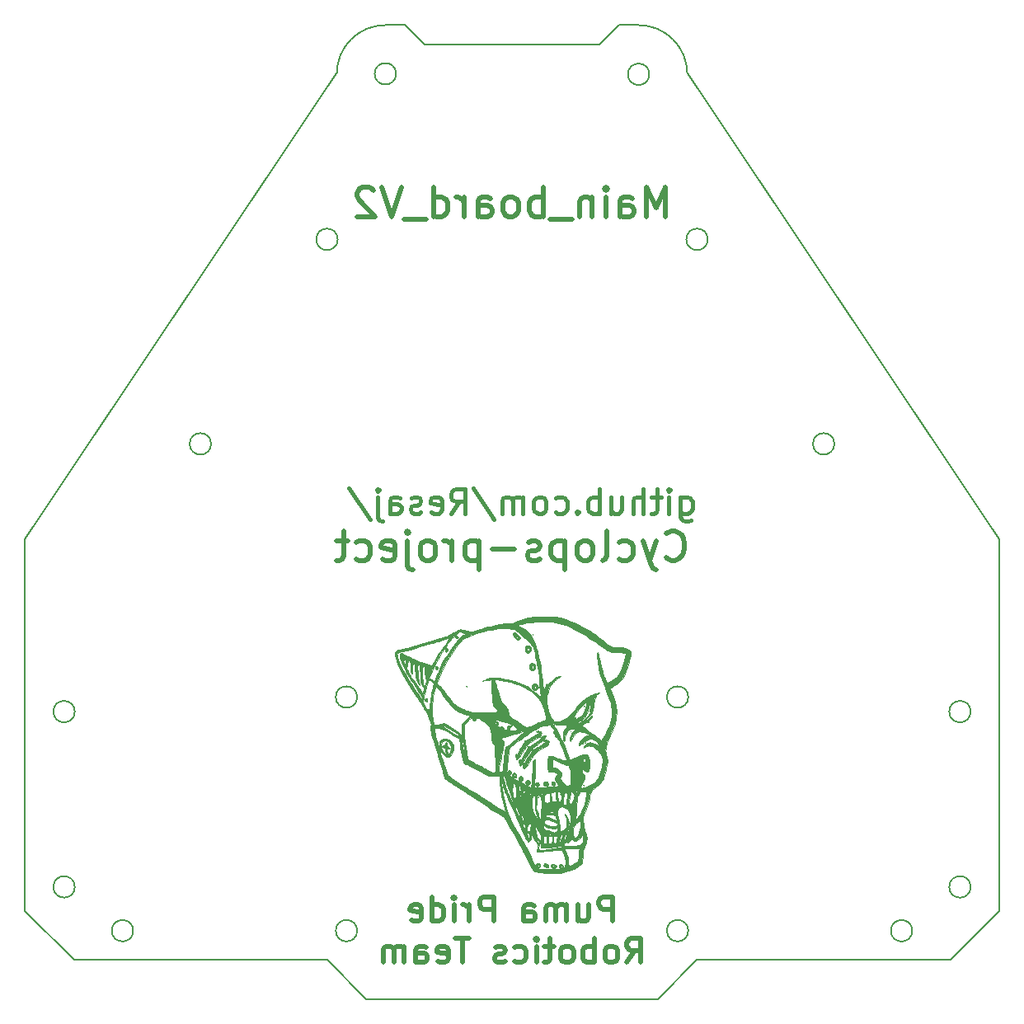
<source format=gbo>
G04 #@! TF.FileFunction,Legend,Bot*
%FSLAX46Y46*%
G04 Gerber Fmt 4.6, Leading zero omitted, Abs format (unit mm)*
G04 Created by KiCad (PCBNEW 4.0.7) date 07/12/18 19:39:05*
%MOMM*%
%LPD*%
G01*
G04 APERTURE LIST*
%ADD10C,0.100000*%
%ADD11C,0.500000*%
%ADD12C,0.400000*%
%ADD13C,0.150000*%
%ADD14C,0.010000*%
%ADD15R,2.000000X2.000000*%
%ADD16O,2.000000X2.000000*%
%ADD17R,2.100000X2.100000*%
%ADD18O,2.100000X2.100000*%
%ADD19R,2.200000X2.200000*%
%ADD20C,2.200000*%
%ADD21O,2.200000X2.200000*%
%ADD22R,2.150000X2.150000*%
%ADD23C,2.150000*%
%ADD24C,2.000000*%
%ADD25C,1.800000*%
%ADD26R,2.000000X2.800000*%
%ADD27O,2.000000X2.800000*%
%ADD28C,2.400000*%
%ADD29R,1.750000X1.750000*%
%ADD30O,1.750000X1.750000*%
G04 APERTURE END LIST*
D10*
D11*
X60357143Y7994048D02*
X60357143Y10494048D01*
X59404762Y10494048D01*
X59166667Y10375000D01*
X59047619Y10255952D01*
X58928571Y10017857D01*
X58928571Y9660714D01*
X59047619Y9422619D01*
X59166667Y9303571D01*
X59404762Y9184524D01*
X60357143Y9184524D01*
X56785714Y9660714D02*
X56785714Y7994048D01*
X57857143Y9660714D02*
X57857143Y8351190D01*
X57738095Y8113095D01*
X57500000Y7994048D01*
X57142857Y7994048D01*
X56904762Y8113095D01*
X56785714Y8232143D01*
X55595238Y7994048D02*
X55595238Y9660714D01*
X55595238Y9422619D02*
X55476190Y9541667D01*
X55238095Y9660714D01*
X54880952Y9660714D01*
X54642857Y9541667D01*
X54523809Y9303571D01*
X54523809Y7994048D01*
X54523809Y9303571D02*
X54404762Y9541667D01*
X54166666Y9660714D01*
X53809524Y9660714D01*
X53571428Y9541667D01*
X53452381Y9303571D01*
X53452381Y7994048D01*
X51190476Y7994048D02*
X51190476Y9303571D01*
X51309524Y9541667D01*
X51547619Y9660714D01*
X52023810Y9660714D01*
X52261905Y9541667D01*
X51190476Y8113095D02*
X51428572Y7994048D01*
X52023810Y7994048D01*
X52261905Y8113095D01*
X52380953Y8351190D01*
X52380953Y8589286D01*
X52261905Y8827381D01*
X52023810Y8946429D01*
X51428572Y8946429D01*
X51190476Y9065476D01*
X48095238Y7994048D02*
X48095238Y10494048D01*
X47142857Y10494048D01*
X46904762Y10375000D01*
X46785714Y10255952D01*
X46666666Y10017857D01*
X46666666Y9660714D01*
X46785714Y9422619D01*
X46904762Y9303571D01*
X47142857Y9184524D01*
X48095238Y9184524D01*
X45595238Y7994048D02*
X45595238Y9660714D01*
X45595238Y9184524D02*
X45476190Y9422619D01*
X45357143Y9541667D01*
X45119047Y9660714D01*
X44880952Y9660714D01*
X44047619Y7994048D02*
X44047619Y9660714D01*
X44047619Y10494048D02*
X44166667Y10375000D01*
X44047619Y10255952D01*
X43928571Y10375000D01*
X44047619Y10494048D01*
X44047619Y10255952D01*
X41785714Y7994048D02*
X41785714Y10494048D01*
X41785714Y8113095D02*
X42023810Y7994048D01*
X42500000Y7994048D01*
X42738095Y8113095D01*
X42857143Y8232143D01*
X42976191Y8470238D01*
X42976191Y9184524D01*
X42857143Y9422619D01*
X42738095Y9541667D01*
X42500000Y9660714D01*
X42023810Y9660714D01*
X41785714Y9541667D01*
X39642857Y8113095D02*
X39880952Y7994048D01*
X40357143Y7994048D01*
X40595238Y8113095D01*
X40714286Y8351190D01*
X40714286Y9303571D01*
X40595238Y9541667D01*
X40357143Y9660714D01*
X39880952Y9660714D01*
X39642857Y9541667D01*
X39523809Y9303571D01*
X39523809Y9065476D01*
X40714286Y8827381D01*
X61785714Y3744048D02*
X62619048Y4934524D01*
X63214286Y3744048D02*
X63214286Y6244048D01*
X62261905Y6244048D01*
X62023810Y6125000D01*
X61904762Y6005952D01*
X61785714Y5767857D01*
X61785714Y5410714D01*
X61904762Y5172619D01*
X62023810Y5053571D01*
X62261905Y4934524D01*
X63214286Y4934524D01*
X60357143Y3744048D02*
X60595238Y3863095D01*
X60714286Y3982143D01*
X60833334Y4220238D01*
X60833334Y4934524D01*
X60714286Y5172619D01*
X60595238Y5291667D01*
X60357143Y5410714D01*
X60000000Y5410714D01*
X59761905Y5291667D01*
X59642857Y5172619D01*
X59523810Y4934524D01*
X59523810Y4220238D01*
X59642857Y3982143D01*
X59761905Y3863095D01*
X60000000Y3744048D01*
X60357143Y3744048D01*
X58452381Y3744048D02*
X58452381Y6244048D01*
X58452381Y5291667D02*
X58214286Y5410714D01*
X57738095Y5410714D01*
X57500000Y5291667D01*
X57380952Y5172619D01*
X57261905Y4934524D01*
X57261905Y4220238D01*
X57380952Y3982143D01*
X57500000Y3863095D01*
X57738095Y3744048D01*
X58214286Y3744048D01*
X58452381Y3863095D01*
X55833333Y3744048D02*
X56071428Y3863095D01*
X56190476Y3982143D01*
X56309524Y4220238D01*
X56309524Y4934524D01*
X56190476Y5172619D01*
X56071428Y5291667D01*
X55833333Y5410714D01*
X55476190Y5410714D01*
X55238095Y5291667D01*
X55119047Y5172619D01*
X55000000Y4934524D01*
X55000000Y4220238D01*
X55119047Y3982143D01*
X55238095Y3863095D01*
X55476190Y3744048D01*
X55833333Y3744048D01*
X54285714Y5410714D02*
X53333333Y5410714D01*
X53928571Y6244048D02*
X53928571Y4101190D01*
X53809523Y3863095D01*
X53571428Y3744048D01*
X53333333Y3744048D01*
X52500000Y3744048D02*
X52500000Y5410714D01*
X52500000Y6244048D02*
X52619048Y6125000D01*
X52500000Y6005952D01*
X52380952Y6125000D01*
X52500000Y6244048D01*
X52500000Y6005952D01*
X50238095Y3863095D02*
X50476191Y3744048D01*
X50952381Y3744048D01*
X51190476Y3863095D01*
X51309524Y3982143D01*
X51428572Y4220238D01*
X51428572Y4934524D01*
X51309524Y5172619D01*
X51190476Y5291667D01*
X50952381Y5410714D01*
X50476191Y5410714D01*
X50238095Y5291667D01*
X49285715Y3863095D02*
X49047619Y3744048D01*
X48571429Y3744048D01*
X48333334Y3863095D01*
X48214286Y4101190D01*
X48214286Y4220238D01*
X48333334Y4458333D01*
X48571429Y4577381D01*
X48928572Y4577381D01*
X49166667Y4696429D01*
X49285715Y4934524D01*
X49285715Y5053571D01*
X49166667Y5291667D01*
X48928572Y5410714D01*
X48571429Y5410714D01*
X48333334Y5291667D01*
X45595238Y6244048D02*
X44166666Y6244048D01*
X44880952Y3744048D02*
X44880952Y6244048D01*
X42380952Y3863095D02*
X42619047Y3744048D01*
X43095238Y3744048D01*
X43333333Y3863095D01*
X43452381Y4101190D01*
X43452381Y5053571D01*
X43333333Y5291667D01*
X43095238Y5410714D01*
X42619047Y5410714D01*
X42380952Y5291667D01*
X42261904Y5053571D01*
X42261904Y4815476D01*
X43452381Y4577381D01*
X40119047Y3744048D02*
X40119047Y5053571D01*
X40238095Y5291667D01*
X40476190Y5410714D01*
X40952381Y5410714D01*
X41190476Y5291667D01*
X40119047Y3863095D02*
X40357143Y3744048D01*
X40952381Y3744048D01*
X41190476Y3863095D01*
X41309524Y4101190D01*
X41309524Y4339286D01*
X41190476Y4577381D01*
X40952381Y4696429D01*
X40357143Y4696429D01*
X40119047Y4815476D01*
X38928571Y3744048D02*
X38928571Y5410714D01*
X38928571Y5172619D02*
X38809523Y5291667D01*
X38571428Y5410714D01*
X38214285Y5410714D01*
X37976190Y5291667D01*
X37857142Y5053571D01*
X37857142Y3744048D01*
X37857142Y5053571D02*
X37738095Y5291667D01*
X37499999Y5410714D01*
X37142857Y5410714D01*
X36904761Y5291667D01*
X36785714Y5053571D01*
X36785714Y3744048D01*
D12*
X67309524Y51535714D02*
X67309524Y49511905D01*
X67428572Y49273810D01*
X67547620Y49154762D01*
X67785715Y49035714D01*
X68142858Y49035714D01*
X68380953Y49154762D01*
X67309524Y49988095D02*
X67547620Y49869048D01*
X68023810Y49869048D01*
X68261905Y49988095D01*
X68380953Y50107143D01*
X68500001Y50345238D01*
X68500001Y51059524D01*
X68380953Y51297619D01*
X68261905Y51416667D01*
X68023810Y51535714D01*
X67547620Y51535714D01*
X67309524Y51416667D01*
X66119048Y49869048D02*
X66119048Y51535714D01*
X66119048Y52369048D02*
X66238096Y52250000D01*
X66119048Y52130952D01*
X66000000Y52250000D01*
X66119048Y52369048D01*
X66119048Y52130952D01*
X65285715Y51535714D02*
X64333334Y51535714D01*
X64928572Y52369048D02*
X64928572Y50226190D01*
X64809524Y49988095D01*
X64571429Y49869048D01*
X64333334Y49869048D01*
X63500001Y49869048D02*
X63500001Y52369048D01*
X62428572Y49869048D02*
X62428572Y51178571D01*
X62547620Y51416667D01*
X62785715Y51535714D01*
X63142858Y51535714D01*
X63380953Y51416667D01*
X63500001Y51297619D01*
X60166667Y51535714D02*
X60166667Y49869048D01*
X61238096Y51535714D02*
X61238096Y50226190D01*
X61119048Y49988095D01*
X60880953Y49869048D01*
X60523810Y49869048D01*
X60285715Y49988095D01*
X60166667Y50107143D01*
X58976191Y49869048D02*
X58976191Y52369048D01*
X58976191Y51416667D02*
X58738096Y51535714D01*
X58261905Y51535714D01*
X58023810Y51416667D01*
X57904762Y51297619D01*
X57785715Y51059524D01*
X57785715Y50345238D01*
X57904762Y50107143D01*
X58023810Y49988095D01*
X58261905Y49869048D01*
X58738096Y49869048D01*
X58976191Y49988095D01*
X56714286Y50107143D02*
X56595238Y49988095D01*
X56714286Y49869048D01*
X56833334Y49988095D01*
X56714286Y50107143D01*
X56714286Y49869048D01*
X54452381Y49988095D02*
X54690477Y49869048D01*
X55166667Y49869048D01*
X55404762Y49988095D01*
X55523810Y50107143D01*
X55642858Y50345238D01*
X55642858Y51059524D01*
X55523810Y51297619D01*
X55404762Y51416667D01*
X55166667Y51535714D01*
X54690477Y51535714D01*
X54452381Y51416667D01*
X53023810Y49869048D02*
X53261905Y49988095D01*
X53380953Y50107143D01*
X53500001Y50345238D01*
X53500001Y51059524D01*
X53380953Y51297619D01*
X53261905Y51416667D01*
X53023810Y51535714D01*
X52666667Y51535714D01*
X52428572Y51416667D01*
X52309524Y51297619D01*
X52190477Y51059524D01*
X52190477Y50345238D01*
X52309524Y50107143D01*
X52428572Y49988095D01*
X52666667Y49869048D01*
X53023810Y49869048D01*
X51119048Y49869048D02*
X51119048Y51535714D01*
X51119048Y51297619D02*
X51000000Y51416667D01*
X50761905Y51535714D01*
X50404762Y51535714D01*
X50166667Y51416667D01*
X50047619Y51178571D01*
X50047619Y49869048D01*
X50047619Y51178571D02*
X49928572Y51416667D01*
X49690476Y51535714D01*
X49333334Y51535714D01*
X49095238Y51416667D01*
X48976191Y51178571D01*
X48976191Y49869048D01*
X46000001Y52488095D02*
X48142858Y49273810D01*
X43738095Y49869048D02*
X44571429Y51059524D01*
X45166667Y49869048D02*
X45166667Y52369048D01*
X44214286Y52369048D01*
X43976191Y52250000D01*
X43857143Y52130952D01*
X43738095Y51892857D01*
X43738095Y51535714D01*
X43857143Y51297619D01*
X43976191Y51178571D01*
X44214286Y51059524D01*
X45166667Y51059524D01*
X41714286Y49988095D02*
X41952381Y49869048D01*
X42428572Y49869048D01*
X42666667Y49988095D01*
X42785715Y50226190D01*
X42785715Y51178571D01*
X42666667Y51416667D01*
X42428572Y51535714D01*
X41952381Y51535714D01*
X41714286Y51416667D01*
X41595238Y51178571D01*
X41595238Y50940476D01*
X42785715Y50702381D01*
X40642858Y49988095D02*
X40404762Y49869048D01*
X39928572Y49869048D01*
X39690477Y49988095D01*
X39571429Y50226190D01*
X39571429Y50345238D01*
X39690477Y50583333D01*
X39928572Y50702381D01*
X40285715Y50702381D01*
X40523810Y50821429D01*
X40642858Y51059524D01*
X40642858Y51178571D01*
X40523810Y51416667D01*
X40285715Y51535714D01*
X39928572Y51535714D01*
X39690477Y51416667D01*
X37428571Y49869048D02*
X37428571Y51178571D01*
X37547619Y51416667D01*
X37785714Y51535714D01*
X38261905Y51535714D01*
X38500000Y51416667D01*
X37428571Y49988095D02*
X37666667Y49869048D01*
X38261905Y49869048D01*
X38500000Y49988095D01*
X38619048Y50226190D01*
X38619048Y50464286D01*
X38500000Y50702381D01*
X38261905Y50821429D01*
X37666667Y50821429D01*
X37428571Y50940476D01*
X36238095Y51535714D02*
X36238095Y49392857D01*
X36357143Y49154762D01*
X36595238Y49035714D01*
X36714285Y49035714D01*
X36238095Y52369048D02*
X36357143Y52250000D01*
X36238095Y52130952D01*
X36119047Y52250000D01*
X36238095Y52369048D01*
X36238095Y52130952D01*
X33261905Y52488095D02*
X35404762Y49273810D01*
D11*
X65857144Y45328571D02*
X66000001Y45185714D01*
X66428572Y45042857D01*
X66714286Y45042857D01*
X67142858Y45185714D01*
X67428572Y45471429D01*
X67571429Y45757143D01*
X67714286Y46328571D01*
X67714286Y46757143D01*
X67571429Y47328571D01*
X67428572Y47614286D01*
X67142858Y47900000D01*
X66714286Y48042857D01*
X66428572Y48042857D01*
X66000001Y47900000D01*
X65857144Y47757143D01*
X64857144Y47042857D02*
X64142858Y45042857D01*
X63428572Y47042857D02*
X64142858Y45042857D01*
X64428572Y44328571D01*
X64571429Y44185714D01*
X64857144Y44042857D01*
X61000001Y45185714D02*
X61285715Y45042857D01*
X61857144Y45042857D01*
X62142858Y45185714D01*
X62285715Y45328571D01*
X62428572Y45614286D01*
X62428572Y46471429D01*
X62285715Y46757143D01*
X62142858Y46900000D01*
X61857144Y47042857D01*
X61285715Y47042857D01*
X61000001Y46900000D01*
X59285715Y45042857D02*
X59571429Y45185714D01*
X59714286Y45471429D01*
X59714286Y48042857D01*
X57714286Y45042857D02*
X58000000Y45185714D01*
X58142857Y45328571D01*
X58285714Y45614286D01*
X58285714Y46471429D01*
X58142857Y46757143D01*
X58000000Y46900000D01*
X57714286Y47042857D01*
X57285714Y47042857D01*
X57000000Y46900000D01*
X56857143Y46757143D01*
X56714286Y46471429D01*
X56714286Y45614286D01*
X56857143Y45328571D01*
X57000000Y45185714D01*
X57285714Y45042857D01*
X57714286Y45042857D01*
X55428571Y47042857D02*
X55428571Y44042857D01*
X55428571Y46900000D02*
X55142857Y47042857D01*
X54571428Y47042857D01*
X54285714Y46900000D01*
X54142857Y46757143D01*
X54000000Y46471429D01*
X54000000Y45614286D01*
X54142857Y45328571D01*
X54285714Y45185714D01*
X54571428Y45042857D01*
X55142857Y45042857D01*
X55428571Y45185714D01*
X52857142Y45185714D02*
X52571428Y45042857D01*
X52000000Y45042857D01*
X51714285Y45185714D01*
X51571428Y45471429D01*
X51571428Y45614286D01*
X51714285Y45900000D01*
X52000000Y46042857D01*
X52428571Y46042857D01*
X52714285Y46185714D01*
X52857142Y46471429D01*
X52857142Y46614286D01*
X52714285Y46900000D01*
X52428571Y47042857D01*
X52000000Y47042857D01*
X51714285Y46900000D01*
X50285714Y46185714D02*
X48000000Y46185714D01*
X46571428Y47042857D02*
X46571428Y44042857D01*
X46571428Y46900000D02*
X46285714Y47042857D01*
X45714285Y47042857D01*
X45428571Y46900000D01*
X45285714Y46757143D01*
X45142857Y46471429D01*
X45142857Y45614286D01*
X45285714Y45328571D01*
X45428571Y45185714D01*
X45714285Y45042857D01*
X46285714Y45042857D01*
X46571428Y45185714D01*
X43857142Y45042857D02*
X43857142Y47042857D01*
X43857142Y46471429D02*
X43714285Y46757143D01*
X43571428Y46900000D01*
X43285714Y47042857D01*
X42999999Y47042857D01*
X41571428Y45042857D02*
X41857142Y45185714D01*
X41999999Y45328571D01*
X42142856Y45614286D01*
X42142856Y46471429D01*
X41999999Y46757143D01*
X41857142Y46900000D01*
X41571428Y47042857D01*
X41142856Y47042857D01*
X40857142Y46900000D01*
X40714285Y46757143D01*
X40571428Y46471429D01*
X40571428Y45614286D01*
X40714285Y45328571D01*
X40857142Y45185714D01*
X41142856Y45042857D01*
X41571428Y45042857D01*
X39285713Y47042857D02*
X39285713Y44471429D01*
X39428570Y44185714D01*
X39714285Y44042857D01*
X39857142Y44042857D01*
X39285713Y48042857D02*
X39428570Y47900000D01*
X39285713Y47757143D01*
X39142856Y47900000D01*
X39285713Y48042857D01*
X39285713Y47757143D01*
X36714285Y45185714D02*
X36999999Y45042857D01*
X37571428Y45042857D01*
X37857142Y45185714D01*
X37999999Y45471429D01*
X37999999Y46614286D01*
X37857142Y46900000D01*
X37571428Y47042857D01*
X36999999Y47042857D01*
X36714285Y46900000D01*
X36571428Y46614286D01*
X36571428Y46328571D01*
X37999999Y46042857D01*
X33999999Y45185714D02*
X34285713Y45042857D01*
X34857142Y45042857D01*
X35142856Y45185714D01*
X35285713Y45328571D01*
X35428570Y45614286D01*
X35428570Y46471429D01*
X35285713Y46757143D01*
X35142856Y46900000D01*
X34857142Y47042857D01*
X34285713Y47042857D01*
X33999999Y46900000D01*
X33142856Y47042857D02*
X31999999Y47042857D01*
X32714284Y48042857D02*
X32714284Y45471429D01*
X32571427Y45185714D01*
X32285713Y45042857D01*
X31999999Y45042857D01*
D13*
X61000000Y100000000D02*
X63000000Y100000000D01*
X37000000Y100000000D02*
X39000000Y100000000D01*
X59000000Y98000000D02*
X61000000Y100000000D01*
X41000000Y98000000D02*
X59000000Y98000000D01*
X39000000Y100000000D02*
X41000000Y98000000D01*
D11*
X65785714Y80342857D02*
X65785714Y83342857D01*
X64785714Y81200000D01*
X63785714Y83342857D01*
X63785714Y80342857D01*
X61071429Y80342857D02*
X61071429Y81914286D01*
X61214286Y82200000D01*
X61500000Y82342857D01*
X62071429Y82342857D01*
X62357143Y82200000D01*
X61071429Y80485714D02*
X61357143Y80342857D01*
X62071429Y80342857D01*
X62357143Y80485714D01*
X62500000Y80771429D01*
X62500000Y81057143D01*
X62357143Y81342857D01*
X62071429Y81485714D01*
X61357143Y81485714D01*
X61071429Y81628571D01*
X59642857Y80342857D02*
X59642857Y82342857D01*
X59642857Y83342857D02*
X59785714Y83200000D01*
X59642857Y83057143D01*
X59500000Y83200000D01*
X59642857Y83342857D01*
X59642857Y83057143D01*
X58214286Y82342857D02*
X58214286Y80342857D01*
X58214286Y82057143D02*
X58071429Y82200000D01*
X57785715Y82342857D01*
X57357143Y82342857D01*
X57071429Y82200000D01*
X56928572Y81914286D01*
X56928572Y80342857D01*
X56214286Y80057143D02*
X53928572Y80057143D01*
X53214286Y80342857D02*
X53214286Y83342857D01*
X53214286Y82200000D02*
X52928572Y82342857D01*
X52357143Y82342857D01*
X52071429Y82200000D01*
X51928572Y82057143D01*
X51785715Y81771429D01*
X51785715Y80914286D01*
X51928572Y80628571D01*
X52071429Y80485714D01*
X52357143Y80342857D01*
X52928572Y80342857D01*
X53214286Y80485714D01*
X50071429Y80342857D02*
X50357143Y80485714D01*
X50500000Y80628571D01*
X50642857Y80914286D01*
X50642857Y81771429D01*
X50500000Y82057143D01*
X50357143Y82200000D01*
X50071429Y82342857D01*
X49642857Y82342857D01*
X49357143Y82200000D01*
X49214286Y82057143D01*
X49071429Y81771429D01*
X49071429Y80914286D01*
X49214286Y80628571D01*
X49357143Y80485714D01*
X49642857Y80342857D01*
X50071429Y80342857D01*
X46500000Y80342857D02*
X46500000Y81914286D01*
X46642857Y82200000D01*
X46928571Y82342857D01*
X47500000Y82342857D01*
X47785714Y82200000D01*
X46500000Y80485714D02*
X46785714Y80342857D01*
X47500000Y80342857D01*
X47785714Y80485714D01*
X47928571Y80771429D01*
X47928571Y81057143D01*
X47785714Y81342857D01*
X47500000Y81485714D01*
X46785714Y81485714D01*
X46500000Y81628571D01*
X45071428Y80342857D02*
X45071428Y82342857D01*
X45071428Y81771429D02*
X44928571Y82057143D01*
X44785714Y82200000D01*
X44500000Y82342857D01*
X44214285Y82342857D01*
X41928571Y80342857D02*
X41928571Y83342857D01*
X41928571Y80485714D02*
X42214285Y80342857D01*
X42785714Y80342857D01*
X43071428Y80485714D01*
X43214285Y80628571D01*
X43357142Y80914286D01*
X43357142Y81771429D01*
X43214285Y82057143D01*
X43071428Y82200000D01*
X42785714Y82342857D01*
X42214285Y82342857D01*
X41928571Y82200000D01*
X41214285Y80057143D02*
X38928571Y80057143D01*
X38642857Y83342857D02*
X37642857Y80342857D01*
X36642857Y83342857D01*
X35785713Y83057143D02*
X35642856Y83200000D01*
X35357142Y83342857D01*
X34642856Y83342857D01*
X34357142Y83200000D01*
X34214285Y83057143D01*
X34071428Y82771429D01*
X34071428Y82485714D01*
X34214285Y82057143D01*
X35928571Y80342857D01*
X34071428Y80342857D01*
D13*
X100000000Y47200000D02*
X68000000Y95000000D01*
X68000000Y95000000D02*
G75*
G03X63000000Y100000000I-5000000J0D01*
G01*
X32000000Y95000000D02*
X0Y47200000D01*
X37000000Y100000000D02*
G75*
G03X32000000Y95000000I0J-5000000D01*
G01*
X83100000Y57000000D02*
G75*
G03X83100000Y57000000I-1100000J0D01*
G01*
X19100000Y57000000D02*
G75*
G03X19100000Y57000000I-1100000J0D01*
G01*
X70100000Y78000000D02*
G75*
G03X70100000Y78000000I-1100000J0D01*
G01*
X32100000Y78000000D02*
G75*
G03X32100000Y78000000I-1100000J0D01*
G01*
X64100000Y94950000D02*
G75*
G03X64100000Y94950000I-1100000J0D01*
G01*
X38100000Y95000000D02*
G75*
G03X38100000Y95000000I-1100000J0D01*
G01*
X34100000Y31000000D02*
G75*
G03X34100000Y31000000I-1100000J0D01*
G01*
X68100000Y31000000D02*
G75*
G03X68100000Y31000000I-1100000J0D01*
G01*
X68100000Y7000000D02*
G75*
G03X68100000Y7000000I-1100000J0D01*
G01*
X34100000Y7000000D02*
G75*
G03X34100000Y7000000I-1100000J0D01*
G01*
X91100000Y7000000D02*
G75*
G03X91100000Y7000000I-1100000J0D01*
G01*
X11100000Y7000000D02*
G75*
G03X11100000Y7000000I-1100000J0D01*
G01*
X95000000Y4000000D02*
X100000000Y9000000D01*
X69000000Y4000000D02*
X95000000Y4000000D01*
X65000000Y0D02*
X69000000Y4000000D01*
X35000000Y0D02*
X65000000Y0D01*
X5000000Y4000000D02*
X0Y9000000D01*
X31000000Y4000000D02*
X5000000Y4000000D01*
X35000000Y0D02*
X31000000Y4000000D01*
X97100000Y29500000D02*
G75*
G03X97100000Y29500000I-1100000J0D01*
G01*
X97100000Y11500000D02*
G75*
G03X97100000Y11500000I-1100000J0D01*
G01*
X5100000Y11500000D02*
G75*
G03X5100000Y11500000I-1100000J0D01*
G01*
X5100000Y29500000D02*
G75*
G03X5100000Y29500000I-1100000J0D01*
G01*
X0Y47200000D02*
X0Y9000000D01*
X100000000Y9000000D02*
X100000000Y47200000D01*
D14*
G36*
X52355620Y39238210D02*
X51703389Y39150986D01*
X51108463Y39015174D01*
X50553055Y38827075D01*
X50230352Y38687095D01*
X50038424Y38605421D01*
X49891288Y38569037D01*
X49747603Y38569350D01*
X49695200Y38575854D01*
X49518418Y38584329D01*
X49298434Y38572219D01*
X49136400Y38550745D01*
X48921119Y38510571D01*
X48658643Y38457869D01*
X48367012Y38396677D01*
X48064268Y38331030D01*
X47768453Y38264966D01*
X47497606Y38202523D01*
X47269769Y38147737D01*
X47102982Y38104646D01*
X47015288Y38077286D01*
X47010523Y38075034D01*
X46873316Y38015100D01*
X46674737Y37944439D01*
X46443467Y37871447D01*
X46208186Y37804519D01*
X45997576Y37752051D01*
X45840319Y37722437D01*
X45793509Y37718800D01*
X45632268Y37733219D01*
X45432797Y37769996D01*
X45324771Y37797103D01*
X45060139Y37871319D01*
X44871836Y37919865D01*
X44738161Y37943774D01*
X44637415Y37944076D01*
X44547899Y37921805D01*
X44447911Y37877993D01*
X44374881Y37842292D01*
X44222819Y37758343D01*
X44111269Y37679019D01*
X44071003Y37632781D01*
X44034924Y37588706D01*
X44005653Y37617116D01*
X43951153Y37633986D01*
X43852783Y37568152D01*
X43832978Y37550248D01*
X43707961Y37455423D01*
X43537218Y37350984D01*
X43432157Y37296047D01*
X43307030Y37244146D01*
X43113922Y37174329D01*
X42872763Y37092780D01*
X42603480Y37005682D01*
X42326004Y36919218D01*
X42060261Y36839572D01*
X41826181Y36772926D01*
X41643693Y36725465D01*
X41532726Y36703371D01*
X41519271Y36702529D01*
X41427267Y36686692D01*
X41240164Y36638795D01*
X40957666Y36558756D01*
X40579482Y36446490D01*
X40105316Y36301914D01*
X40068600Y36290606D01*
X39739780Y36189614D01*
X39485267Y36112713D01*
X39282399Y36053675D01*
X39108515Y36006271D01*
X38940951Y35964272D01*
X38757045Y35921450D01*
X38585630Y35883016D01*
X38331695Y35822525D01*
X38161867Y35764589D01*
X38060307Y35693503D01*
X38011176Y35593562D01*
X37998635Y35449061D01*
X38003516Y35305800D01*
X38039836Y35060111D01*
X38120963Y34753025D01*
X38237318Y34408966D01*
X38379328Y34052357D01*
X38537414Y33707624D01*
X38702003Y33399189D01*
X38830082Y33197600D01*
X38889929Y33105535D01*
X38987723Y32947581D01*
X39110127Y32745554D01*
X39243801Y32521272D01*
X39249398Y32511800D01*
X39470485Y32141520D01*
X39666584Y31823374D01*
X39861267Y31520255D01*
X40078107Y31195053D01*
X40195581Y31022268D01*
X40309166Y30851138D01*
X40396533Y30710335D01*
X40444435Y30621619D01*
X40449600Y30604956D01*
X40488932Y30546886D01*
X40542500Y30509857D01*
X40609817Y30442380D01*
X40699219Y30315294D01*
X40791222Y30161698D01*
X40866337Y30014688D01*
X40905080Y29907361D01*
X40906800Y29891096D01*
X40934496Y29831003D01*
X41008175Y29711468D01*
X41113726Y29554974D01*
X41150987Y29502084D01*
X41352699Y29167831D01*
X41483782Y28838929D01*
X41486628Y28828800D01*
X41546055Y28627261D01*
X41607630Y28438755D01*
X41649556Y28325589D01*
X41691953Y28202519D01*
X41685362Y28125383D01*
X41640286Y28063359D01*
X41585666Y27952090D01*
X41581383Y27780126D01*
X41584056Y27753770D01*
X41608633Y27625401D01*
X41660287Y27418846D01*
X41733677Y27152207D01*
X41823460Y26843586D01*
X41924295Y26511088D01*
X42030841Y26172815D01*
X42137757Y25846869D01*
X42203665Y25653800D01*
X42282063Y25408505D01*
X42358957Y25135968D01*
X42406677Y24942600D01*
X42463699Y24710622D01*
X42537894Y24439906D01*
X42613515Y24187833D01*
X42615819Y24180600D01*
X42685813Y23951482D01*
X42767857Y23667886D01*
X42849354Y23373903D01*
X42891567Y23215400D01*
X42962924Y22965184D01*
X43031082Y22768101D01*
X43089500Y22641680D01*
X43118990Y22605800D01*
X43187184Y22561854D01*
X43324274Y22472437D01*
X43514322Y22347984D01*
X43741388Y22198928D01*
X43920519Y22081132D01*
X44237663Y21874056D01*
X44601006Y21639412D01*
X44970314Y21403037D01*
X45305355Y21190771D01*
X45374409Y21147404D01*
X45675192Y20956335D01*
X45999769Y20745853D01*
X46315239Y20537554D01*
X46588704Y20353033D01*
X46669809Y20297089D01*
X46985379Y20077860D01*
X47234439Y19905448D01*
X47433785Y19768503D01*
X47600211Y19655679D01*
X47750511Y19555627D01*
X47901481Y19457000D01*
X48069915Y19348450D01*
X48145800Y19299799D01*
X48375772Y19156235D01*
X48613191Y19014202D01*
X48821538Y18895310D01*
X48906825Y18849515D01*
X49070745Y18753939D01*
X49199865Y18659246D01*
X49262425Y18591238D01*
X49361547Y18406045D01*
X49502476Y18153711D01*
X49674025Y17853780D01*
X49865010Y17525798D01*
X50064244Y17189310D01*
X50075664Y17170200D01*
X50189240Y16972055D01*
X50338466Y16699257D01*
X50514571Y16368531D01*
X50708782Y15996597D01*
X50912326Y15600178D01*
X51116430Y15195996D01*
X51211825Y15004540D01*
X51400411Y14626957D01*
X51581019Y14270422D01*
X51747201Y13947284D01*
X51892509Y13669891D01*
X52010497Y13450592D01*
X52094717Y13301736D01*
X52129637Y13246733D01*
X52275782Y13044986D01*
X52903191Y12988028D01*
X53476170Y12942542D01*
X53987430Y12915275D01*
X54426269Y12906531D01*
X54781984Y12916612D01*
X54939194Y12930394D01*
X55252613Y12978881D01*
X55511759Y13049564D01*
X55763584Y13155956D01*
X55818796Y13183520D01*
X55975212Y13247527D01*
X56119678Y13282050D01*
X56149737Y13284000D01*
X56297461Y13311437D01*
X56474794Y13379434D01*
X56630877Y13466521D01*
X56684109Y13509578D01*
X56752715Y13573137D01*
X56865819Y13674394D01*
X56933219Y13733806D01*
X57073945Y13881452D01*
X57170068Y14049059D01*
X57228671Y14258549D01*
X57256838Y14531844D01*
X57262171Y14751870D01*
X57266282Y14986691D01*
X57281576Y15157779D01*
X57316407Y15302964D01*
X57371661Y15441363D01*
X56931512Y15441363D01*
X56927239Y15417600D01*
X56910583Y15336368D01*
X56893087Y15179594D01*
X56877315Y14973281D01*
X56869599Y14833400D01*
X56856140Y14595615D01*
X56838136Y14432843D01*
X56808948Y14318523D01*
X56761936Y14226088D01*
X56694961Y14134659D01*
X56598450Y14028941D01*
X56521911Y13973919D01*
X56497940Y13972557D01*
X56454482Y13963599D01*
X56451600Y13946408D01*
X56409321Y13900744D01*
X56302494Y13833155D01*
X56161140Y13758865D01*
X56015280Y13693093D01*
X55894933Y13651060D01*
X55854700Y13643763D01*
X55818851Y13676557D01*
X55798320Y13787893D01*
X55795525Y13867139D01*
X55469926Y13867139D01*
X55423092Y13640784D01*
X55400945Y13591826D01*
X55322540Y13472925D01*
X55245943Y13400848D01*
X55232400Y13394976D01*
X55183903Y13390164D01*
X55216789Y13437112D01*
X55219700Y13440211D01*
X55278624Y13569017D01*
X55271418Y13612985D01*
X55131887Y13612985D01*
X55103775Y13528418D01*
X55098315Y13522448D01*
X55037206Y13509179D01*
X54989807Y13571309D01*
X54978400Y13642599D01*
X55010940Y13723290D01*
X55054600Y13741200D01*
X55112134Y13700735D01*
X55131887Y13612985D01*
X55271418Y13612985D01*
X55254452Y13716498D01*
X55199127Y13800700D01*
X55073582Y13883855D01*
X54943415Y13866257D01*
X54851214Y13791794D01*
X54790188Y13698835D01*
X54800932Y13601580D01*
X54819164Y13558118D01*
X54902229Y13448666D01*
X54992324Y13393980D01*
X55036754Y13369391D01*
X54992699Y13348829D01*
X54873202Y13332467D01*
X54691304Y13320475D01*
X54460049Y13313025D01*
X54192478Y13310287D01*
X53901633Y13312434D01*
X53600556Y13319636D01*
X53302290Y13332066D01*
X53019878Y13349893D01*
X52838517Y13365685D01*
X52659154Y13392274D01*
X52545392Y13437961D01*
X52461283Y13518479D01*
X52447207Y13536954D01*
X52391103Y13630337D01*
X52301266Y13800626D01*
X52185323Y14031925D01*
X52050903Y14308340D01*
X51905633Y14613977D01*
X51757140Y14932939D01*
X51613053Y15249334D01*
X51480999Y15547266D01*
X51466732Y15580080D01*
X51390797Y15737026D01*
X51273175Y15958021D01*
X51126133Y16221021D01*
X50961936Y16503985D01*
X50830635Y16723080D01*
X50517631Y17243021D01*
X50256012Y17691380D01*
X50039825Y18080453D01*
X49863117Y18422532D01*
X49719937Y18729912D01*
X49604331Y19014887D01*
X49540968Y19200200D01*
X49328691Y19200200D01*
X49292399Y19184906D01*
X49197975Y19222791D01*
X49037011Y19316829D01*
X48873956Y19421791D01*
X48718658Y19523944D01*
X48497382Y19669535D01*
X48229014Y19846136D01*
X47932439Y20041322D01*
X47626542Y20242662D01*
X47536200Y20302129D01*
X47184088Y20533604D01*
X46897526Y20720879D01*
X46657380Y20875883D01*
X46444513Y21010550D01*
X46239791Y21136808D01*
X46024078Y21266591D01*
X45778239Y21411828D01*
X45483138Y21584451D01*
X45428000Y21616618D01*
X45084941Y21818324D01*
X44804215Y21987992D01*
X44559253Y22142758D01*
X44323483Y22299762D01*
X44070335Y22476143D01*
X43839745Y22641060D01*
X43394490Y22961809D01*
X43113902Y23774405D01*
X42975485Y24182039D01*
X42852263Y24558222D01*
X42747907Y24890830D01*
X42666087Y25167738D01*
X42610474Y25376824D01*
X42584741Y25505962D01*
X42583390Y25526443D01*
X42605237Y25539240D01*
X42659425Y25476944D01*
X42679314Y25446006D01*
X42770628Y25317737D01*
X42898460Y25162967D01*
X42976059Y25077706D01*
X43106810Y24952213D01*
X43214166Y24888584D01*
X43335674Y24867392D01*
X43384448Y24866400D01*
X43538077Y24887955D01*
X43661204Y24962314D01*
X43767776Y25104020D01*
X43871742Y25327615D01*
X43901928Y25405922D01*
X43975767Y25635797D01*
X43997809Y25822500D01*
X43988400Y25876903D01*
X43745284Y25876903D01*
X43718699Y25582722D01*
X43651369Y25387100D01*
X43576390Y25248435D01*
X43501551Y25184484D01*
X43420545Y25171200D01*
X43273569Y25193517D01*
X43181362Y25228122D01*
X42968922Y25396611D01*
X42821153Y25629361D01*
X42748593Y25904654D01*
X42749065Y26119086D01*
X42800003Y26340128D01*
X42897968Y26474879D01*
X43050860Y26530810D01*
X43182032Y26528598D01*
X43414729Y26463342D01*
X43584700Y26321736D01*
X43682412Y26150732D01*
X43745284Y25876903D01*
X43988400Y25876903D01*
X43966063Y26006053D01*
X43878537Y26226477D01*
X43859038Y26268233D01*
X43767083Y26445778D01*
X43682888Y26555900D01*
X43580660Y26627077D01*
X43502450Y26661933D01*
X43231967Y26735418D01*
X42986994Y26735844D01*
X42784656Y26666303D01*
X42642078Y26529890D01*
X42626882Y26503808D01*
X42589085Y26378150D01*
X42564681Y26184137D01*
X42557800Y25996381D01*
X42556950Y25807858D01*
X42552282Y25710909D01*
X42540617Y25695510D01*
X42518779Y25751635D01*
X42499948Y25813862D01*
X42357782Y26295917D01*
X42243037Y26690055D01*
X42153698Y27005601D01*
X42087749Y27251882D01*
X42043173Y27438222D01*
X42017957Y27573946D01*
X42010083Y27668381D01*
X42017537Y27730852D01*
X42038302Y27770683D01*
X42070364Y27797201D01*
X42071164Y27797694D01*
X42165327Y27822655D01*
X42319002Y27832843D01*
X42425566Y27830101D01*
X42580020Y27808587D01*
X42748443Y27758256D01*
X42945281Y27672254D01*
X43184976Y27543727D01*
X43481973Y27365820D01*
X43719380Y27216114D01*
X43928562Y27087688D01*
X44147169Y26961878D01*
X44329256Y26865089D01*
X44335476Y26862025D01*
X44602794Y26730920D01*
X44664767Y26090760D01*
X44701233Y25781368D01*
X44751163Y25447472D01*
X44807216Y25134893D01*
X44848716Y24942600D01*
X44900037Y24721607D01*
X44940718Y24532619D01*
X44965558Y24400618D01*
X44970747Y24356653D01*
X45012387Y24281314D01*
X45112567Y24197044D01*
X45234301Y24129524D01*
X45334239Y24104270D01*
X45409676Y24079239D01*
X45542368Y24013668D01*
X45703894Y23921631D01*
X45707400Y23919509D01*
X45868449Y23826844D01*
X46093110Y23704132D01*
X46353814Y23566139D01*
X46622988Y23427632D01*
X46672600Y23402583D01*
X46915320Y23278455D01*
X47130672Y23164608D01*
X47299665Y23071357D01*
X47403305Y23009016D01*
X47420874Y22996200D01*
X47493367Y22961138D01*
X47622890Y22937281D01*
X47824219Y22922926D01*
X48112132Y22916369D01*
X48113402Y22916356D01*
X48718057Y22910600D01*
X48742001Y22301000D01*
X48759080Y22050662D01*
X48790824Y21750859D01*
X48833714Y21423514D01*
X48884231Y21090546D01*
X48938857Y20773875D01*
X48994073Y20495422D01*
X49046361Y20277107D01*
X49086780Y20153036D01*
X49122410Y20044104D01*
X49167221Y19873907D01*
X49207890Y19695836D01*
X49249733Y19508915D01*
X49288753Y19353068D01*
X49315256Y19265700D01*
X49328691Y19200200D01*
X49540968Y19200200D01*
X49510348Y19289750D01*
X49432034Y19566796D01*
X49408953Y19659400D01*
X49354749Y19871657D01*
X49295833Y20085159D01*
X49263775Y20192800D01*
X49221316Y20350274D01*
X49171132Y20568214D01*
X49122208Y20806867D01*
X49108747Y20878600D01*
X49069315Y21093897D01*
X49035135Y21280026D01*
X49011568Y21407818D01*
X49006063Y21437400D01*
X48987319Y21550800D01*
X48961121Y21726321D01*
X48930823Y21939319D01*
X48899780Y22165153D01*
X48871348Y22379177D01*
X48848879Y22556750D01*
X48835729Y22673227D01*
X48833708Y22703543D01*
X48846767Y22680617D01*
X48880592Y22576803D01*
X48929849Y22409406D01*
X48981298Y22224800D01*
X49041401Y22006303D01*
X49094764Y21820217D01*
X49147192Y21651235D01*
X49204490Y21484049D01*
X49272461Y21303351D01*
X49356909Y21093832D01*
X49463639Y20840184D01*
X49598455Y20527100D01*
X49767160Y20139271D01*
X49804490Y20053654D01*
X49860271Y19922019D01*
X49893917Y19835433D01*
X49898400Y19819389D01*
X49921174Y19769323D01*
X49981853Y19652365D01*
X50068977Y19490422D01*
X50103602Y19427159D01*
X50210814Y19219641D01*
X50336961Y18956493D01*
X50463763Y18676621D01*
X50542528Y18493024D01*
X50768822Y17951523D01*
X50960369Y17497005D01*
X51120553Y17122279D01*
X51252761Y16820157D01*
X51360379Y16583448D01*
X51446792Y16404962D01*
X51515386Y16277511D01*
X51569546Y16193904D01*
X51612659Y16146951D01*
X51648109Y16129464D01*
X51655827Y16128852D01*
X51758458Y16176075D01*
X51847007Y16304096D01*
X51910041Y16492148D01*
X51931244Y16629225D01*
X51953621Y16870446D01*
X51778000Y16870446D01*
X51768478Y16775510D01*
X51745398Y16638965D01*
X51743782Y16630806D01*
X51709563Y16459711D01*
X51567575Y16761516D01*
X51498052Y16917634D01*
X51453915Y17033283D01*
X51444673Y17082407D01*
X51503211Y17079162D01*
X51601025Y17031416D01*
X51701634Y16962367D01*
X51768556Y16895212D01*
X51778000Y16870446D01*
X51953621Y16870446D01*
X51957866Y16916200D01*
X52078557Y16687772D01*
X52160383Y16545121D01*
X52233227Y16438340D01*
X52260444Y16408372D01*
X52326922Y16337826D01*
X52421516Y16220893D01*
X52459541Y16170451D01*
X52528105Y16068511D01*
X52568292Y15972341D01*
X52586551Y15851109D01*
X52589332Y15673987D01*
X52587083Y15560851D01*
X52576723Y15138200D01*
X53129862Y15152630D01*
X53413428Y15164296D01*
X53712510Y15183543D01*
X53980394Y15207107D01*
X54089400Y15219663D01*
X54335058Y15249865D01*
X54590288Y15278715D01*
X54800312Y15300024D01*
X54802377Y15300212D01*
X54972959Y15313143D01*
X55071620Y15306397D01*
X55127492Y15270800D01*
X55169709Y15197181D01*
X55176625Y15182379D01*
X55316486Y14831514D01*
X55413843Y14482213D01*
X55465916Y14154185D01*
X55469926Y13867139D01*
X55795525Y13867139D01*
X55791242Y13988522D01*
X55791200Y14009927D01*
X55746294Y14511841D01*
X55612815Y14971086D01*
X55516627Y15176300D01*
X55451740Y15310092D01*
X55420604Y15400266D01*
X55424330Y15423513D01*
X55485566Y15427670D01*
X55629466Y15435138D01*
X55837181Y15445006D01*
X56089861Y15456359D01*
X56210962Y15461613D01*
X56502610Y15473045D01*
X56706663Y15477586D01*
X56836948Y15474385D01*
X56907289Y15462594D01*
X56931512Y15441363D01*
X57371661Y15441363D01*
X57379131Y15460073D01*
X57452910Y15615470D01*
X57480225Y15676120D01*
X55055245Y15676120D01*
X55045409Y15626497D01*
X54990887Y15544625D01*
X54872767Y15511181D01*
X54710355Y15516772D01*
X54623158Y15512535D01*
X54462855Y15493549D01*
X54256299Y15463253D01*
X54127816Y15442183D01*
X53852975Y15398787D01*
X53556712Y15357418D01*
X53291878Y15325323D01*
X53227461Y15318684D01*
X53032448Y15299365D01*
X52877637Y15283330D01*
X52789918Y15273386D01*
X52781300Y15272123D01*
X52761294Y15314437D01*
X52747497Y15431462D01*
X52743200Y15571595D01*
X52750825Y15758815D01*
X52776735Y15864918D01*
X52821591Y15908071D01*
X52904138Y15920416D01*
X52927003Y15911131D01*
X52965065Y15817746D01*
X52962362Y15698098D01*
X52936597Y15637043D01*
X52921474Y15568883D01*
X52997071Y15525119D01*
X53155051Y15507555D01*
X53387077Y15517995D01*
X53454400Y15525045D01*
X53869993Y15572912D01*
X54196779Y15610892D01*
X54446913Y15640477D01*
X54632550Y15663162D01*
X54765845Y15680440D01*
X54858950Y15693803D01*
X54924022Y15704746D01*
X54937034Y15707220D01*
X55032492Y15716057D01*
X55055245Y15676120D01*
X57480225Y15676120D01*
X57557461Y15847609D01*
X57619313Y16042127D01*
X57651275Y16246497D01*
X57653872Y16283624D01*
X57310076Y16283624D01*
X57289113Y16150689D01*
X57239749Y16049023D01*
X57212770Y16012283D01*
X57128045Y15915495D01*
X57037224Y15844778D01*
X56922279Y15795174D01*
X56765181Y15761727D01*
X56547902Y15739480D01*
X56252411Y15723474D01*
X56146800Y15719187D01*
X55880418Y15708363D01*
X55648584Y15698048D01*
X55471078Y15689190D01*
X55367677Y15682736D01*
X55351780Y15681087D01*
X55310724Y15718754D01*
X55302940Y15771153D01*
X53697814Y15771153D01*
X53696038Y15753660D01*
X53593150Y15731588D01*
X53530600Y15722400D01*
X53378409Y15700884D01*
X53271299Y15684554D01*
X53243936Y15679581D01*
X53199193Y15710812D01*
X53187042Y15735100D01*
X53203643Y15775602D01*
X53301947Y15792427D01*
X53397507Y15792680D01*
X53598348Y15784137D01*
X53697814Y15771153D01*
X55302940Y15771153D01*
X55294192Y15830032D01*
X55294186Y15836700D01*
X55297297Y15857867D01*
X55063067Y15857867D01*
X55056094Y15827667D01*
X55029200Y15824000D01*
X54165600Y15824000D01*
X54126943Y15774677D01*
X54114800Y15773200D01*
X54065477Y15811858D01*
X54064000Y15824000D01*
X54102658Y15873324D01*
X54114800Y15874800D01*
X54164124Y15836143D01*
X54165600Y15824000D01*
X55029200Y15824000D01*
X54987386Y15842587D01*
X54992753Y15852906D01*
X54872550Y15852906D01*
X54838281Y15830454D01*
X54737100Y15824778D01*
X54649296Y15833554D01*
X54655271Y15861416D01*
X54668994Y15870878D01*
X54769857Y15896961D01*
X54808694Y15890065D01*
X54872550Y15852906D01*
X54992753Y15852906D01*
X54995334Y15857867D01*
X55055622Y15863947D01*
X55063067Y15857867D01*
X55297297Y15857867D01*
X55312126Y15958753D01*
X55383186Y16038287D01*
X55466906Y16084276D01*
X55576419Y16126583D01*
X55635472Y16129465D01*
X55638800Y16122376D01*
X55681242Y16085862D01*
X55736713Y16078000D01*
X55837455Y16119245D01*
X55943403Y16218849D01*
X56022585Y16340619D01*
X56045200Y16427232D01*
X56063509Y16462084D01*
X56125002Y16420014D01*
X56174256Y16369581D01*
X56338450Y16255815D01*
X56524124Y16232190D01*
X56717548Y16293543D01*
X56904993Y16434710D01*
X57072730Y16650528D01*
X57113947Y16722975D01*
X57188652Y16854718D01*
X57239932Y16913196D01*
X57273054Y16891939D01*
X57293287Y16784481D01*
X57305897Y16584354D01*
X57309792Y16482504D01*
X57310076Y16283624D01*
X57653872Y16283624D01*
X57661098Y16386896D01*
X57667202Y16599717D01*
X57654406Y16751934D01*
X57615377Y16883881D01*
X57543328Y17034857D01*
X57467935Y17203939D01*
X57416175Y17389687D01*
X57380215Y17625188D01*
X57363922Y17792762D01*
X57340387Y18026831D01*
X57339691Y18032139D01*
X57037504Y18032139D01*
X57033460Y17822104D01*
X57006034Y17577144D01*
X56959268Y17328100D01*
X56897205Y17105810D01*
X56861814Y17014590D01*
X56770280Y16845815D01*
X56658815Y16693240D01*
X56548313Y16581530D01*
X56459669Y16535349D01*
X56455697Y16535200D01*
X56394865Y16575061D01*
X56345660Y16644910D01*
X56314882Y16746623D01*
X56298902Y16842391D01*
X55943600Y16842391D01*
X55928228Y16746199D01*
X55891676Y16633403D01*
X55848289Y16539581D01*
X55812414Y16500310D01*
X55806664Y16502804D01*
X55802261Y16559840D01*
X55813833Y16680159D01*
X55821408Y16731619D01*
X55843606Y16820017D01*
X55578443Y16820017D01*
X55568817Y16701984D01*
X55526820Y16560548D01*
X55467031Y16430384D01*
X55404031Y16346169D01*
X55373248Y16332000D01*
X55344812Y16375883D01*
X55334190Y16471700D01*
X55361716Y16605638D01*
X55426108Y16751381D01*
X55173625Y16751381D01*
X55156125Y16638319D01*
X55109580Y16575134D01*
X55050578Y16490784D01*
X55029343Y16320228D01*
X55029200Y16300351D01*
X55022909Y16158536D01*
X54997711Y16095316D01*
X54944119Y16088123D01*
X54940300Y16088875D01*
X54884427Y16121699D01*
X54862603Y16206478D01*
X54864468Y16333900D01*
X54888955Y16507584D01*
X54936341Y16679035D01*
X54961171Y16738400D01*
X54678204Y16738400D01*
X54647079Y16547900D01*
X54604576Y16301575D01*
X54567220Y16138682D01*
X54526236Y16042013D01*
X54472851Y15994360D01*
X54398291Y15978513D01*
X54356100Y15977178D01*
X54310252Y15989625D01*
X54283323Y16041520D01*
X54270560Y16153200D01*
X54267206Y16345001D01*
X54267200Y16357400D01*
X54267200Y16396217D01*
X54114800Y16396217D01*
X54111369Y16206599D01*
X54096257Y16092644D01*
X54062236Y16028512D01*
X54002077Y15988365D01*
X54000500Y15987602D01*
X53867123Y15942014D01*
X53782940Y15929039D01*
X53730061Y15934720D01*
X53701134Y15970383D01*
X53691306Y16057312D01*
X53695725Y16216796D01*
X53699750Y16293900D01*
X53710394Y16473976D01*
X53719872Y16607690D01*
X53726319Y16669083D01*
X53726810Y16670370D01*
X53775925Y16683946D01*
X53793533Y16687600D01*
X53556000Y16687600D01*
X53556000Y15925600D01*
X53409036Y15925600D01*
X53285305Y15952267D01*
X53231236Y16005955D01*
X53214433Y16098628D01*
X53214042Y16104066D01*
X52814920Y16104066D01*
X52811045Y16061178D01*
X52745873Y16030267D01*
X52674867Y16080212D01*
X52620872Y16154200D01*
X52570894Y16244780D01*
X52584364Y16278768D01*
X52607156Y16281200D01*
X52686710Y16250428D01*
X52766243Y16180292D01*
X52814920Y16104066D01*
X53214042Y16104066D01*
X53203234Y16254051D01*
X53200400Y16386955D01*
X53200400Y16414267D01*
X52939303Y16414267D01*
X52919487Y16299332D01*
X52876700Y16273587D01*
X52813422Y16342293D01*
X52809225Y16349205D01*
X52732501Y16428985D01*
X52670817Y16470496D01*
X52584264Y16543070D01*
X52556638Y16592991D01*
X52508230Y16814600D01*
X52284445Y16814600D01*
X52263482Y16805513D01*
X52235200Y16840000D01*
X52192214Y16932610D01*
X52185956Y16967000D01*
X52206919Y16976088D01*
X52235200Y16941600D01*
X52278187Y16848991D01*
X52284445Y16814600D01*
X52508230Y16814600D01*
X52480160Y16943097D01*
X52442738Y17170200D01*
X51422400Y17170200D01*
X51397000Y17144800D01*
X51371600Y17170200D01*
X51397000Y17195600D01*
X51422400Y17170200D01*
X52442738Y17170200D01*
X52431534Y17238193D01*
X52405266Y17500400D01*
X52384823Y17789454D01*
X51915419Y17789454D01*
X51906629Y17757035D01*
X51888988Y17682659D01*
X51875888Y17544594D01*
X51872128Y17453100D01*
X51865181Y17301345D01*
X51842993Y17225187D01*
X51790149Y17198622D01*
X51719475Y17195600D01*
X51589295Y17226540D01*
X51513614Y17325110D01*
X51480729Y17451464D01*
X51506165Y17595283D01*
X51519126Y17633050D01*
X51581515Y17777552D01*
X51585133Y17784358D01*
X51354748Y17784358D01*
X51352738Y17670151D01*
X51332701Y17536447D01*
X51322051Y17449600D01*
X51300898Y17457940D01*
X51252880Y17532421D01*
X51191731Y17646047D01*
X51131180Y17771823D01*
X51084960Y17882754D01*
X51066800Y17951415D01*
X51110244Y17975474D01*
X51189567Y17983000D01*
X51274769Y17975903D01*
X51291608Y17962275D01*
X51300428Y17911860D01*
X51323602Y17878025D01*
X51354748Y17784358D01*
X51585133Y17784358D01*
X51662409Y17929700D01*
X51744810Y18061287D01*
X51811721Y18144103D01*
X51835847Y18158650D01*
X51866600Y18116661D01*
X51894903Y18013952D01*
X51913571Y17891293D01*
X51915419Y17789454D01*
X52384823Y17789454D01*
X52381912Y17830600D01*
X52516920Y17576600D01*
X52620690Y17391194D01*
X52731411Y17207838D01*
X52779475Y17133829D01*
X52871017Y16951984D01*
X52922238Y16723209D01*
X52933667Y16613129D01*
X52939303Y16414267D01*
X53200400Y16414267D01*
X53200400Y16687600D01*
X53556000Y16687600D01*
X53793533Y16687600D01*
X53889054Y16707422D01*
X53924300Y16714123D01*
X54114800Y16749708D01*
X54114800Y16396217D01*
X54267200Y16396217D01*
X54267200Y16738400D01*
X54678204Y16738400D01*
X54961171Y16738400D01*
X54996245Y16822255D01*
X55048437Y16897119D01*
X54488647Y16897119D01*
X54465995Y16866040D01*
X54367934Y16851104D01*
X54251400Y16862542D01*
X54188885Y16894223D01*
X54196650Y16905645D01*
X54057313Y16905645D01*
X53994491Y16863079D01*
X53949700Y16845039D01*
X53821723Y16821797D01*
X53760651Y16840000D01*
X53530600Y16840000D01*
X53508455Y16806208D01*
X53402858Y16790478D01*
X53368499Y16789978D01*
X53251460Y16796778D01*
X53226293Y16818438D01*
X53251200Y16840000D01*
X53373317Y16885219D01*
X53484933Y16875813D01*
X53530600Y16840000D01*
X53760651Y16840000D01*
X53731612Y16848655D01*
X53708400Y16896236D01*
X53753075Y16926225D01*
X53862920Y16941210D01*
X53886200Y16941600D01*
X54020869Y16932347D01*
X54057313Y16905645D01*
X54196650Y16905645D01*
X54211140Y16926959D01*
X54305076Y16941551D01*
X54312004Y16941600D01*
X54433948Y16927755D01*
X54488647Y16897119D01*
X55048437Y16897119D01*
X55058286Y16911245D01*
X55101067Y16926427D01*
X55154891Y16863164D01*
X55173625Y16751381D01*
X55426108Y16751381D01*
X55429486Y16759026D01*
X55447556Y16789200D01*
X55560731Y16967000D01*
X55578443Y16820017D01*
X55843606Y16820017D01*
X55854475Y16863297D01*
X55894489Y16934361D01*
X55928505Y16933074D01*
X55943575Y16847700D01*
X55943600Y16842391D01*
X56298902Y16842391D01*
X56286500Y16916711D01*
X56273736Y17043200D01*
X55334000Y17043200D01*
X55315414Y17001386D01*
X55300134Y17009334D01*
X55294054Y17069622D01*
X55300134Y17077067D01*
X55330334Y17070094D01*
X55334000Y17043200D01*
X56273736Y17043200D01*
X56266046Y17119400D01*
X55435600Y17119400D01*
X55410200Y17094000D01*
X55384800Y17119400D01*
X55410200Y17144800D01*
X55435600Y17119400D01*
X56266046Y17119400D01*
X56265784Y17121990D01*
X56262951Y17165610D01*
X56265073Y17364156D01*
X55828673Y17364156D01*
X55809531Y17284723D01*
X55785129Y17227962D01*
X55725664Y17138529D01*
X55666643Y17142830D01*
X55664253Y17144757D01*
X55598303Y17182528D01*
X55581306Y17182460D01*
X55598608Y17202917D01*
X55670763Y17269116D01*
X55685595Y17282252D01*
X55788478Y17362723D01*
X55828673Y17364156D01*
X56265073Y17364156D01*
X56266433Y17491383D01*
X56315672Y17755411D01*
X56406988Y17947491D01*
X56536701Y18057421D01*
X56590827Y18074668D01*
X56733360Y18131594D01*
X56845673Y18210440D01*
X56960346Y18317853D01*
X57014123Y18176410D01*
X57037504Y18032139D01*
X57339691Y18032139D01*
X57312395Y18240212D01*
X57284463Y18400580D01*
X57273269Y18445484D01*
X56047084Y18445484D01*
X56023379Y18173825D01*
X55954627Y17942145D01*
X55839382Y17773990D01*
X55824806Y17761210D01*
X55778848Y17733616D01*
X55770075Y17771745D01*
X55790681Y17879099D01*
X55802468Y18110972D01*
X55753679Y18383498D01*
X55653805Y18663751D01*
X55512332Y18918806D01*
X55476960Y18967751D01*
X55412212Y19035738D01*
X55389020Y19020596D01*
X55406851Y18931664D01*
X55465170Y18778284D01*
X55491163Y18719600D01*
X55572248Y18481725D01*
X55618982Y18218236D01*
X55628946Y17962513D01*
X55599721Y17747935D01*
X55567752Y17662762D01*
X55474926Y17531437D01*
X55350003Y17415392D01*
X55213027Y17324865D01*
X55084040Y17270096D01*
X54983087Y17261322D01*
X54930210Y17308784D01*
X54926720Y17335300D01*
X54923627Y17392121D01*
X54673600Y17392121D01*
X54667624Y17268673D01*
X54652565Y17207925D01*
X54644609Y17207658D01*
X54584307Y17207313D01*
X54479896Y17165839D01*
X54479509Y17165638D01*
X54384936Y17120411D01*
X54303726Y17101814D01*
X54208040Y17112467D01*
X54070038Y17154990D01*
X53891089Y17221000D01*
X53708191Y17284834D01*
X53552138Y17330436D01*
X53456514Y17347999D01*
X53456121Y17348000D01*
X53347536Y17392731D01*
X53254688Y17503704D01*
X53203656Y17646088D01*
X53200400Y17689504D01*
X53208336Y17779548D01*
X53221627Y17805200D01*
X53274876Y17784241D01*
X53390426Y17730076D01*
X53501701Y17675188D01*
X53707287Y17595625D01*
X53946421Y17538678D01*
X54187895Y17508136D01*
X54400497Y17507786D01*
X54553017Y17541417D01*
X54562985Y17546376D01*
X54632350Y17576278D01*
X54664277Y17553106D01*
X54673221Y17456703D01*
X54673600Y17392121D01*
X54923627Y17392121D01*
X54916314Y17526457D01*
X54891154Y17776028D01*
X54885772Y17817900D01*
X54624483Y17817900D01*
X54579628Y17787233D01*
X54460896Y17755051D01*
X54295739Y17727276D01*
X54128035Y17710809D01*
X54024141Y17725551D01*
X53862828Y17771132D01*
X53686136Y17834961D01*
X53474300Y17925156D01*
X53346064Y17999967D01*
X53288445Y18075539D01*
X53288461Y18168022D01*
X53327723Y18280738D01*
X53385824Y18392804D01*
X53457790Y18450044D01*
X53567087Y18457570D01*
X53737181Y18420491D01*
X53836628Y18391573D01*
X54177332Y18277159D01*
X54423216Y18167865D01*
X54572133Y18064843D01*
X54621934Y17970300D01*
X54623312Y17863057D01*
X54624483Y17817900D01*
X54885772Y17817900D01*
X54855846Y18050689D01*
X54814995Y18317115D01*
X54805031Y18370734D01*
X54561370Y18370734D01*
X54549663Y18329493D01*
X54512609Y18348169D01*
X54434513Y18389531D01*
X54288125Y18450530D01*
X54101822Y18519532D01*
X54055468Y18535599D01*
X53857793Y18598704D01*
X53685722Y18645651D01*
X53570797Y18668015D01*
X53556634Y18668800D01*
X53474697Y18691823D01*
X53462836Y18777725D01*
X53463567Y18783100D01*
X53487453Y18853017D01*
X53551489Y18890977D01*
X53682696Y18910038D01*
X53733800Y18913680D01*
X53999525Y18916666D01*
X54223346Y18892145D01*
X54385413Y18843755D01*
X54463582Y18780008D01*
X54501383Y18674865D01*
X54538068Y18525185D01*
X54544022Y18494071D01*
X54561370Y18370734D01*
X54805031Y18370734D01*
X54773206Y18541982D01*
X54742421Y18668800D01*
X54695554Y18881154D01*
X54669750Y19105049D01*
X54669590Y19113487D01*
X54293823Y19113487D01*
X54265049Y19093266D01*
X54157507Y19109890D01*
X54154141Y19110563D01*
X53981745Y19135171D01*
X53800373Y19147633D01*
X53799948Y19147641D01*
X53678044Y19158524D01*
X53649767Y19181040D01*
X53708503Y19210253D01*
X53847640Y19241224D01*
X53944761Y19255757D01*
X54102657Y19271492D01*
X54192016Y19260724D01*
X54244019Y19216404D01*
X54263502Y19183712D01*
X54293823Y19113487D01*
X54669590Y19113487D01*
X54667898Y19202200D01*
X54684732Y19374797D01*
X54734072Y19492724D01*
X54827971Y19595900D01*
X54945933Y19685318D01*
X55048989Y19732914D01*
X55068102Y19735317D01*
X55300129Y19696328D01*
X55537118Y19595381D01*
X55720372Y19460989D01*
X55862386Y19264876D01*
X55965141Y19014556D01*
X56027189Y18733576D01*
X56047084Y18445484D01*
X57273269Y18445484D01*
X57272023Y18450481D01*
X57252134Y18548625D01*
X57262011Y18650334D01*
X57308355Y18784483D01*
X57392119Y18967972D01*
X57635709Y19526175D01*
X57811877Y20051379D01*
X57930668Y20576324D01*
X57973460Y20862941D01*
X58019800Y21109362D01*
X58099783Y21304202D01*
X58104602Y21310400D01*
X57635091Y21310400D01*
X57605426Y20891300D01*
X57539515Y20440066D01*
X57407785Y19951795D01*
X57219571Y19457818D01*
X57106720Y19217526D01*
X56986713Y18996766D01*
X56863559Y18800927D01*
X56748115Y18643855D01*
X56651239Y18539397D01*
X56583788Y18501403D01*
X56560270Y18520592D01*
X56556603Y18589786D01*
X56559325Y18744050D01*
X56567793Y18967099D01*
X56581364Y19242646D01*
X56599393Y19554405D01*
X56604069Y19628989D01*
X56627627Y19986271D01*
X56648570Y20259525D01*
X56669604Y20466184D01*
X56693437Y20623681D01*
X56722777Y20749448D01*
X56760329Y20860919D01*
X56767806Y20878600D01*
X56400585Y20878600D01*
X56378376Y20751525D01*
X56320664Y20570836D01*
X56241249Y20371755D01*
X56153931Y20189504D01*
X56087255Y20078918D01*
X55996014Y19973741D01*
X55932005Y19956976D01*
X55892915Y20031756D01*
X55876432Y20201211D01*
X55876757Y20364019D01*
X55894214Y20622781D01*
X55930401Y20864339D01*
X55656759Y20864339D01*
X55640499Y20594952D01*
X55626136Y20472200D01*
X55587876Y20225852D01*
X55545672Y20066118D01*
X55492044Y19978071D01*
X55419506Y19946788D01*
X55363846Y19949049D01*
X55314821Y19962283D01*
X55284835Y19997957D01*
X55272447Y20064469D01*
X53019126Y20064469D01*
X53015428Y19714465D01*
X52998414Y19314491D01*
X52991662Y19202200D01*
X52975336Y18939160D01*
X52961282Y18700249D01*
X52950924Y18510510D01*
X52945682Y18394985D01*
X52945518Y18389400D01*
X52941006Y18319276D01*
X52929491Y18293639D01*
X52907258Y18321323D01*
X51174286Y18321323D01*
X51169628Y18203361D01*
X51150079Y18156731D01*
X51119515Y18191881D01*
X51086164Y18300500D01*
X51049034Y18421494D01*
X51016045Y18491000D01*
X51014419Y18494994D01*
X50821960Y18494994D01*
X50809627Y18465600D01*
X50759084Y18504803D01*
X50745984Y18529100D01*
X50577786Y18930277D01*
X50449141Y19246898D01*
X50357352Y19486810D01*
X50299722Y19657856D01*
X50273554Y19767880D01*
X50276152Y19824728D01*
X50296324Y19837200D01*
X50371771Y19812358D01*
X50445405Y19728793D01*
X50526085Y19572952D01*
X50616900Y19346752D01*
X50680576Y19158029D01*
X50737963Y18955438D01*
X50784018Y18762031D01*
X50813697Y18600865D01*
X50821960Y18494994D01*
X51014419Y18494994D01*
X50983888Y18569967D01*
X50957446Y18689774D01*
X50942000Y18812694D01*
X50942832Y18900999D01*
X50955694Y18922023D01*
X51042557Y18886346D01*
X51105282Y18776166D01*
X51149426Y18580024D01*
X51160182Y18500169D01*
X51174286Y18321323D01*
X52907258Y18321323D01*
X52906829Y18321857D01*
X52868876Y18413298D01*
X52861610Y18434067D01*
X52669663Y18434067D01*
X52663125Y18389645D01*
X52611105Y18433281D01*
X52515028Y18564320D01*
X52463078Y18643400D01*
X52334690Y18868254D01*
X52224452Y19100600D01*
X51117600Y19100600D01*
X51092200Y19075200D01*
X51066800Y19100600D01*
X51092200Y19126000D01*
X51117600Y19100600D01*
X52224452Y19100600D01*
X52215381Y19119718D01*
X52130428Y19344381D01*
X52128764Y19349850D01*
X52115445Y19403867D01*
X50990658Y19403867D01*
X50977289Y19366336D01*
X50962494Y19382641D01*
X50929980Y19482572D01*
X50915239Y19623316D01*
X50915178Y19629767D01*
X50919768Y19750733D01*
X50933525Y19774132D01*
X50954129Y19703345D01*
X50979263Y19541752D01*
X50980126Y19535041D01*
X50990658Y19403867D01*
X52115445Y19403867D01*
X52043152Y19697048D01*
X52016632Y19888000D01*
X50965200Y19888000D01*
X50946614Y19846186D01*
X50931334Y19854134D01*
X50925254Y19914422D01*
X50931334Y19921867D01*
X50961534Y19914894D01*
X50965200Y19888000D01*
X52016632Y19888000D01*
X52001041Y20000258D01*
X50276008Y20000258D01*
X50257841Y19989600D01*
X50203741Y20029988D01*
X50184830Y20065800D01*
X50181193Y20131343D01*
X50199360Y20142000D01*
X50253460Y20101613D01*
X50272371Y20065800D01*
X50276008Y20000258D01*
X52001041Y20000258D01*
X51997316Y20027077D01*
X51995013Y20167400D01*
X50914400Y20167400D01*
X50889000Y20142000D01*
X50863600Y20167400D01*
X50889000Y20192800D01*
X50914400Y20167400D01*
X51995013Y20167400D01*
X51992928Y20294400D01*
X51422400Y20294400D01*
X51403814Y20252586D01*
X51388534Y20260534D01*
X51382454Y20320822D01*
X51388534Y20328267D01*
X51418734Y20321294D01*
X51422400Y20294400D01*
X51992928Y20294400D01*
X51992542Y20317882D01*
X52030117Y20547410D01*
X52031470Y20550940D01*
X51620035Y20550940D01*
X51615800Y20386552D01*
X51594906Y20318589D01*
X51575582Y20324099D01*
X51569634Y20345200D01*
X50906379Y20345200D01*
X50898396Y20273083D01*
X50880757Y20281700D01*
X50874047Y20385706D01*
X50876857Y20395338D01*
X50049952Y20395338D01*
X50030233Y20298233D01*
X50014126Y20274660D01*
X49977241Y20299355D01*
X49911618Y20401538D01*
X49825529Y20564076D01*
X49727248Y20769839D01*
X49625045Y21001694D01*
X49527194Y21242509D01*
X49461405Y21419349D01*
X49334391Y21790767D01*
X49223554Y22140866D01*
X49134704Y22449798D01*
X49073650Y22697721D01*
X49050923Y22821700D01*
X49038814Y22960358D01*
X49057080Y23024283D01*
X49099894Y23037600D01*
X49169553Y22987543D01*
X49244773Y22839845D01*
X49324014Y22598217D01*
X49389455Y22338969D01*
X49434752Y22180563D01*
X49509294Y21961236D01*
X49601705Y21713190D01*
X49676525Y21526169D01*
X49769821Y21287312D01*
X49848176Y21061775D01*
X49902308Y20877830D01*
X49922074Y20778241D01*
X49946940Y20646224D01*
X49984627Y20566186D01*
X49996278Y20558108D01*
X50037527Y20499536D01*
X50049952Y20395338D01*
X50876857Y20395338D01*
X50880757Y20408700D01*
X50899298Y20415082D01*
X50906379Y20345200D01*
X51569634Y20345200D01*
X51550805Y20411985D01*
X51565058Y20574296D01*
X51570016Y20600959D01*
X51614469Y20827800D01*
X51620035Y20550940D01*
X52031470Y20550940D01*
X52055125Y20612630D01*
X52140112Y20751853D01*
X52236591Y20857054D01*
X52244668Y20862948D01*
X51443861Y20862948D01*
X51433902Y20696732D01*
X51430002Y20650000D01*
X51415461Y20494119D01*
X51402661Y20429596D01*
X51385104Y20446526D01*
X51356295Y20535002D01*
X51355755Y20536785D01*
X51333281Y20720656D01*
X51365843Y20835450D01*
X51378840Y20860643D01*
X50896755Y20860643D01*
X50894081Y20725310D01*
X50881464Y20600965D01*
X50861943Y20518626D01*
X50840476Y20506668D01*
X50828825Y20561748D01*
X50811824Y20689085D01*
X50795289Y20840500D01*
X50786326Y21016982D01*
X50797105Y21125279D01*
X50821857Y21156815D01*
X50854810Y21103016D01*
X50886448Y20975942D01*
X50896755Y20860643D01*
X51378840Y20860643D01*
X51412233Y20925366D01*
X51437439Y20936846D01*
X51443861Y20862948D01*
X52244668Y20862948D01*
X52252277Y20868500D01*
X52362200Y20940550D01*
X52362200Y20198375D01*
X52369711Y19801358D01*
X52396047Y19470248D01*
X52446913Y19170202D01*
X52528014Y18866377D01*
X52629292Y18567200D01*
X52669663Y18434067D01*
X52861610Y18434067D01*
X52811488Y18577329D01*
X52730519Y18823318D01*
X52668286Y19016044D01*
X52482999Y19591888D01*
X52518904Y20252380D01*
X52537839Y20544917D01*
X52558772Y20747837D01*
X52583560Y20873124D01*
X52614061Y20932758D01*
X52625496Y20939997D01*
X52714496Y20926443D01*
X52825057Y20849314D01*
X52926542Y20732203D01*
X52953589Y20687370D01*
X52987880Y20563651D01*
X53009835Y20351774D01*
X53019126Y20064469D01*
X55272447Y20064469D01*
X55270369Y20075622D01*
X55267909Y20214830D01*
X55273935Y20435132D01*
X55274330Y20446698D01*
X55282974Y20600331D01*
X55075107Y20600331D01*
X55071212Y20546146D01*
X55027527Y20395607D01*
X54928172Y20310228D01*
X54822012Y20278113D01*
X54758805Y20290476D01*
X54758298Y20292062D01*
X54563619Y20292062D01*
X54533478Y20256881D01*
X54439890Y20244823D01*
X54330584Y20243600D01*
X54078152Y20243600D01*
X54052942Y20453488D01*
X53890884Y20453488D01*
X53884614Y20311124D01*
X53867636Y20230658D01*
X53835926Y20192256D01*
X53788870Y20176747D01*
X53553311Y20149546D01*
X53385271Y20171739D01*
X53382355Y20172836D01*
X53337622Y20213910D01*
X53312479Y20307851D01*
X53302630Y20475163D01*
X53302000Y20556145D01*
X53306756Y20752574D01*
X53326547Y20879332D01*
X53369658Y20968122D01*
X53415037Y21019990D01*
X53142502Y21019990D01*
X53129078Y20974594D01*
X53097872Y20918517D01*
X53057030Y20943167D01*
X53024612Y20985103D01*
X52979849Y21060245D01*
X52986787Y21069045D01*
X52037968Y21069045D01*
X51990072Y21006122D01*
X51988924Y21004857D01*
X51902277Y20923880D01*
X51846348Y20927785D01*
X51792819Y21018765D01*
X51792214Y21020092D01*
X51764538Y21097858D01*
X51795187Y21124175D01*
X51905120Y21116828D01*
X51906083Y21116716D01*
X52015047Y21099056D01*
X52037968Y21069045D01*
X52986787Y21069045D01*
X53005080Y21092245D01*
X53029986Y21098991D01*
X53123911Y21093322D01*
X53142502Y21019990D01*
X53415037Y21019990D01*
X53426691Y21033310D01*
X53598315Y21139709D01*
X53718791Y21157756D01*
X53886200Y21157511D01*
X53890470Y20677584D01*
X53890884Y20453488D01*
X54052942Y20453488D01*
X54046118Y20510300D01*
X54026692Y20714072D01*
X54015064Y20916946D01*
X54013642Y20986721D01*
X54019332Y21118916D01*
X54055408Y21188750D01*
X54149276Y21230050D01*
X54196759Y21242667D01*
X51608667Y21242667D01*
X51601694Y21212467D01*
X51574800Y21208800D01*
X51532986Y21227387D01*
X51540934Y21242667D01*
X51601222Y21248747D01*
X51608667Y21242667D01*
X54196759Y21242667D01*
X54227673Y21250881D01*
X54356614Y21278125D01*
X54438598Y21269886D01*
X54484868Y21210121D01*
X54506669Y21082792D01*
X54515247Y20871858D01*
X54515932Y20839695D01*
X54523848Y20641008D01*
X54537422Y20468541D01*
X54553154Y20362575D01*
X54563619Y20292062D01*
X54758298Y20292062D01*
X54737526Y20356997D01*
X54715580Y20500492D01*
X54696253Y20696413D01*
X54687681Y20821907D01*
X54676706Y21051515D01*
X54676905Y21197410D01*
X54689961Y21277033D01*
X54703653Y21292310D01*
X51411315Y21292310D01*
X51302558Y21203776D01*
X51221274Y21147175D01*
X51172329Y21165003D01*
X51126325Y21242712D01*
X51109852Y21280767D01*
X50405534Y21280767D01*
X50402996Y21051018D01*
X50395450Y20860051D01*
X50384119Y20729964D01*
X50372534Y20683867D01*
X50299844Y20657137D01*
X50220134Y20650000D01*
X50143180Y20662792D01*
X50109235Y20720024D01*
X50101601Y20849987D01*
X50101600Y20850810D01*
X50086332Y21018762D01*
X50048939Y21166040D01*
X50042599Y21181114D01*
X50016752Y21272880D01*
X50010275Y21406215D01*
X50023374Y21601682D01*
X50048990Y21823734D01*
X50114382Y22336860D01*
X50259525Y22090330D01*
X50323720Y21974420D01*
X50365635Y21870406D01*
X50390029Y21751896D01*
X50401662Y21592501D01*
X50405293Y21365829D01*
X50405534Y21280767D01*
X51109852Y21280767D01*
X51083851Y21340828D01*
X51078875Y21390208D01*
X51134802Y21387918D01*
X51243974Y21355405D01*
X51255108Y21351272D01*
X51411315Y21292310D01*
X54703653Y21292310D01*
X54717561Y21307826D01*
X54734874Y21310400D01*
X54828003Y21275243D01*
X54911908Y21193667D01*
X54956758Y21101519D01*
X54950128Y21051753D01*
X54941009Y21013526D01*
X54967985Y21024563D01*
X55012976Y21007319D01*
X55049482Y20913927D01*
X55072019Y20769795D01*
X55075107Y20600331D01*
X55282974Y20600331D01*
X55289109Y20709370D01*
X55315632Y20898064D01*
X55358916Y21040182D01*
X55397393Y21118746D01*
X55485698Y21238946D01*
X55558484Y21265983D01*
X55613055Y21207478D01*
X55646712Y21071056D01*
X55656759Y20864339D01*
X55930401Y20864339D01*
X55930652Y20866011D01*
X55980906Y21073910D01*
X56039815Y21226679D01*
X56102214Y21304520D01*
X56123566Y21310400D01*
X56200016Y21267849D01*
X56286058Y21163095D01*
X56359656Y21030485D01*
X56398775Y20904367D01*
X56400585Y20878600D01*
X56767806Y20878600D01*
X56808800Y20975526D01*
X56815452Y20990258D01*
X56960612Y21310400D01*
X57635091Y21310400D01*
X58104602Y21310400D01*
X58121875Y21332614D01*
X56669008Y21332614D01*
X56667370Y21251379D01*
X56643996Y21181365D01*
X56611959Y21186861D01*
X56549062Y21265087D01*
X56490336Y21355374D01*
X56477634Y21399735D01*
X55853512Y21399735D01*
X55830071Y21329457D01*
X55821174Y21321086D01*
X55787845Y21368247D01*
X55785507Y21371360D01*
X55283200Y21371360D01*
X55251408Y21303861D01*
X55222524Y21270044D01*
X55161023Y21235373D01*
X55124276Y21270158D01*
X55104954Y21350677D01*
X55111750Y21371475D01*
X55171685Y21406844D01*
X55247685Y21406097D01*
X55283200Y21371360D01*
X55785507Y21371360D01*
X55747586Y21421833D01*
X55746444Y21423810D01*
X50893840Y21423810D01*
X50873576Y21372716D01*
X50808806Y21369179D01*
X50797423Y21370718D01*
X50727404Y21396315D01*
X50690046Y21465495D01*
X50671821Y21605628D01*
X50670317Y21627900D01*
X50667516Y21778220D01*
X50688409Y21851096D01*
X50735411Y21869200D01*
X50792896Y21857369D01*
X50830759Y21806943D01*
X50859238Y21695523D01*
X50881992Y21548518D01*
X50893840Y21423810D01*
X55746444Y21423810D01*
X55710048Y21486765D01*
X55752732Y21501947D01*
X55779924Y21500482D01*
X55853041Y21465843D01*
X55853512Y21399735D01*
X56477634Y21399735D01*
X56476647Y21403180D01*
X56533140Y21404593D01*
X56594954Y21389472D01*
X56669008Y21332614D01*
X58121875Y21332614D01*
X58230513Y21472320D01*
X58429096Y21638578D01*
X58577568Y21740963D01*
X58737811Y21854183D01*
X58877831Y21974048D01*
X59016607Y22120502D01*
X59173117Y22313490D01*
X59356638Y22559633D01*
X59387390Y22634085D01*
X59434732Y22786641D01*
X59493328Y22996198D01*
X59557844Y23241654D01*
X59622945Y23501905D01*
X59683296Y23755850D01*
X59733563Y23982385D01*
X59768412Y24160408D01*
X59779248Y24231400D01*
X59780937Y24319718D01*
X59283509Y24319718D01*
X59237502Y23938612D01*
X59196833Y23721830D01*
X59063517Y23204770D01*
X58890170Y22775824D01*
X58670348Y22427215D01*
X58397605Y22151169D01*
X58065496Y21939910D01*
X57667577Y21785664D01*
X57569200Y21758252D01*
X57337904Y21701477D01*
X57185193Y21675546D01*
X57093015Y21679937D01*
X57043318Y21714127D01*
X57028618Y21742599D01*
X57039572Y21820349D01*
X57095565Y21957084D01*
X57185640Y22127011D01*
X57208000Y22164731D01*
X57357228Y22450787D01*
X57364060Y22474393D01*
X56050103Y22474393D01*
X56036939Y22259794D01*
X56010035Y22110079D01*
X55996536Y22076390D01*
X55910538Y21990352D01*
X55780053Y21926530D01*
X55777328Y21925731D01*
X55635648Y21887267D01*
X55556460Y21880959D01*
X55504747Y21910412D01*
X55485915Y21931904D01*
X55101424Y21931904D01*
X55096969Y21923145D01*
X55046067Y21962798D01*
X54959290Y22061766D01*
X54886565Y22156557D01*
X54804703Y22274576D01*
X54763872Y22345673D01*
X54768554Y22355908D01*
X54830511Y22299737D01*
X54914388Y22203408D01*
X55000575Y22092763D01*
X55069457Y21993648D01*
X55101424Y21931904D01*
X55485915Y21931904D01*
X55462961Y21958100D01*
X55396260Y22041761D01*
X55290217Y22177576D01*
X55167151Y22336948D01*
X55160627Y22345444D01*
X54931538Y22643888D01*
X55012735Y22828044D01*
X55088827Y23012536D01*
X55118732Y23145569D01*
X55093602Y23251294D01*
X55004592Y23353861D01*
X54842856Y23477423D01*
X54751572Y23541071D01*
X54541456Y23678868D01*
X54392218Y23757385D01*
X54288129Y23784076D01*
X54247155Y23780084D01*
X54183941Y23770455D01*
X54147976Y23795622D01*
X54130215Y23876539D01*
X54121614Y24034158D01*
X54120285Y24073978D01*
X54119910Y24267932D01*
X54129663Y24439179D01*
X54143193Y24530037D01*
X54163731Y24611868D01*
X53923747Y24611868D01*
X53921242Y24587000D01*
X53902561Y24469584D01*
X53883462Y24410774D01*
X53880643Y24409200D01*
X53867519Y24453929D01*
X53860969Y24563889D01*
X53860800Y24587000D01*
X53871005Y24704555D01*
X53896093Y24763277D01*
X53901400Y24764800D01*
X53922951Y24720633D01*
X53923747Y24611868D01*
X54163731Y24611868D01*
X54176561Y24662986D01*
X54814173Y24332893D01*
X55126121Y24178537D01*
X55374952Y24070523D01*
X55552149Y24012341D01*
X55619705Y24002800D01*
X55722785Y23992470D01*
X55798617Y23950132D01*
X55858314Y23858766D01*
X55912985Y23701351D01*
X55973739Y23460868D01*
X55973900Y23460183D01*
X56011427Y23246769D01*
X56036921Y22993951D01*
X56049955Y22727802D01*
X56050103Y22474393D01*
X57364060Y22474393D01*
X57425588Y22686958D01*
X57414051Y22883567D01*
X57323590Y23050934D01*
X57294502Y23083493D01*
X57195458Y23217926D01*
X57169238Y23357868D01*
X57171828Y23399398D01*
X57211252Y23537895D01*
X57290666Y23584888D01*
X57404716Y23539793D01*
X57517288Y23437033D01*
X57613227Y23336847D01*
X57669944Y23304415D01*
X57715655Y23331497D01*
X57747204Y23369896D01*
X57836949Y23493372D01*
X57895354Y23606254D01*
X57928756Y23735258D01*
X57943487Y23907103D01*
X57945885Y24148506D01*
X57945455Y24206000D01*
X57933542Y24524017D01*
X57537769Y24524017D01*
X57513362Y24421900D01*
X57445019Y24330638D01*
X57355964Y24310570D01*
X57288016Y24361288D01*
X57268866Y24464345D01*
X57302958Y24576134D01*
X57311487Y24585540D01*
X55588000Y24585540D01*
X55543135Y24539191D01*
X55431461Y24500041D01*
X55391606Y24492381D01*
X55279170Y24484345D01*
X55161606Y24503193D01*
X55012484Y24556429D01*
X54805380Y24651555D01*
X54769562Y24668981D01*
X54466763Y24804747D01*
X54201358Y24899887D01*
X53985931Y24951332D01*
X53833065Y24956015D01*
X53757993Y24915585D01*
X53692939Y24744445D01*
X53653263Y24490169D01*
X53640578Y24168401D01*
X53650764Y23875800D01*
X53683000Y23367800D01*
X53976421Y23366751D01*
X54168136Y23356357D01*
X54304307Y23317873D01*
X54429930Y23237830D01*
X54443882Y23226832D01*
X54617923Y23087961D01*
X54496275Y22825397D01*
X54435060Y22685472D01*
X54409566Y22580212D01*
X54425973Y22482698D01*
X54490463Y22366009D01*
X54609216Y22203228D01*
X54652017Y22147052D01*
X54759111Y21990138D01*
X54791599Y21896746D01*
X54776861Y21870227D01*
X54706769Y21854290D01*
X54555655Y21835945D01*
X54344001Y21817204D01*
X54092287Y21800081D01*
X54022757Y21796139D01*
X53714668Y21778677D01*
X53393395Y21759255D01*
X53097479Y21740268D01*
X52870200Y21724467D01*
X52659461Y21708941D01*
X52484335Y21696217D01*
X52371795Y21688246D01*
X52349178Y21686755D01*
X52323218Y21707984D01*
X52307412Y21783750D01*
X52301054Y21926553D01*
X52303438Y22148891D01*
X52310452Y22372967D01*
X52329545Y22901198D01*
X52344875Y23336959D01*
X52356529Y23689309D01*
X52364596Y23967306D01*
X52369164Y24180008D01*
X52370321Y24336473D01*
X52368154Y24445759D01*
X52362751Y24516923D01*
X52354201Y24559024D01*
X52342590Y24581120D01*
X52331969Y24589987D01*
X52256924Y24585896D01*
X52195207Y24543378D01*
X52166909Y24499318D01*
X52144166Y24421660D01*
X52125699Y24297682D01*
X52110228Y24114664D01*
X52096476Y23859884D01*
X52083163Y23520621D01*
X52078440Y23381667D01*
X52058365Y22852754D01*
X52036309Y22419439D01*
X52012376Y22082950D01*
X51986669Y21844514D01*
X51959292Y21705359D01*
X51933847Y21666000D01*
X51876093Y21693510D01*
X51767557Y21763503D01*
X51699108Y21811890D01*
X51571447Y21895061D01*
X51380723Y22007524D01*
X51154806Y22133257D01*
X50965200Y22233802D01*
X50707155Y22370138D01*
X50438141Y22516904D01*
X50196274Y22653098D01*
X50068498Y22727910D01*
X49892315Y22835233D01*
X49790782Y22905796D01*
X49751149Y22954645D01*
X49760665Y22996822D01*
X49801798Y23042598D01*
X49887652Y23181570D01*
X49886734Y23190000D01*
X49695200Y23190000D01*
X49676614Y23148186D01*
X49661334Y23156134D01*
X49655254Y23216422D01*
X49661334Y23223867D01*
X49691534Y23216894D01*
X49695200Y23190000D01*
X49886734Y23190000D01*
X49872514Y23320575D01*
X49793827Y23421292D01*
X49678882Y23482224D01*
X49586079Y23451484D01*
X49528967Y23338634D01*
X49517400Y23226174D01*
X49509288Y23111099D01*
X49480427Y23082891D01*
X49454460Y23098404D01*
X49411282Y23163304D01*
X49414480Y23187864D01*
X49426119Y23248220D01*
X49444291Y23392884D01*
X49467156Y23604906D01*
X49492874Y23867339D01*
X49516480Y24127382D01*
X49556449Y24574142D01*
X49591030Y24931317D01*
X49622428Y25210640D01*
X49652849Y25423840D01*
X49684500Y25582651D01*
X49719587Y25698802D01*
X49760314Y25784026D01*
X49808890Y25850054D01*
X49848004Y25890428D01*
X49982160Y26007530D01*
X50175358Y26161047D01*
X50415159Y26342393D01*
X50689123Y26542982D01*
X50984809Y26754228D01*
X51289778Y26967544D01*
X51591591Y27174345D01*
X51877807Y27366044D01*
X52023318Y27460736D01*
X51212404Y27460736D01*
X51144155Y27368708D01*
X51008006Y27229552D01*
X50886871Y27118248D01*
X50680350Y26931707D01*
X50448393Y26718314D01*
X50238576Y26521867D01*
X50223892Y26507928D01*
X50033678Y26336568D01*
X49829869Y26167823D01*
X49651082Y26033407D01*
X49621864Y26013525D01*
X49350485Y25833395D01*
X49269408Y25387998D01*
X49230787Y25145371D01*
X49191167Y24845539D01*
X49156075Y24532685D01*
X49137446Y24333000D01*
X49108895Y23995125D01*
X49085046Y23744977D01*
X49061891Y23569058D01*
X49035421Y23453868D01*
X49001627Y23385909D01*
X48956500Y23351682D01*
X48896031Y23337690D01*
X48840313Y23332529D01*
X48716975Y23328832D01*
X48661689Y23364332D01*
X48641545Y23466872D01*
X48638382Y23503361D01*
X48638766Y23511352D01*
X48278315Y23511352D01*
X48278120Y23331986D01*
X48276153Y23233454D01*
X48275799Y23228100D01*
X48230648Y23190982D01*
X48123472Y23194836D01*
X47982666Y23234301D01*
X47836627Y23304017D01*
X47820158Y23314123D01*
X47650412Y23412703D01*
X47452701Y23515894D01*
X47386136Y23547799D01*
X46873720Y23547799D01*
X46804629Y23570747D01*
X46674993Y23636038D01*
X46517212Y23726774D01*
X46357712Y23825608D01*
X46230841Y23909860D01*
X46164600Y23960832D01*
X46171332Y23972573D01*
X46244004Y23945267D01*
X46360337Y23890263D01*
X46498053Y23818911D01*
X46634871Y23742560D01*
X46748513Y23672559D01*
X46793751Y23640341D01*
X46873136Y23570046D01*
X46873720Y23547799D01*
X47386136Y23547799D01*
X47376668Y23552337D01*
X47184686Y23648178D01*
X46991184Y23755526D01*
X46926600Y23794723D01*
X46753097Y23896127D01*
X46552589Y24002185D01*
X46499281Y24028200D01*
X46088400Y24028200D01*
X46063000Y24002800D01*
X46037600Y24028200D01*
X46063000Y24053600D01*
X46088400Y24028200D01*
X46499281Y24028200D01*
X46474477Y24040304D01*
X46441882Y24056908D01*
X45974345Y24056908D01*
X45967397Y24053600D01*
X45921037Y24089363D01*
X45910600Y24104400D01*
X45897656Y24151893D01*
X45904604Y24155200D01*
X45950964Y24119438D01*
X45961400Y24104400D01*
X45974345Y24056908D01*
X46441882Y24056908D01*
X46314959Y24121562D01*
X46207425Y24180600D01*
X45834400Y24180600D01*
X45809000Y24155200D01*
X45783600Y24180600D01*
X45809000Y24206000D01*
X45834400Y24180600D01*
X46207425Y24180600D01*
X46155136Y24209308D01*
X45720345Y24209308D01*
X45713397Y24206000D01*
X45667037Y24241763D01*
X45656600Y24256800D01*
X45643656Y24304293D01*
X45650604Y24307600D01*
X45696964Y24271838D01*
X45707400Y24256800D01*
X45720345Y24209308D01*
X46155136Y24209308D01*
X46106264Y24236139D01*
X45938329Y24333000D01*
X45580400Y24333000D01*
X45555000Y24307600D01*
X45529600Y24333000D01*
X45555000Y24358400D01*
X45580400Y24333000D01*
X45938329Y24333000D01*
X45885391Y24363533D01*
X45812021Y24407376D01*
X45766951Y24434600D01*
X45428000Y24434600D01*
X45402600Y24409200D01*
X45377200Y24434600D01*
X45402600Y24460000D01*
X45428000Y24434600D01*
X45766951Y24434600D01*
X45515495Y24586487D01*
X45219702Y24586487D01*
X45214598Y24564014D01*
X45202463Y24567615D01*
X45192635Y24576832D01*
X45169660Y24639056D01*
X45137653Y24775108D01*
X45102705Y24958347D01*
X45094886Y25004399D01*
X45058479Y25221702D01*
X45011482Y25499127D01*
X44960686Y25796697D01*
X44924122Y26009400D01*
X44872168Y26318845D01*
X44839735Y26534658D01*
X44826515Y26662853D01*
X44832204Y26709445D01*
X44856496Y26680449D01*
X44894448Y26593600D01*
X44924990Y26485297D01*
X44965152Y26296858D01*
X45011077Y26048851D01*
X45058906Y25761844D01*
X45095030Y25524288D01*
X45144252Y25185304D01*
X45180051Y24934442D01*
X45203707Y24759291D01*
X45216498Y24647443D01*
X45219702Y24586487D01*
X45515495Y24586487D01*
X45398488Y24657162D01*
X45305281Y25384081D01*
X45270320Y25660710D01*
X45239023Y25915695D01*
X45214273Y26125011D01*
X45198955Y26264629D01*
X45196676Y26288800D01*
X45174830Y26454736D01*
X45139604Y26646861D01*
X45129052Y26695200D01*
X45108523Y26835815D01*
X45102281Y26913503D01*
X44789760Y26913503D01*
X44767742Y26857853D01*
X44735366Y26847600D01*
X44682340Y26871444D01*
X44564131Y26934916D01*
X44403007Y27025927D01*
X44344664Y27059683D01*
X44147271Y27178210D01*
X43913196Y27324324D01*
X43666508Y27482396D01*
X43431276Y27636794D01*
X43231567Y27771887D01*
X43091450Y27872044D01*
X43078500Y27881968D01*
X43000593Y27957512D01*
X43011632Y28006822D01*
X43067782Y28035131D01*
X43139781Y28017195D01*
X43285295Y27940627D01*
X43497780Y27809352D01*
X43770689Y27627290D01*
X43914549Y27527685D01*
X44162594Y27355343D01*
X44384777Y27203060D01*
X44566630Y27080583D01*
X44693686Y26997661D01*
X44750476Y26964396D01*
X44789760Y26913503D01*
X45102281Y26913503D01*
X45091399Y27048908D01*
X45079489Y27305370D01*
X45074613Y27571836D01*
X45074333Y27838628D01*
X45077952Y28023151D01*
X45088938Y28144736D01*
X45110758Y28222714D01*
X45146882Y28276415D01*
X45200776Y28325171D01*
X45211319Y28333836D01*
X45330643Y28437307D01*
X45477836Y28572255D01*
X45551853Y28642658D01*
X45761690Y28833513D01*
X45915733Y28946946D01*
X46005977Y28981200D01*
X46012565Y28950334D01*
X45965225Y28883826D01*
X45906837Y28785700D01*
X45930540Y28686603D01*
X46027682Y28576729D01*
X46137030Y28547417D01*
X46230736Y28590850D01*
X46280947Y28699212D01*
X46280226Y28752600D01*
X46139200Y28752600D01*
X46113800Y28727200D01*
X46088400Y28752600D01*
X46113800Y28778000D01*
X46139200Y28752600D01*
X46280226Y28752600D01*
X46279793Y28784621D01*
X46271320Y28876850D01*
X46301462Y28899104D01*
X46395572Y28864811D01*
X46415167Y28856317D01*
X46567022Y28790530D01*
X46741545Y28715170D01*
X46772699Y28701746D01*
X46968869Y28588577D01*
X47199275Y28409263D01*
X47441876Y28182249D01*
X47611499Y27999876D01*
X47693275Y27897529D01*
X47749556Y27795133D01*
X47789829Y27665039D01*
X47823581Y27479600D01*
X47846810Y27314076D01*
X47876406Y27070865D01*
X47900033Y26837571D01*
X47914108Y26651304D01*
X47916357Y26593600D01*
X47943753Y26381444D01*
X48025109Y26237107D01*
X48133869Y26155663D01*
X48178084Y26113539D01*
X48208210Y26032236D01*
X48228370Y25892090D01*
X48242684Y25673434D01*
X48244882Y25625951D01*
X48250227Y25469022D01*
X48255718Y25244236D01*
X48261116Y24970178D01*
X48266181Y24665436D01*
X48270673Y24348596D01*
X48274352Y24038244D01*
X48276980Y23752967D01*
X48278315Y23511352D01*
X48638766Y23511352D01*
X48644733Y23635199D01*
X48674725Y23830993D01*
X48722744Y24057404D01*
X48749634Y24163761D01*
X48814946Y24428003D01*
X48876371Y24710559D01*
X48923086Y24960723D01*
X48932165Y25018800D01*
X48967259Y25238518D01*
X49005577Y25448368D01*
X49038827Y25602940D01*
X49038842Y25603000D01*
X49076922Y25766846D01*
X49109161Y25937639D01*
X49142084Y26152192D01*
X49163066Y26303805D01*
X49172643Y26432607D01*
X49141202Y26500389D01*
X49048318Y26545623D01*
X49031530Y26551553D01*
X48920378Y26609062D01*
X48894776Y26682378D01*
X48898169Y26699212D01*
X48892468Y26785317D01*
X48864308Y26812412D01*
X48862021Y26828253D01*
X48933200Y26835969D01*
X49037214Y26851728D01*
X49208367Y26891305D01*
X49417034Y26947545D01*
X49517400Y26977024D01*
X49771915Y27052859D01*
X50039263Y27130952D01*
X50270654Y27197085D01*
X50317854Y27210275D01*
X50719128Y27330698D01*
X51052684Y27449462D01*
X51130300Y27481193D01*
X51209028Y27500083D01*
X51212404Y27460736D01*
X52023318Y27460736D01*
X52135987Y27534055D01*
X52297890Y27635000D01*
X50630807Y27635000D01*
X50455104Y27606761D01*
X50299528Y27590806D01*
X50101564Y27582002D01*
X50000000Y27581361D01*
X49840333Y27586543D01*
X49759088Y27604462D01*
X49733131Y27644981D01*
X49735731Y27694000D01*
X49726301Y27795463D01*
X49697631Y27836698D01*
X49643272Y27899819D01*
X49672367Y27942252D01*
X49753988Y27937265D01*
X49859829Y27936947D01*
X49952428Y28020279D01*
X50041281Y28138075D01*
X50336044Y27886538D01*
X50630807Y27635000D01*
X52297890Y27635000D01*
X52353691Y27669791D01*
X52518479Y27764667D01*
X52617911Y27810097D01*
X52633168Y27812800D01*
X52692838Y27839105D01*
X52803935Y27905889D01*
X52870011Y27949516D01*
X52995846Y28023296D01*
X53128975Y28068961D01*
X53303635Y28095353D01*
X53483138Y28107853D01*
X53895069Y28129474D01*
X54071524Y27907637D01*
X54190152Y27752750D01*
X54296134Y27604857D01*
X54337396Y27542383D01*
X54394385Y27447000D01*
X54394244Y27421210D01*
X54334007Y27448647D01*
X54321608Y27455270D01*
X54249027Y27486549D01*
X54224143Y27470190D01*
X54248767Y27394750D01*
X54324713Y27248787D01*
X54366024Y27174898D01*
X54439982Y27028235D01*
X54480172Y26916484D01*
X54480324Y26870546D01*
X54480990Y26854447D01*
X54506780Y26866791D01*
X54571630Y26850368D01*
X54664542Y26761612D01*
X54770327Y26620125D01*
X54873794Y26445507D01*
X54938647Y26309523D01*
X55084775Y25960394D01*
X55222059Y25621397D01*
X55345113Y25306830D01*
X55448553Y25030991D01*
X55526993Y24808178D01*
X55575047Y24652689D01*
X55588000Y24585540D01*
X57311487Y24585540D01*
X57372033Y24652309D01*
X57412333Y24663200D01*
X57510622Y24626650D01*
X57537769Y24524017D01*
X57933542Y24524017D01*
X57932715Y24546082D01*
X57895186Y24802092D01*
X57823669Y24978871D01*
X57708960Y25081259D01*
X57541859Y25114097D01*
X57313162Y25082225D01*
X57013670Y24990484D01*
X56690009Y24866400D01*
X56448542Y24771742D01*
X56234322Y24693097D01*
X56068244Y24637763D01*
X55971204Y24613037D01*
X55962634Y24612400D01*
X55913705Y24629206D01*
X55864470Y24689398D01*
X55807456Y24807644D01*
X55735188Y24998607D01*
X55671354Y25183900D01*
X55577013Y25454312D01*
X55475019Y25731425D01*
X55379680Y25977042D01*
X55324035Y26111000D01*
X55212395Y26359275D01*
X55082313Y26635096D01*
X54942652Y26921099D01*
X54802276Y27199922D01*
X54670051Y27454201D01*
X54554839Y27666572D01*
X54465506Y27819671D01*
X54414702Y27892275D01*
X54342384Y27999639D01*
X54318000Y28082775D01*
X54281201Y28155982D01*
X54241800Y28168400D01*
X54179080Y28210415D01*
X54165600Y28265245D01*
X54189210Y28335510D01*
X54271495Y28334397D01*
X54338015Y28301682D01*
X54315763Y28268618D01*
X54323684Y28242298D01*
X54406927Y28213753D01*
X54539426Y28187353D01*
X54695119Y28167470D01*
X54847940Y28158474D01*
X54950966Y28162090D01*
X55084884Y28160167D01*
X55268442Y28138486D01*
X55395455Y28115340D01*
X55689577Y28052923D01*
X55555889Y27920162D01*
X55401120Y27705158D01*
X55289575Y27427995D01*
X55227445Y27121125D01*
X55220921Y26816998D01*
X55276196Y26548067D01*
X55288237Y26517400D01*
X55323899Y26438099D01*
X55346159Y26421757D01*
X55362436Y26480174D01*
X55380149Y26625150D01*
X55385161Y26671560D01*
X55427825Y26898642D01*
X55500707Y27142746D01*
X55550446Y27267126D01*
X55692343Y27510543D01*
X55863453Y27665409D01*
X56082779Y27744259D01*
X56299200Y27761055D01*
X56578600Y27760489D01*
X56389219Y27596145D01*
X56259089Y27453245D01*
X56132398Y27266571D01*
X56072215Y27152400D01*
X56006712Y26977640D01*
X55962540Y26798972D01*
X55942948Y26641659D01*
X55951181Y26530967D01*
X55987323Y26492000D01*
X56031759Y26533448D01*
X56105281Y26641823D01*
X56187277Y26785122D01*
X56355272Y27069738D01*
X56514714Y27267165D01*
X56679889Y27389210D01*
X56865083Y27447685D01*
X57000287Y27457200D01*
X57172013Y27433972D01*
X57390543Y27373508D01*
X57614848Y27289637D01*
X57803899Y27196191D01*
X57838082Y27174796D01*
X57885784Y27132660D01*
X57866139Y27096527D01*
X57766049Y27048570D01*
X57736482Y27036498D01*
X57396017Y26849748D01*
X57126833Y26591631D01*
X56969814Y26351073D01*
X56884285Y26170470D01*
X56851318Y26054318D01*
X56869662Y26009432D01*
X56938067Y26042628D01*
X57013278Y26114063D01*
X57111959Y26192856D01*
X57194422Y26216539D01*
X57201101Y26214680D01*
X57245465Y26216150D01*
X57239741Y26236803D01*
X57257636Y26294607D01*
X57347158Y26376508D01*
X57485504Y26469114D01*
X57649870Y26559032D01*
X57817452Y26632872D01*
X57965448Y26677242D01*
X57998431Y26682358D01*
X58224935Y26682315D01*
X58419756Y26618248D01*
X58605792Y26478780D01*
X58768076Y26299887D01*
X58898661Y26129870D01*
X58958716Y26027721D01*
X58948031Y25994754D01*
X58866396Y26032284D01*
X58804025Y26074248D01*
X58483843Y26247247D01*
X58143474Y26332225D01*
X58012393Y26339600D01*
X57857536Y26332501D01*
X57749597Y26298214D01*
X57647058Y26217254D01*
X57561397Y26127948D01*
X57454787Y25998023D01*
X57386344Y25886663D01*
X57371893Y25835848D01*
X57380238Y25784724D01*
X57397905Y25831381D01*
X57400140Y25839742D01*
X57463520Y25904391D01*
X57619707Y25956905D01*
X57711747Y25975497D01*
X57893170Y26000872D01*
X58028269Y25994013D01*
X58168918Y25948758D01*
X58255000Y25910964D01*
X58551793Y25735613D01*
X58832168Y25498472D01*
X59060193Y25231626D01*
X59120294Y25138327D01*
X59225788Y24903245D01*
X59279899Y24635819D01*
X59283509Y24319718D01*
X59780937Y24319718D01*
X59783687Y24463418D01*
X59740972Y24741060D01*
X59705858Y24887227D01*
X59655473Y25103993D01*
X59618374Y25308045D01*
X59601545Y25460044D01*
X59601200Y25476613D01*
X59621225Y25687179D01*
X59675445Y25959421D01*
X59755081Y26262953D01*
X59851353Y26567386D01*
X59955483Y26842335D01*
X60057127Y27054659D01*
X60360825Y27667518D01*
X60571093Y28274583D01*
X60688316Y28884407D01*
X60712880Y29505543D01*
X60645171Y30146543D01*
X60485574Y30815959D01*
X60256125Y31468758D01*
X60176975Y31668920D01*
X60115677Y31828653D01*
X60079720Y31928147D01*
X60073691Y31951358D01*
X60177423Y31989560D01*
X60337871Y32072115D01*
X60529624Y32183560D01*
X60727272Y32308432D01*
X60905405Y32431270D01*
X61038611Y32536610D01*
X61045054Y32542432D01*
X61205079Y32705476D01*
X61347375Y32890753D01*
X61477354Y33110495D01*
X61600430Y33376932D01*
X61722016Y33702297D01*
X61847524Y34098820D01*
X61982369Y34578734D01*
X62036408Y34782549D01*
X62112139Y35080272D01*
X62160466Y35298432D01*
X62180670Y35439801D01*
X61684001Y35439801D01*
X61671248Y35381699D01*
X61636125Y35243611D01*
X61583331Y35043477D01*
X61517565Y34799238D01*
X61482759Y34671567D01*
X61335545Y34175533D01*
X61186598Y33768159D01*
X61027803Y33436706D01*
X60851046Y33168433D01*
X60648211Y32950603D01*
X60411186Y32770476D01*
X60192078Y32645256D01*
X60016891Y32558588D01*
X59904701Y32514954D01*
X59829194Y32508949D01*
X59764055Y32535170D01*
X59737422Y32551887D01*
X59649937Y32644776D01*
X59562361Y32792492D01*
X59526470Y32875631D01*
X59465432Y33027686D01*
X59411849Y33142616D01*
X59391241Y33176949D01*
X59360810Y33254579D01*
X59326740Y33398130D01*
X59303320Y33532549D01*
X59274246Y33688266D01*
X59224083Y33916123D01*
X59158853Y34190345D01*
X59084582Y34485155D01*
X59049194Y34620000D01*
X58977293Y34897573D01*
X58915801Y35148895D01*
X58869354Y35353908D01*
X58842587Y35492552D01*
X58837909Y35534400D01*
X58832322Y35620135D01*
X58809171Y35612115D01*
X58779648Y35564131D01*
X58753345Y35456669D01*
X58744296Y35270192D01*
X58751054Y35025550D01*
X58772171Y34743591D01*
X58806200Y34445165D01*
X58851694Y34151121D01*
X58891768Y33949152D01*
X58982511Y33569205D01*
X59084942Y33203935D01*
X59207437Y32827844D01*
X59358368Y32415434D01*
X59546110Y31941209D01*
X59572384Y31876800D01*
X59766315Y31392670D01*
X59919755Y30983577D01*
X60036932Y30633330D01*
X60122072Y30325737D01*
X60179404Y30044605D01*
X60213153Y29773742D01*
X60227547Y29496956D01*
X60228831Y29362200D01*
X60214033Y29018257D01*
X60166981Y28686040D01*
X60082143Y28348921D01*
X59953986Y27990272D01*
X59776980Y27593466D01*
X59545592Y27141874D01*
X59404526Y26884508D01*
X59184308Y26489616D01*
X58985422Y26715563D01*
X58758641Y26917671D01*
X58546168Y27030465D01*
X58387297Y27110816D01*
X58195400Y27238906D01*
X58008069Y27389425D01*
X57993376Y27402610D01*
X57742108Y27624693D01*
X57544316Y27785373D01*
X57383674Y27897077D01*
X57246448Y27971050D01*
X57143749Y28034594D01*
X57125788Y28099502D01*
X57196669Y28173608D01*
X57360498Y28264750D01*
X57413315Y28289666D01*
X57535109Y28357039D01*
X57256212Y28357039D01*
X57243851Y28328650D01*
X57192701Y28274113D01*
X57163295Y28285301D01*
X57162800Y28292402D01*
X57198883Y28335370D01*
X57221450Y28351051D01*
X57256212Y28357039D01*
X57535109Y28357039D01*
X57611126Y28399089D01*
X57802566Y28534104D01*
X57905756Y28625703D01*
X58016659Y28731535D01*
X58099242Y28794907D01*
X58127304Y28803831D01*
X58151570Y28834105D01*
X58168971Y28933142D01*
X58169607Y28940962D01*
X58181488Y29096894D01*
X57912128Y28823147D01*
X57753113Y28673329D01*
X57593615Y28542157D01*
X57467781Y28457684D01*
X57466284Y28456895D01*
X57366302Y28407412D01*
X57348362Y28408253D01*
X57391400Y28446382D01*
X57445885Y28498600D01*
X57315200Y28498600D01*
X57289800Y28473200D01*
X57265593Y28497407D01*
X57142802Y28497407D01*
X57105660Y28431410D01*
X56987638Y28376595D01*
X56809363Y28339777D01*
X56629400Y28327758D01*
X56426200Y28325553D01*
X56670411Y28420972D01*
X56826757Y28488231D01*
X56950533Y28552296D01*
X56989139Y28578235D01*
X57075270Y28612315D01*
X57130318Y28551045D01*
X57142802Y28497407D01*
X57265593Y28497407D01*
X57264400Y28498600D01*
X57289800Y28524000D01*
X57315200Y28498600D01*
X57445885Y28498600D01*
X57469174Y28520919D01*
X57495577Y28564287D01*
X57530126Y28615061D01*
X57619304Y28717094D01*
X57745382Y28850324D01*
X57774977Y28880478D01*
X57955999Y29068433D01*
X58095329Y29222488D01*
X58183506Y29331509D01*
X58211066Y29384361D01*
X58205957Y29387600D01*
X58207750Y29430090D01*
X58238248Y29537701D01*
X58260776Y29603500D01*
X58316096Y29792965D01*
X58333064Y29878852D01*
X58263283Y29878852D01*
X58255917Y29820794D01*
X58200546Y29702878D01*
X58110537Y29546219D01*
X57999255Y29371929D01*
X57880065Y29201121D01*
X57766333Y29054910D01*
X57687196Y28968822D01*
X57506902Y28802511D01*
X57355589Y28673530D01*
X57248988Y28594794D01*
X57209367Y28576491D01*
X57150096Y28604545D01*
X57147311Y28607223D01*
X57163753Y28656278D01*
X57238336Y28753006D01*
X57349054Y28870499D01*
X57611320Y29199315D01*
X57799751Y29596353D01*
X57914936Y30062936D01*
X57930117Y30171857D01*
X57952088Y30384496D01*
X57957503Y30470135D01*
X57659814Y30470135D01*
X57659390Y30307746D01*
X57625572Y30088992D01*
X57566338Y29850301D01*
X57489663Y29628104D01*
X57461220Y29563174D01*
X57268964Y29259699D01*
X57010610Y29006703D01*
X56818915Y28882554D01*
X56671029Y28808996D01*
X56590643Y28785925D01*
X56558080Y28811651D01*
X56553200Y28859708D01*
X56528389Y28915684D01*
X56439166Y28912663D01*
X56426200Y28909540D01*
X56332441Y28901510D01*
X56299200Y28925034D01*
X56330739Y28999526D01*
X56417196Y29134610D01*
X56546336Y29314638D01*
X56705925Y29523959D01*
X56883725Y29746923D01*
X57067503Y29967882D01*
X57245022Y30171186D01*
X57404047Y30341185D01*
X57415379Y30352651D01*
X57538630Y30473216D01*
X57609208Y30527763D01*
X57643940Y30524378D01*
X57659656Y30471151D01*
X57659814Y30470135D01*
X57957503Y30470135D01*
X57963620Y30566847D01*
X57963109Y30689303D01*
X57959487Y30713731D01*
X57955194Y30803441D01*
X57971903Y30833115D01*
X57995759Y30839791D01*
X58013192Y30812131D01*
X58028444Y30731409D01*
X58045758Y30578901D01*
X58058228Y30452141D01*
X58053909Y30131172D01*
X58005097Y29860608D01*
X57963177Y29693357D01*
X57934122Y29566966D01*
X57924800Y29513748D01*
X57949859Y29501144D01*
X58010870Y29550587D01*
X58086585Y29640158D01*
X58155759Y29747933D01*
X58160496Y29756921D01*
X58219040Y29849911D01*
X58260491Y29880657D01*
X58263283Y29878852D01*
X58333064Y29878852D01*
X58354445Y29987065D01*
X58355675Y29997200D01*
X58331200Y29997200D01*
X58312614Y29955386D01*
X58297334Y29963334D01*
X58291254Y30023622D01*
X58297334Y30031067D01*
X58327534Y30024094D01*
X58331200Y29997200D01*
X58355675Y29997200D01*
X58358758Y30022600D01*
X58404440Y30386576D01*
X58461790Y30703307D01*
X58527452Y30960919D01*
X58598069Y31147540D01*
X58670286Y31251297D01*
X58711053Y31268816D01*
X58786226Y31295669D01*
X58870881Y31353601D01*
X58928919Y31414121D01*
X58933195Y31444140D01*
X58876321Y31439646D01*
X58748315Y31404020D01*
X58571753Y31345389D01*
X58369210Y31271880D01*
X58163263Y31191621D01*
X57976486Y31112739D01*
X57857866Y31057011D01*
X57714154Y30971208D01*
X57530457Y30843275D01*
X57331948Y30692933D01*
X57143796Y30539908D01*
X56991174Y30403919D01*
X56901287Y30307489D01*
X56710540Y30059873D01*
X56479945Y29776908D01*
X56235980Y29489898D01*
X56005124Y29230150D01*
X55855289Y29070806D01*
X55627364Y28855786D01*
X55428612Y28712114D01*
X55262631Y28632586D01*
X55072620Y28575697D01*
X54851423Y28529565D01*
X54630261Y28498451D01*
X54440359Y28486617D01*
X54312939Y28498324D01*
X54303052Y28501619D01*
X54214077Y28573137D01*
X54107646Y28712116D01*
X54027401Y28847248D01*
X53454400Y28847248D01*
X53442931Y28739350D01*
X53391618Y28667814D01*
X53275105Y28602190D01*
X53235444Y28584300D01*
X53048678Y28507276D01*
X52857934Y28436784D01*
X52816344Y28422902D01*
X52671507Y28368150D01*
X52562465Y28313027D01*
X52546199Y28301480D01*
X52468229Y28257514D01*
X52322046Y28189800D01*
X52133898Y28109014D01*
X51930034Y28025832D01*
X51736700Y27950932D01*
X51580146Y27894989D01*
X51486619Y27868682D01*
X51480511Y27867999D01*
X51401013Y27894333D01*
X51281009Y27965882D01*
X51226511Y28005319D01*
X51092187Y28104606D01*
X51021871Y28154515D01*
X49889468Y28154515D01*
X49854059Y28107671D01*
X49719674Y28078027D01*
X49701075Y28076065D01*
X49558603Y28030776D01*
X49498126Y27939760D01*
X49528496Y27817042D01*
X49532951Y27809694D01*
X49563794Y27729280D01*
X49528269Y27693434D01*
X49382905Y27666376D01*
X49221264Y27675708D01*
X49169163Y27690005D01*
X49114412Y27746869D01*
X49115242Y27765308D01*
X48971545Y27765308D01*
X48964597Y27762000D01*
X48918237Y27797763D01*
X48907800Y27812800D01*
X48894856Y27860293D01*
X48901804Y27863600D01*
X48948164Y27827838D01*
X48958600Y27812800D01*
X48971545Y27765308D01*
X49115242Y27765308D01*
X49116000Y27782110D01*
X49099993Y27858494D01*
X49036099Y27938626D01*
X48944047Y28001068D01*
X48855040Y27989489D01*
X48812234Y27968429D01*
X48708999Y27931692D01*
X48622052Y27966178D01*
X48585968Y27995223D01*
X48515944Y28078341D01*
X48530834Y28147671D01*
X48534824Y28152668D01*
X48556873Y28238321D01*
X48425200Y28238321D01*
X48417325Y28183692D01*
X48377469Y28198111D01*
X48323289Y28244882D01*
X48256385Y28319689D01*
X48244898Y28360631D01*
X48311262Y28369597D01*
X48385889Y28321090D01*
X48424928Y28244856D01*
X48425200Y28238321D01*
X48556873Y28238321D01*
X48560046Y28250643D01*
X48528679Y28372902D01*
X48459376Y28477867D01*
X48370788Y28523962D01*
X48368237Y28524000D01*
X48288869Y28532785D01*
X48280666Y28581249D01*
X48289788Y28607465D01*
X48119545Y28607465D01*
X48118689Y28447800D01*
X48011608Y28615030D01*
X47949255Y28726732D01*
X47926260Y28798301D01*
X47928993Y28806726D01*
X47998923Y28823506D01*
X48068722Y28767338D01*
X48113840Y28663897D01*
X48119545Y28607465D01*
X48289788Y28607465D01*
X48302100Y28642844D01*
X48351876Y28692721D01*
X48456304Y28680446D01*
X48467200Y28677158D01*
X48576040Y28644288D01*
X48751780Y28592086D01*
X48963775Y28529635D01*
X49060200Y28501379D01*
X49411266Y28391992D01*
X49667128Y28297301D01*
X49826843Y28217934D01*
X49889468Y28154515D01*
X51021871Y28154515D01*
X50922358Y28225146D01*
X50736864Y28353502D01*
X50555548Y28476238D01*
X50398250Y28579917D01*
X50284810Y28651103D01*
X50235545Y28676400D01*
X50158303Y28708170D01*
X50038109Y28787978D01*
X49904402Y28892574D01*
X49786620Y28998705D01*
X49714202Y29083121D01*
X49709270Y29092065D01*
X49708848Y29093263D01*
X45653436Y29093263D01*
X45635032Y29029333D01*
X45546428Y28924221D01*
X45383584Y28768920D01*
X45297331Y28691245D01*
X45121663Y28526976D01*
X44975277Y28375912D01*
X44875197Y28256524D01*
X44839407Y28194380D01*
X44828358Y28093757D01*
X44823223Y27922083D01*
X44824638Y27709770D01*
X44827318Y27616357D01*
X44832801Y27413430D01*
X44833787Y27255543D01*
X44830304Y27165156D01*
X44826782Y27152284D01*
X44781256Y27179636D01*
X44667525Y27254789D01*
X44500786Y27367519D01*
X44296236Y27507604D01*
X44203627Y27571500D01*
X43957639Y27739281D01*
X43713310Y27901915D01*
X43496105Y28042706D01*
X43331489Y28144957D01*
X43307527Y28159074D01*
X43017565Y28327548D01*
X42599021Y28222574D01*
X42394008Y28174014D01*
X42217570Y28137363D01*
X42099972Y28118751D01*
X42080644Y28117600D01*
X41994805Y28165769D01*
X41924097Y28301996D01*
X41868582Y28513862D01*
X41828319Y28788951D01*
X41803371Y29114844D01*
X41793799Y29479123D01*
X41799664Y29869369D01*
X41821027Y30273166D01*
X41857950Y30678094D01*
X41910494Y31071737D01*
X41978719Y31441675D01*
X42062603Y31775200D01*
X42113113Y31934602D01*
X42157176Y32053172D01*
X42178423Y32095012D01*
X42223784Y32077591D01*
X42314854Y31985156D01*
X42443016Y31828553D01*
X42599656Y31618625D01*
X42776157Y31366216D01*
X42876469Y31216408D01*
X43009075Y31026125D01*
X43148269Y30843233D01*
X43264166Y30706979D01*
X43265274Y30705807D01*
X43397678Y30550375D01*
X43534893Y30365863D01*
X43586753Y30288047D01*
X43783655Y30040359D01*
X44043582Y29801666D01*
X44330405Y29603116D01*
X44461694Y29533714D01*
X44676231Y29436895D01*
X44905144Y29340445D01*
X45125459Y29253253D01*
X45314203Y29184208D01*
X45448400Y29142199D01*
X45495808Y29133600D01*
X45605681Y29125017D01*
X45653436Y29093263D01*
X49708848Y29093263D01*
X49670582Y29201803D01*
X49625759Y29373508D01*
X49586870Y29558023D01*
X49550471Y29733758D01*
X49507482Y29858718D01*
X49439036Y29964372D01*
X49326262Y30082192D01*
X49206143Y30193023D01*
X49114893Y30276786D01*
X49038671Y30353352D01*
X48972687Y30433962D01*
X48912147Y30529862D01*
X48852260Y30652293D01*
X48788234Y30812499D01*
X48715277Y31021723D01*
X48628595Y31291208D01*
X48523399Y31632196D01*
X48394894Y32055931D01*
X48352870Y32194951D01*
X48289962Y32400929D01*
X48235646Y32574897D01*
X48198308Y32690158D01*
X48189321Y32715651D01*
X48210578Y32767308D01*
X48316278Y32790367D01*
X48493379Y32784852D01*
X48728839Y32750785D01*
X48902467Y32714397D01*
X49123424Y32669239D01*
X49349351Y32632566D01*
X49486352Y32616594D01*
X49677923Y32583979D01*
X49936066Y32516749D01*
X50235390Y32423477D01*
X50550504Y32312738D01*
X50856017Y32193105D01*
X51126538Y32073151D01*
X51193800Y32040044D01*
X51448426Y31896198D01*
X51737776Y31709203D01*
X52029380Y31501995D01*
X52290770Y31297506D01*
X52467780Y31140200D01*
X52703571Y30863020D01*
X52925939Y30514475D01*
X53123400Y30121250D01*
X53284472Y29710029D01*
X53397674Y29307499D01*
X53451523Y28940344D01*
X53454400Y28847248D01*
X54027401Y28847248D01*
X54001576Y28890737D01*
X53913686Y29081180D01*
X53890368Y29145934D01*
X53740620Y29629832D01*
X53634303Y30041606D01*
X53567345Y30398943D01*
X53538195Y30675255D01*
X53531221Y30808417D01*
X53020613Y30808417D01*
X53018786Y30763853D01*
X52998871Y30781770D01*
X52997200Y30803754D01*
X52959061Y30879817D01*
X52854462Y31004030D01*
X52698131Y31163461D01*
X52504795Y31345178D01*
X52289182Y31536247D01*
X52066019Y31723737D01*
X51850034Y31894714D01*
X51655954Y32036246D01*
X51498507Y32135400D01*
X51455977Y32157142D01*
X51081774Y32318480D01*
X50663269Y32476660D01*
X50232431Y32621095D01*
X49821231Y32741194D01*
X49461641Y32826368D01*
X49400605Y32837943D01*
X49021458Y32898668D01*
X48652972Y32943773D01*
X48311268Y32972445D01*
X48012465Y32983872D01*
X47772681Y32977240D01*
X47608037Y32951736D01*
X47557689Y32930886D01*
X47438390Y32870845D01*
X47268950Y32802538D01*
X47164610Y32766380D01*
X46998498Y32707728D01*
X46924434Y32670466D01*
X46943715Y32657676D01*
X47057638Y32672440D01*
X47131178Y32686998D01*
X47307117Y32719246D01*
X47515932Y32751119D01*
X47599700Y32762092D01*
X47866400Y32794700D01*
X47868867Y32373850D01*
X47875329Y32123615D01*
X47890376Y31825277D01*
X47911168Y31531687D01*
X47918792Y31445000D01*
X47944297Y31167867D01*
X47970910Y30872024D01*
X47994046Y30608624D01*
X48000357Y30534942D01*
X48020351Y30330508D01*
X48046764Y30195104D01*
X48092800Y30096389D01*
X48171662Y30002020D01*
X48249207Y29925342D01*
X48373564Y29795011D01*
X48433445Y29697023D01*
X48444713Y29601523D01*
X48440457Y29565400D01*
X48416964Y29413000D01*
X47163782Y29414878D01*
X46749946Y29416644D01*
X46422636Y29421141D01*
X46166793Y29429247D01*
X45967361Y29441842D01*
X45809280Y29459802D01*
X45677495Y29484005D01*
X45586633Y29506845D01*
X45400687Y29564271D01*
X45241460Y29623428D01*
X45154833Y29665185D01*
X45048586Y29722242D01*
X44889078Y29796956D01*
X44767600Y29849348D01*
X44590194Y29930134D01*
X44433004Y30013818D01*
X44361200Y30060018D01*
X44202123Y30191443D01*
X44025950Y30356668D01*
X43855468Y30532058D01*
X43713462Y30693980D01*
X43622717Y30818802D01*
X43613639Y30835400D01*
X43522882Y30978023D01*
X43425554Y31089400D01*
X43340335Y31182112D01*
X43223656Y31327742D01*
X43100694Y31494859D01*
X43100032Y31495800D01*
X42954872Y31685803D01*
X42772778Y31901345D01*
X42590983Y32098527D01*
X42575410Y32114377D01*
X42265017Y32428153D01*
X42267205Y32433826D01*
X41943168Y32433826D01*
X41943049Y32296080D01*
X41912855Y32132129D01*
X41892362Y32066084D01*
X41848437Y31912937D01*
X41795138Y31683247D01*
X41736904Y31401129D01*
X41678175Y31090696D01*
X41623388Y30776064D01*
X41576983Y30481346D01*
X41543397Y30230656D01*
X41530237Y30098800D01*
X41503140Y29865207D01*
X41461558Y29724177D01*
X41400231Y29675781D01*
X41313901Y29720083D01*
X41197307Y29857153D01*
X41045191Y30087056D01*
X41033988Y30105152D01*
X40845679Y30410236D01*
X40981531Y31080018D01*
X41049367Y31395455D01*
X41129333Y31738160D01*
X41210713Y32063534D01*
X41273097Y32293521D01*
X41376220Y32653604D01*
X41185370Y32653604D01*
X41171554Y32536911D01*
X41127693Y32383376D01*
X41089013Y32267060D01*
X41022676Y32060868D01*
X40965815Y31867233D01*
X40930461Y31727187D01*
X40929890Y31724400D01*
X40890556Y31562191D01*
X40846283Y31420467D01*
X40845968Y31419629D01*
X40815405Y31349489D01*
X40786550Y31341512D01*
X40743011Y31406003D01*
X40684338Y31521229D01*
X40586181Y31709703D01*
X40479538Y31902084D01*
X40449832Y31953000D01*
X40279979Y32212394D01*
X40078324Y32481481D01*
X39900913Y32689600D01*
X39810630Y32803272D01*
X39699582Y32965378D01*
X39618644Y33096000D01*
X39549081Y33221301D01*
X39453178Y33403575D01*
X39339645Y33625200D01*
X39217195Y33868550D01*
X39094542Y34116003D01*
X38980396Y34349934D01*
X38883470Y34552719D01*
X38812476Y34706735D01*
X38776127Y34794357D01*
X38773200Y34806235D01*
X38804635Y34804261D01*
X38846399Y34774892D01*
X38898260Y34750564D01*
X38931377Y34798573D01*
X38952994Y34892160D01*
X38955352Y34899400D01*
X38773200Y34899400D01*
X38747800Y34874000D01*
X38722400Y34899400D01*
X38747800Y34924800D01*
X38773200Y34899400D01*
X38955352Y34899400D01*
X38993165Y35015478D01*
X39047536Y35046585D01*
X39050615Y35045533D01*
X39086054Y34995688D01*
X39098801Y34873154D01*
X39091600Y34680744D01*
X39088927Y34430865D01*
X39115931Y34238224D01*
X39132630Y34188200D01*
X39168644Y34108218D01*
X39191938Y34090401D01*
X39210943Y34146515D01*
X39234091Y34288330D01*
X39241815Y34340600D01*
X39270596Y34527440D01*
X39297774Y34690009D01*
X39312403Y34767951D01*
X39338078Y34890501D01*
X39442573Y34786006D01*
X39490737Y34724369D01*
X39523770Y34639486D01*
X39545819Y34510062D01*
X39561030Y34314800D01*
X39569575Y34133735D01*
X39583306Y33899374D01*
X39602735Y33696263D01*
X39624977Y33550036D01*
X39641628Y33493379D01*
X39697390Y33413014D01*
X39738549Y33412784D01*
X39766570Y33497741D01*
X39782920Y33672940D01*
X39789065Y33943432D01*
X39789200Y34001934D01*
X39791874Y34239520D01*
X39799147Y34438707D01*
X39809899Y34578234D01*
X39822626Y34636493D01*
X39883710Y34637918D01*
X39924226Y34613340D01*
X39964226Y34531417D01*
X39986546Y34362488D01*
X39992400Y34143780D01*
X40008091Y33810679D01*
X40051392Y33453320D01*
X40116647Y33100299D01*
X40198202Y32780213D01*
X40290400Y32521659D01*
X40328981Y32441894D01*
X40411029Y32301917D01*
X40478757Y32207427D01*
X40510381Y32181600D01*
X40541076Y32192940D01*
X40545501Y32239390D01*
X40520510Y32339594D01*
X40462957Y32512197D01*
X40446818Y32558309D01*
X40400450Y32716221D01*
X40365680Y32902079D01*
X40339892Y33136770D01*
X40320474Y33441177D01*
X40311944Y33636049D01*
X40301453Y33954222D01*
X40300053Y34180743D01*
X40309830Y34325316D01*
X40332869Y34397646D01*
X40371255Y34407439D01*
X40427075Y34364400D01*
X40460607Y34327900D01*
X40493274Y34265716D01*
X40518792Y34154396D01*
X40538821Y33980263D01*
X40555018Y33729640D01*
X40566816Y33451600D01*
X40583944Y33088913D01*
X40607015Y32808167D01*
X40638349Y32589769D01*
X40680264Y32414126D01*
X40695155Y32367122D01*
X40781658Y32144229D01*
X40856627Y32010418D01*
X40912479Y31965608D01*
X40941633Y32009721D01*
X40936509Y32142678D01*
X40889526Y32364399D01*
X40888267Y32369137D01*
X40830008Y32649918D01*
X40788795Y32974156D01*
X40766257Y33310475D01*
X40764021Y33627495D01*
X40783714Y33893838D01*
X40803511Y34003356D01*
X40853750Y34165503D01*
X40901365Y34228431D01*
X40944672Y34194520D01*
X40981983Y34066146D01*
X41011614Y33845688D01*
X41023593Y33692873D01*
X41046774Y33439970D01*
X41081654Y33184673D01*
X41121718Y32972609D01*
X41132906Y32927460D01*
X41171651Y32771205D01*
X41185370Y32653604D01*
X41376220Y32653604D01*
X41428812Y32837241D01*
X41663106Y32678989D01*
X41793930Y32590519D01*
X41885108Y32528661D01*
X41911694Y32510442D01*
X41943168Y32433826D01*
X42267205Y32433826D01*
X42457498Y32927177D01*
X42677368Y33472797D01*
X42888541Y33943667D01*
X43102542Y34364604D01*
X43231891Y34594600D01*
X43358189Y34802391D01*
X43514921Y35046343D01*
X43692871Y35313527D01*
X43882822Y35591012D01*
X44075558Y35865869D01*
X44261863Y36125167D01*
X44432521Y36355975D01*
X44578316Y36545365D01*
X44690032Y36680405D01*
X44758453Y36748166D01*
X44770739Y36753601D01*
X44818068Y36795064D01*
X44840495Y36844786D01*
X44907654Y36921026D01*
X45059061Y37017713D01*
X45280725Y37129363D01*
X45558657Y37250493D01*
X45878869Y37375620D01*
X46227372Y37499261D01*
X46278214Y37515611D01*
X45223490Y37515611D01*
X45181032Y37480977D01*
X45075631Y37423579D01*
X45020668Y37397297D01*
X44798304Y37256516D01*
X44553681Y37034753D01*
X44299312Y36746492D01*
X44047712Y36406215D01*
X43811394Y36028405D01*
X43762209Y35940800D01*
X43670371Y35789500D01*
X43540752Y35595411D01*
X43398322Y35395652D01*
X43369229Y35356600D01*
X43072654Y34927607D01*
X42834206Y34498279D01*
X42642212Y34061200D01*
X42540394Y33812689D01*
X42421636Y33534568D01*
X42317120Y33299200D01*
X42227315Y33101021D01*
X42147215Y32921714D01*
X42091711Y32794663D01*
X42084888Y32778500D01*
X42035543Y32679494D01*
X41999500Y32638800D01*
X41945874Y32664662D01*
X41834827Y32731640D01*
X41724344Y32802959D01*
X41476267Y32967117D01*
X41604280Y33323659D01*
X41672136Y33503473D01*
X41746945Y33679478D01*
X41838256Y33871045D01*
X41955615Y34097539D01*
X42108570Y34378331D01*
X42243298Y34620000D01*
X42377855Y34861360D01*
X42526641Y35130404D01*
X42657826Y35369572D01*
X42659782Y35373161D01*
X42795805Y35606330D01*
X42956226Y35857669D01*
X43103900Y36069412D01*
X43217006Y36225234D01*
X43301705Y36349368D01*
X43343273Y36420008D01*
X43345200Y36426801D01*
X43379548Y36499711D01*
X43472574Y36626391D01*
X43609258Y36790679D01*
X43774577Y36976411D01*
X43899377Y37109636D01*
X43599200Y37109636D01*
X43562758Y37042685D01*
X43554299Y37036646D01*
X43506482Y36977759D01*
X43436668Y36860283D01*
X43401221Y36792348D01*
X43313810Y36638218D01*
X43191087Y36447046D01*
X43067410Y36271000D01*
X42705307Y35772311D01*
X42410774Y35345647D01*
X42182222Y34988603D01*
X42018061Y34698775D01*
X41984396Y34631369D01*
X41806150Y34261738D01*
X41614540Y34290317D01*
X41430855Y34330688D01*
X41184130Y34402563D01*
X40903975Y34495753D01*
X40620002Y34600068D01*
X40361820Y34705320D01*
X40221000Y34769829D01*
X40050172Y34851321D01*
X39818580Y34959266D01*
X39617577Y35051589D01*
X38756267Y35051589D01*
X38750080Y34987243D01*
X38725080Y34998434D01*
X38671615Y35092813D01*
X38649859Y35135930D01*
X38600418Y35238975D01*
X38599404Y35264279D01*
X38649032Y35224583D01*
X38663071Y35211919D01*
X38735770Y35117550D01*
X38756267Y35051589D01*
X39617577Y35051589D01*
X39558290Y35078820D01*
X39332000Y35181374D01*
X39106409Y35284388D01*
X38914233Y35375008D01*
X38774752Y35443940D01*
X38707246Y35481893D01*
X38705417Y35483418D01*
X38617112Y35507135D01*
X38517130Y35469192D01*
X38455436Y35388693D01*
X38455182Y35387739D01*
X38455530Y35242104D01*
X38509936Y35015137D01*
X38617101Y34710703D01*
X38775726Y34332665D01*
X38902678Y34055946D01*
X39101298Y33641646D01*
X39270092Y33306521D01*
X39417576Y33035658D01*
X39552268Y32814144D01*
X39682685Y32627067D01*
X39808678Y32469655D01*
X39897775Y32351457D01*
X40015500Y32176232D01*
X40151296Y31961922D01*
X40294604Y31726472D01*
X40434865Y31487825D01*
X40561522Y31263925D01*
X40664015Y31072715D01*
X40731787Y30932139D01*
X40754400Y30862425D01*
X40731333Y30811759D01*
X40672943Y30841185D01*
X40602000Y30932534D01*
X40542240Y31022650D01*
X40438697Y31173074D01*
X40306811Y31361555D01*
X40185116Y31533431D01*
X40009794Y31788352D01*
X39821711Y32075763D01*
X39649969Y32350668D01*
X39575516Y32475923D01*
X39430507Y32721988D01*
X39256798Y33010603D01*
X39080433Y33298729D01*
X38978547Y33462436D01*
X38828038Y33712628D01*
X38679361Y33977674D01*
X38552389Y34221248D01*
X38484223Y34366000D01*
X38396415Y34588131D01*
X38317019Y34826706D01*
X38251302Y35060481D01*
X38204528Y35268211D01*
X38181964Y35428649D01*
X38188876Y35520553D01*
X38195680Y35530205D01*
X38265960Y35562003D01*
X38406933Y35608123D01*
X38590092Y35660930D01*
X38786931Y35712789D01*
X38968944Y35756064D01*
X39107625Y35783120D01*
X39159630Y35788401D01*
X39202128Y35793306D01*
X39276211Y35809760D01*
X39390581Y35840369D01*
X39553943Y35887739D01*
X39775001Y35954478D01*
X40062457Y36043191D01*
X40425016Y36156485D01*
X40871381Y36296967D01*
X41120927Y36375759D01*
X41314326Y36434020D01*
X41476006Y36477551D01*
X41577052Y36498704D01*
X41589052Y36499600D01*
X41682451Y36514113D01*
X41825912Y36550531D01*
X41882925Y36567572D01*
X42021984Y36610328D01*
X42227795Y36672793D01*
X42469732Y36745700D01*
X42659400Y36802533D01*
X42904924Y36879055D01*
X43133796Y36955974D01*
X43316814Y37023169D01*
X43408700Y37062199D01*
X43524994Y37109304D01*
X43592414Y37118284D01*
X43599200Y37109636D01*
X43899377Y37109636D01*
X43953510Y37167423D01*
X44131033Y37347554D01*
X44292127Y37500640D01*
X44421767Y37610517D01*
X44484101Y37652207D01*
X44576460Y37693046D01*
X44664384Y37702641D01*
X44783282Y37679676D01*
X44928601Y37635663D01*
X45083607Y37582280D01*
X45190333Y37538144D01*
X45223490Y37515611D01*
X46278214Y37515611D01*
X46590177Y37615933D01*
X46953294Y37720152D01*
X47282200Y37801818D01*
X47558168Y37858859D01*
X47892269Y37919690D01*
X48241655Y37976897D01*
X48552754Y38021665D01*
X48852143Y38059055D01*
X49079366Y38081188D01*
X49262615Y38088642D01*
X49430084Y38081999D01*
X49609965Y38061837D01*
X49721154Y38045690D01*
X49926619Y38014890D01*
X50092698Y37990697D01*
X50194713Y37976671D01*
X50213566Y37974602D01*
X50270710Y37940479D01*
X50387968Y37848438D01*
X50551814Y37710562D01*
X50748724Y37538931D01*
X50965172Y37345627D01*
X51187633Y37142732D01*
X51402581Y36942326D01*
X51596490Y36756491D01*
X51755837Y36597309D01*
X51758249Y36594821D01*
X51924549Y36417207D01*
X52064130Y36257032D01*
X52161337Y36132989D01*
X52199624Y36067800D01*
X52262661Y35825311D01*
X52332566Y35516762D01*
X52401940Y35176689D01*
X52463384Y34839626D01*
X52465750Y34825641D01*
X52503229Y34614137D01*
X52537346Y34440850D01*
X52563152Y34330039D01*
X52572131Y34304310D01*
X52606408Y34206113D01*
X52644263Y34028076D01*
X52682953Y33791762D01*
X52719737Y33518733D01*
X52751872Y33230553D01*
X52776617Y32948784D01*
X52791231Y32694989D01*
X52794000Y32559455D01*
X52798301Y32316375D01*
X52810126Y32121338D01*
X52827866Y31993583D01*
X52844800Y31953000D01*
X52873791Y31888207D01*
X52892558Y31756630D01*
X52896394Y31657902D01*
X52909642Y31453493D01*
X52942671Y31218771D01*
X52968780Y31089820D01*
X53003087Y30927018D01*
X53020613Y30808417D01*
X53531221Y30808417D01*
X53526979Y30889390D01*
X53529828Y31049357D01*
X53552889Y31191283D01*
X53602309Y31351294D01*
X53684237Y31565514D01*
X53693799Y31589655D01*
X53805864Y31852495D01*
X53923621Y32095049D01*
X54038106Y32302116D01*
X54140353Y32458498D01*
X54221397Y32548994D01*
X54267541Y32562390D01*
X54295377Y32571639D01*
X54286584Y32610762D01*
X54295809Y32679962D01*
X54386965Y32700420D01*
X54432300Y32695616D01*
X54459739Y32727047D01*
X54457700Y32745680D01*
X54491999Y32797126D01*
X54594168Y32879124D01*
X54742471Y32974340D01*
X54749800Y32978611D01*
X54902880Y33069219D01*
X54974498Y33118881D01*
X54972012Y33135980D01*
X54902781Y33128901D01*
X54878019Y33124705D01*
X54575937Y33030713D01*
X54267993Y32850319D01*
X53945061Y32577984D01*
X53892821Y32526931D01*
X53732715Y32370998D01*
X53631555Y32282393D01*
X53578994Y32254141D01*
X53564685Y32279266D01*
X53568361Y32308220D01*
X53576467Y32393660D01*
X53545404Y32395725D01*
X53526193Y32381143D01*
X53484097Y32307381D01*
X53433237Y32162416D01*
X53383383Y31974940D01*
X53374681Y31936199D01*
X53329939Y31746525D01*
X53288051Y31596062D01*
X53256782Y31512124D01*
X53252264Y31505476D01*
X53233806Y31535151D01*
X53213062Y31647407D01*
X53192855Y31823351D01*
X53179153Y31994580D01*
X53158580Y32260858D01*
X53133181Y32530610D01*
X53107091Y32761739D01*
X53095253Y32848505D01*
X53069315Y33030764D01*
X53035677Y33279478D01*
X52998923Y33560246D01*
X52967554Y33807200D01*
X52920825Y34128279D01*
X52858239Y34486371D01*
X52789274Y34829766D01*
X52744087Y35026400D01*
X52682844Y35282423D01*
X52627927Y35526178D01*
X52586019Y35727169D01*
X52565971Y35839200D01*
X52495246Y36143623D01*
X52374335Y36487220D01*
X52217803Y36838794D01*
X52040216Y37167145D01*
X51856137Y37441072D01*
X51770395Y37543367D01*
X51503901Y37787900D01*
X51163815Y38029747D01*
X50781342Y38247617D01*
X50644091Y38326828D01*
X50594155Y38379769D01*
X50609971Y38397605D01*
X50800649Y38456181D01*
X50996684Y38507841D01*
X51226175Y38559181D01*
X51517223Y38616796D01*
X51651000Y38641928D01*
X52012971Y38695070D01*
X52428255Y38732677D01*
X52872399Y38754545D01*
X53320949Y38760473D01*
X53749451Y38750259D01*
X54133453Y38723700D01*
X54448499Y38680594D01*
X54520469Y38665658D01*
X55124953Y38500500D01*
X55730120Y38278721D01*
X56354692Y37992428D01*
X57017396Y37633726D01*
X57145456Y37558926D01*
X57351128Y37433846D01*
X57608428Y37271754D01*
X57900637Y37083741D01*
X58211039Y36880896D01*
X58522915Y36674311D01*
X58819548Y36475076D01*
X59084221Y36294281D01*
X59300216Y36143017D01*
X59450815Y36032374D01*
X59474200Y36014033D01*
X59673052Y35864988D01*
X59855501Y35757125D01*
X60046324Y35682532D01*
X60270300Y35633294D01*
X60552208Y35601501D01*
X60820400Y35584139D01*
X61155017Y35563308D01*
X61398349Y35540587D01*
X61560711Y35514252D01*
X61652418Y35482580D01*
X61683784Y35443847D01*
X61684001Y35439801D01*
X62180670Y35439801D01*
X62182826Y35454885D01*
X62180658Y35567490D01*
X62155398Y35654103D01*
X62112444Y35726977D01*
X61986036Y35858898D01*
X61807739Y35958022D01*
X61564202Y36028751D01*
X61242070Y36075486D01*
X60998200Y36094274D01*
X60748072Y36110888D01*
X60525468Y36129212D01*
X60355569Y36146949D01*
X60266583Y36160994D01*
X60159512Y36209925D01*
X59992033Y36318855D01*
X59760629Y36490370D01*
X59461783Y36727053D01*
X59169400Y36967036D01*
X58924091Y37155823D01*
X58608594Y37376007D01*
X58244045Y37614457D01*
X57851580Y37858042D01*
X57452334Y38093631D01*
X57067442Y38308092D01*
X56731152Y38481871D01*
X56105195Y38767650D01*
X55521075Y38984482D01*
X54951906Y39138253D01*
X54370804Y39234847D01*
X53750883Y39280151D01*
X53082942Y39280547D01*
X52355620Y39238210D01*
X52355620Y39238210D01*
G37*
X52355620Y39238210D02*
X51703389Y39150986D01*
X51108463Y39015174D01*
X50553055Y38827075D01*
X50230352Y38687095D01*
X50038424Y38605421D01*
X49891288Y38569037D01*
X49747603Y38569350D01*
X49695200Y38575854D01*
X49518418Y38584329D01*
X49298434Y38572219D01*
X49136400Y38550745D01*
X48921119Y38510571D01*
X48658643Y38457869D01*
X48367012Y38396677D01*
X48064268Y38331030D01*
X47768453Y38264966D01*
X47497606Y38202523D01*
X47269769Y38147737D01*
X47102982Y38104646D01*
X47015288Y38077286D01*
X47010523Y38075034D01*
X46873316Y38015100D01*
X46674737Y37944439D01*
X46443467Y37871447D01*
X46208186Y37804519D01*
X45997576Y37752051D01*
X45840319Y37722437D01*
X45793509Y37718800D01*
X45632268Y37733219D01*
X45432797Y37769996D01*
X45324771Y37797103D01*
X45060139Y37871319D01*
X44871836Y37919865D01*
X44738161Y37943774D01*
X44637415Y37944076D01*
X44547899Y37921805D01*
X44447911Y37877993D01*
X44374881Y37842292D01*
X44222819Y37758343D01*
X44111269Y37679019D01*
X44071003Y37632781D01*
X44034924Y37588706D01*
X44005653Y37617116D01*
X43951153Y37633986D01*
X43852783Y37568152D01*
X43832978Y37550248D01*
X43707961Y37455423D01*
X43537218Y37350984D01*
X43432157Y37296047D01*
X43307030Y37244146D01*
X43113922Y37174329D01*
X42872763Y37092780D01*
X42603480Y37005682D01*
X42326004Y36919218D01*
X42060261Y36839572D01*
X41826181Y36772926D01*
X41643693Y36725465D01*
X41532726Y36703371D01*
X41519271Y36702529D01*
X41427267Y36686692D01*
X41240164Y36638795D01*
X40957666Y36558756D01*
X40579482Y36446490D01*
X40105316Y36301914D01*
X40068600Y36290606D01*
X39739780Y36189614D01*
X39485267Y36112713D01*
X39282399Y36053675D01*
X39108515Y36006271D01*
X38940951Y35964272D01*
X38757045Y35921450D01*
X38585630Y35883016D01*
X38331695Y35822525D01*
X38161867Y35764589D01*
X38060307Y35693503D01*
X38011176Y35593562D01*
X37998635Y35449061D01*
X38003516Y35305800D01*
X38039836Y35060111D01*
X38120963Y34753025D01*
X38237318Y34408966D01*
X38379328Y34052357D01*
X38537414Y33707624D01*
X38702003Y33399189D01*
X38830082Y33197600D01*
X38889929Y33105535D01*
X38987723Y32947581D01*
X39110127Y32745554D01*
X39243801Y32521272D01*
X39249398Y32511800D01*
X39470485Y32141520D01*
X39666584Y31823374D01*
X39861267Y31520255D01*
X40078107Y31195053D01*
X40195581Y31022268D01*
X40309166Y30851138D01*
X40396533Y30710335D01*
X40444435Y30621619D01*
X40449600Y30604956D01*
X40488932Y30546886D01*
X40542500Y30509857D01*
X40609817Y30442380D01*
X40699219Y30315294D01*
X40791222Y30161698D01*
X40866337Y30014688D01*
X40905080Y29907361D01*
X40906800Y29891096D01*
X40934496Y29831003D01*
X41008175Y29711468D01*
X41113726Y29554974D01*
X41150987Y29502084D01*
X41352699Y29167831D01*
X41483782Y28838929D01*
X41486628Y28828800D01*
X41546055Y28627261D01*
X41607630Y28438755D01*
X41649556Y28325589D01*
X41691953Y28202519D01*
X41685362Y28125383D01*
X41640286Y28063359D01*
X41585666Y27952090D01*
X41581383Y27780126D01*
X41584056Y27753770D01*
X41608633Y27625401D01*
X41660287Y27418846D01*
X41733677Y27152207D01*
X41823460Y26843586D01*
X41924295Y26511088D01*
X42030841Y26172815D01*
X42137757Y25846869D01*
X42203665Y25653800D01*
X42282063Y25408505D01*
X42358957Y25135968D01*
X42406677Y24942600D01*
X42463699Y24710622D01*
X42537894Y24439906D01*
X42613515Y24187833D01*
X42615819Y24180600D01*
X42685813Y23951482D01*
X42767857Y23667886D01*
X42849354Y23373903D01*
X42891567Y23215400D01*
X42962924Y22965184D01*
X43031082Y22768101D01*
X43089500Y22641680D01*
X43118990Y22605800D01*
X43187184Y22561854D01*
X43324274Y22472437D01*
X43514322Y22347984D01*
X43741388Y22198928D01*
X43920519Y22081132D01*
X44237663Y21874056D01*
X44601006Y21639412D01*
X44970314Y21403037D01*
X45305355Y21190771D01*
X45374409Y21147404D01*
X45675192Y20956335D01*
X45999769Y20745853D01*
X46315239Y20537554D01*
X46588704Y20353033D01*
X46669809Y20297089D01*
X46985379Y20077860D01*
X47234439Y19905448D01*
X47433785Y19768503D01*
X47600211Y19655679D01*
X47750511Y19555627D01*
X47901481Y19457000D01*
X48069915Y19348450D01*
X48145800Y19299799D01*
X48375772Y19156235D01*
X48613191Y19014202D01*
X48821538Y18895310D01*
X48906825Y18849515D01*
X49070745Y18753939D01*
X49199865Y18659246D01*
X49262425Y18591238D01*
X49361547Y18406045D01*
X49502476Y18153711D01*
X49674025Y17853780D01*
X49865010Y17525798D01*
X50064244Y17189310D01*
X50075664Y17170200D01*
X50189240Y16972055D01*
X50338466Y16699257D01*
X50514571Y16368531D01*
X50708782Y15996597D01*
X50912326Y15600178D01*
X51116430Y15195996D01*
X51211825Y15004540D01*
X51400411Y14626957D01*
X51581019Y14270422D01*
X51747201Y13947284D01*
X51892509Y13669891D01*
X52010497Y13450592D01*
X52094717Y13301736D01*
X52129637Y13246733D01*
X52275782Y13044986D01*
X52903191Y12988028D01*
X53476170Y12942542D01*
X53987430Y12915275D01*
X54426269Y12906531D01*
X54781984Y12916612D01*
X54939194Y12930394D01*
X55252613Y12978881D01*
X55511759Y13049564D01*
X55763584Y13155956D01*
X55818796Y13183520D01*
X55975212Y13247527D01*
X56119678Y13282050D01*
X56149737Y13284000D01*
X56297461Y13311437D01*
X56474794Y13379434D01*
X56630877Y13466521D01*
X56684109Y13509578D01*
X56752715Y13573137D01*
X56865819Y13674394D01*
X56933219Y13733806D01*
X57073945Y13881452D01*
X57170068Y14049059D01*
X57228671Y14258549D01*
X57256838Y14531844D01*
X57262171Y14751870D01*
X57266282Y14986691D01*
X57281576Y15157779D01*
X57316407Y15302964D01*
X57371661Y15441363D01*
X56931512Y15441363D01*
X56927239Y15417600D01*
X56910583Y15336368D01*
X56893087Y15179594D01*
X56877315Y14973281D01*
X56869599Y14833400D01*
X56856140Y14595615D01*
X56838136Y14432843D01*
X56808948Y14318523D01*
X56761936Y14226088D01*
X56694961Y14134659D01*
X56598450Y14028941D01*
X56521911Y13973919D01*
X56497940Y13972557D01*
X56454482Y13963599D01*
X56451600Y13946408D01*
X56409321Y13900744D01*
X56302494Y13833155D01*
X56161140Y13758865D01*
X56015280Y13693093D01*
X55894933Y13651060D01*
X55854700Y13643763D01*
X55818851Y13676557D01*
X55798320Y13787893D01*
X55795525Y13867139D01*
X55469926Y13867139D01*
X55423092Y13640784D01*
X55400945Y13591826D01*
X55322540Y13472925D01*
X55245943Y13400848D01*
X55232400Y13394976D01*
X55183903Y13390164D01*
X55216789Y13437112D01*
X55219700Y13440211D01*
X55278624Y13569017D01*
X55271418Y13612985D01*
X55131887Y13612985D01*
X55103775Y13528418D01*
X55098315Y13522448D01*
X55037206Y13509179D01*
X54989807Y13571309D01*
X54978400Y13642599D01*
X55010940Y13723290D01*
X55054600Y13741200D01*
X55112134Y13700735D01*
X55131887Y13612985D01*
X55271418Y13612985D01*
X55254452Y13716498D01*
X55199127Y13800700D01*
X55073582Y13883855D01*
X54943415Y13866257D01*
X54851214Y13791794D01*
X54790188Y13698835D01*
X54800932Y13601580D01*
X54819164Y13558118D01*
X54902229Y13448666D01*
X54992324Y13393980D01*
X55036754Y13369391D01*
X54992699Y13348829D01*
X54873202Y13332467D01*
X54691304Y13320475D01*
X54460049Y13313025D01*
X54192478Y13310287D01*
X53901633Y13312434D01*
X53600556Y13319636D01*
X53302290Y13332066D01*
X53019878Y13349893D01*
X52838517Y13365685D01*
X52659154Y13392274D01*
X52545392Y13437961D01*
X52461283Y13518479D01*
X52447207Y13536954D01*
X52391103Y13630337D01*
X52301266Y13800626D01*
X52185323Y14031925D01*
X52050903Y14308340D01*
X51905633Y14613977D01*
X51757140Y14932939D01*
X51613053Y15249334D01*
X51480999Y15547266D01*
X51466732Y15580080D01*
X51390797Y15737026D01*
X51273175Y15958021D01*
X51126133Y16221021D01*
X50961936Y16503985D01*
X50830635Y16723080D01*
X50517631Y17243021D01*
X50256012Y17691380D01*
X50039825Y18080453D01*
X49863117Y18422532D01*
X49719937Y18729912D01*
X49604331Y19014887D01*
X49540968Y19200200D01*
X49328691Y19200200D01*
X49292399Y19184906D01*
X49197975Y19222791D01*
X49037011Y19316829D01*
X48873956Y19421791D01*
X48718658Y19523944D01*
X48497382Y19669535D01*
X48229014Y19846136D01*
X47932439Y20041322D01*
X47626542Y20242662D01*
X47536200Y20302129D01*
X47184088Y20533604D01*
X46897526Y20720879D01*
X46657380Y20875883D01*
X46444513Y21010550D01*
X46239791Y21136808D01*
X46024078Y21266591D01*
X45778239Y21411828D01*
X45483138Y21584451D01*
X45428000Y21616618D01*
X45084941Y21818324D01*
X44804215Y21987992D01*
X44559253Y22142758D01*
X44323483Y22299762D01*
X44070335Y22476143D01*
X43839745Y22641060D01*
X43394490Y22961809D01*
X43113902Y23774405D01*
X42975485Y24182039D01*
X42852263Y24558222D01*
X42747907Y24890830D01*
X42666087Y25167738D01*
X42610474Y25376824D01*
X42584741Y25505962D01*
X42583390Y25526443D01*
X42605237Y25539240D01*
X42659425Y25476944D01*
X42679314Y25446006D01*
X42770628Y25317737D01*
X42898460Y25162967D01*
X42976059Y25077706D01*
X43106810Y24952213D01*
X43214166Y24888584D01*
X43335674Y24867392D01*
X43384448Y24866400D01*
X43538077Y24887955D01*
X43661204Y24962314D01*
X43767776Y25104020D01*
X43871742Y25327615D01*
X43901928Y25405922D01*
X43975767Y25635797D01*
X43997809Y25822500D01*
X43988400Y25876903D01*
X43745284Y25876903D01*
X43718699Y25582722D01*
X43651369Y25387100D01*
X43576390Y25248435D01*
X43501551Y25184484D01*
X43420545Y25171200D01*
X43273569Y25193517D01*
X43181362Y25228122D01*
X42968922Y25396611D01*
X42821153Y25629361D01*
X42748593Y25904654D01*
X42749065Y26119086D01*
X42800003Y26340128D01*
X42897968Y26474879D01*
X43050860Y26530810D01*
X43182032Y26528598D01*
X43414729Y26463342D01*
X43584700Y26321736D01*
X43682412Y26150732D01*
X43745284Y25876903D01*
X43988400Y25876903D01*
X43966063Y26006053D01*
X43878537Y26226477D01*
X43859038Y26268233D01*
X43767083Y26445778D01*
X43682888Y26555900D01*
X43580660Y26627077D01*
X43502450Y26661933D01*
X43231967Y26735418D01*
X42986994Y26735844D01*
X42784656Y26666303D01*
X42642078Y26529890D01*
X42626882Y26503808D01*
X42589085Y26378150D01*
X42564681Y26184137D01*
X42557800Y25996381D01*
X42556950Y25807858D01*
X42552282Y25710909D01*
X42540617Y25695510D01*
X42518779Y25751635D01*
X42499948Y25813862D01*
X42357782Y26295917D01*
X42243037Y26690055D01*
X42153698Y27005601D01*
X42087749Y27251882D01*
X42043173Y27438222D01*
X42017957Y27573946D01*
X42010083Y27668381D01*
X42017537Y27730852D01*
X42038302Y27770683D01*
X42070364Y27797201D01*
X42071164Y27797694D01*
X42165327Y27822655D01*
X42319002Y27832843D01*
X42425566Y27830101D01*
X42580020Y27808587D01*
X42748443Y27758256D01*
X42945281Y27672254D01*
X43184976Y27543727D01*
X43481973Y27365820D01*
X43719380Y27216114D01*
X43928562Y27087688D01*
X44147169Y26961878D01*
X44329256Y26865089D01*
X44335476Y26862025D01*
X44602794Y26730920D01*
X44664767Y26090760D01*
X44701233Y25781368D01*
X44751163Y25447472D01*
X44807216Y25134893D01*
X44848716Y24942600D01*
X44900037Y24721607D01*
X44940718Y24532619D01*
X44965558Y24400618D01*
X44970747Y24356653D01*
X45012387Y24281314D01*
X45112567Y24197044D01*
X45234301Y24129524D01*
X45334239Y24104270D01*
X45409676Y24079239D01*
X45542368Y24013668D01*
X45703894Y23921631D01*
X45707400Y23919509D01*
X45868449Y23826844D01*
X46093110Y23704132D01*
X46353814Y23566139D01*
X46622988Y23427632D01*
X46672600Y23402583D01*
X46915320Y23278455D01*
X47130672Y23164608D01*
X47299665Y23071357D01*
X47403305Y23009016D01*
X47420874Y22996200D01*
X47493367Y22961138D01*
X47622890Y22937281D01*
X47824219Y22922926D01*
X48112132Y22916369D01*
X48113402Y22916356D01*
X48718057Y22910600D01*
X48742001Y22301000D01*
X48759080Y22050662D01*
X48790824Y21750859D01*
X48833714Y21423514D01*
X48884231Y21090546D01*
X48938857Y20773875D01*
X48994073Y20495422D01*
X49046361Y20277107D01*
X49086780Y20153036D01*
X49122410Y20044104D01*
X49167221Y19873907D01*
X49207890Y19695836D01*
X49249733Y19508915D01*
X49288753Y19353068D01*
X49315256Y19265700D01*
X49328691Y19200200D01*
X49540968Y19200200D01*
X49510348Y19289750D01*
X49432034Y19566796D01*
X49408953Y19659400D01*
X49354749Y19871657D01*
X49295833Y20085159D01*
X49263775Y20192800D01*
X49221316Y20350274D01*
X49171132Y20568214D01*
X49122208Y20806867D01*
X49108747Y20878600D01*
X49069315Y21093897D01*
X49035135Y21280026D01*
X49011568Y21407818D01*
X49006063Y21437400D01*
X48987319Y21550800D01*
X48961121Y21726321D01*
X48930823Y21939319D01*
X48899780Y22165153D01*
X48871348Y22379177D01*
X48848879Y22556750D01*
X48835729Y22673227D01*
X48833708Y22703543D01*
X48846767Y22680617D01*
X48880592Y22576803D01*
X48929849Y22409406D01*
X48981298Y22224800D01*
X49041401Y22006303D01*
X49094764Y21820217D01*
X49147192Y21651235D01*
X49204490Y21484049D01*
X49272461Y21303351D01*
X49356909Y21093832D01*
X49463639Y20840184D01*
X49598455Y20527100D01*
X49767160Y20139271D01*
X49804490Y20053654D01*
X49860271Y19922019D01*
X49893917Y19835433D01*
X49898400Y19819389D01*
X49921174Y19769323D01*
X49981853Y19652365D01*
X50068977Y19490422D01*
X50103602Y19427159D01*
X50210814Y19219641D01*
X50336961Y18956493D01*
X50463763Y18676621D01*
X50542528Y18493024D01*
X50768822Y17951523D01*
X50960369Y17497005D01*
X51120553Y17122279D01*
X51252761Y16820157D01*
X51360379Y16583448D01*
X51446792Y16404962D01*
X51515386Y16277511D01*
X51569546Y16193904D01*
X51612659Y16146951D01*
X51648109Y16129464D01*
X51655827Y16128852D01*
X51758458Y16176075D01*
X51847007Y16304096D01*
X51910041Y16492148D01*
X51931244Y16629225D01*
X51953621Y16870446D01*
X51778000Y16870446D01*
X51768478Y16775510D01*
X51745398Y16638965D01*
X51743782Y16630806D01*
X51709563Y16459711D01*
X51567575Y16761516D01*
X51498052Y16917634D01*
X51453915Y17033283D01*
X51444673Y17082407D01*
X51503211Y17079162D01*
X51601025Y17031416D01*
X51701634Y16962367D01*
X51768556Y16895212D01*
X51778000Y16870446D01*
X51953621Y16870446D01*
X51957866Y16916200D01*
X52078557Y16687772D01*
X52160383Y16545121D01*
X52233227Y16438340D01*
X52260444Y16408372D01*
X52326922Y16337826D01*
X52421516Y16220893D01*
X52459541Y16170451D01*
X52528105Y16068511D01*
X52568292Y15972341D01*
X52586551Y15851109D01*
X52589332Y15673987D01*
X52587083Y15560851D01*
X52576723Y15138200D01*
X53129862Y15152630D01*
X53413428Y15164296D01*
X53712510Y15183543D01*
X53980394Y15207107D01*
X54089400Y15219663D01*
X54335058Y15249865D01*
X54590288Y15278715D01*
X54800312Y15300024D01*
X54802377Y15300212D01*
X54972959Y15313143D01*
X55071620Y15306397D01*
X55127492Y15270800D01*
X55169709Y15197181D01*
X55176625Y15182379D01*
X55316486Y14831514D01*
X55413843Y14482213D01*
X55465916Y14154185D01*
X55469926Y13867139D01*
X55795525Y13867139D01*
X55791242Y13988522D01*
X55791200Y14009927D01*
X55746294Y14511841D01*
X55612815Y14971086D01*
X55516627Y15176300D01*
X55451740Y15310092D01*
X55420604Y15400266D01*
X55424330Y15423513D01*
X55485566Y15427670D01*
X55629466Y15435138D01*
X55837181Y15445006D01*
X56089861Y15456359D01*
X56210962Y15461613D01*
X56502610Y15473045D01*
X56706663Y15477586D01*
X56836948Y15474385D01*
X56907289Y15462594D01*
X56931512Y15441363D01*
X57371661Y15441363D01*
X57379131Y15460073D01*
X57452910Y15615470D01*
X57480225Y15676120D01*
X55055245Y15676120D01*
X55045409Y15626497D01*
X54990887Y15544625D01*
X54872767Y15511181D01*
X54710355Y15516772D01*
X54623158Y15512535D01*
X54462855Y15493549D01*
X54256299Y15463253D01*
X54127816Y15442183D01*
X53852975Y15398787D01*
X53556712Y15357418D01*
X53291878Y15325323D01*
X53227461Y15318684D01*
X53032448Y15299365D01*
X52877637Y15283330D01*
X52789918Y15273386D01*
X52781300Y15272123D01*
X52761294Y15314437D01*
X52747497Y15431462D01*
X52743200Y15571595D01*
X52750825Y15758815D01*
X52776735Y15864918D01*
X52821591Y15908071D01*
X52904138Y15920416D01*
X52927003Y15911131D01*
X52965065Y15817746D01*
X52962362Y15698098D01*
X52936597Y15637043D01*
X52921474Y15568883D01*
X52997071Y15525119D01*
X53155051Y15507555D01*
X53387077Y15517995D01*
X53454400Y15525045D01*
X53869993Y15572912D01*
X54196779Y15610892D01*
X54446913Y15640477D01*
X54632550Y15663162D01*
X54765845Y15680440D01*
X54858950Y15693803D01*
X54924022Y15704746D01*
X54937034Y15707220D01*
X55032492Y15716057D01*
X55055245Y15676120D01*
X57480225Y15676120D01*
X57557461Y15847609D01*
X57619313Y16042127D01*
X57651275Y16246497D01*
X57653872Y16283624D01*
X57310076Y16283624D01*
X57289113Y16150689D01*
X57239749Y16049023D01*
X57212770Y16012283D01*
X57128045Y15915495D01*
X57037224Y15844778D01*
X56922279Y15795174D01*
X56765181Y15761727D01*
X56547902Y15739480D01*
X56252411Y15723474D01*
X56146800Y15719187D01*
X55880418Y15708363D01*
X55648584Y15698048D01*
X55471078Y15689190D01*
X55367677Y15682736D01*
X55351780Y15681087D01*
X55310724Y15718754D01*
X55302940Y15771153D01*
X53697814Y15771153D01*
X53696038Y15753660D01*
X53593150Y15731588D01*
X53530600Y15722400D01*
X53378409Y15700884D01*
X53271299Y15684554D01*
X53243936Y15679581D01*
X53199193Y15710812D01*
X53187042Y15735100D01*
X53203643Y15775602D01*
X53301947Y15792427D01*
X53397507Y15792680D01*
X53598348Y15784137D01*
X53697814Y15771153D01*
X55302940Y15771153D01*
X55294192Y15830032D01*
X55294186Y15836700D01*
X55297297Y15857867D01*
X55063067Y15857867D01*
X55056094Y15827667D01*
X55029200Y15824000D01*
X54165600Y15824000D01*
X54126943Y15774677D01*
X54114800Y15773200D01*
X54065477Y15811858D01*
X54064000Y15824000D01*
X54102658Y15873324D01*
X54114800Y15874800D01*
X54164124Y15836143D01*
X54165600Y15824000D01*
X55029200Y15824000D01*
X54987386Y15842587D01*
X54992753Y15852906D01*
X54872550Y15852906D01*
X54838281Y15830454D01*
X54737100Y15824778D01*
X54649296Y15833554D01*
X54655271Y15861416D01*
X54668994Y15870878D01*
X54769857Y15896961D01*
X54808694Y15890065D01*
X54872550Y15852906D01*
X54992753Y15852906D01*
X54995334Y15857867D01*
X55055622Y15863947D01*
X55063067Y15857867D01*
X55297297Y15857867D01*
X55312126Y15958753D01*
X55383186Y16038287D01*
X55466906Y16084276D01*
X55576419Y16126583D01*
X55635472Y16129465D01*
X55638800Y16122376D01*
X55681242Y16085862D01*
X55736713Y16078000D01*
X55837455Y16119245D01*
X55943403Y16218849D01*
X56022585Y16340619D01*
X56045200Y16427232D01*
X56063509Y16462084D01*
X56125002Y16420014D01*
X56174256Y16369581D01*
X56338450Y16255815D01*
X56524124Y16232190D01*
X56717548Y16293543D01*
X56904993Y16434710D01*
X57072730Y16650528D01*
X57113947Y16722975D01*
X57188652Y16854718D01*
X57239932Y16913196D01*
X57273054Y16891939D01*
X57293287Y16784481D01*
X57305897Y16584354D01*
X57309792Y16482504D01*
X57310076Y16283624D01*
X57653872Y16283624D01*
X57661098Y16386896D01*
X57667202Y16599717D01*
X57654406Y16751934D01*
X57615377Y16883881D01*
X57543328Y17034857D01*
X57467935Y17203939D01*
X57416175Y17389687D01*
X57380215Y17625188D01*
X57363922Y17792762D01*
X57340387Y18026831D01*
X57339691Y18032139D01*
X57037504Y18032139D01*
X57033460Y17822104D01*
X57006034Y17577144D01*
X56959268Y17328100D01*
X56897205Y17105810D01*
X56861814Y17014590D01*
X56770280Y16845815D01*
X56658815Y16693240D01*
X56548313Y16581530D01*
X56459669Y16535349D01*
X56455697Y16535200D01*
X56394865Y16575061D01*
X56345660Y16644910D01*
X56314882Y16746623D01*
X56298902Y16842391D01*
X55943600Y16842391D01*
X55928228Y16746199D01*
X55891676Y16633403D01*
X55848289Y16539581D01*
X55812414Y16500310D01*
X55806664Y16502804D01*
X55802261Y16559840D01*
X55813833Y16680159D01*
X55821408Y16731619D01*
X55843606Y16820017D01*
X55578443Y16820017D01*
X55568817Y16701984D01*
X55526820Y16560548D01*
X55467031Y16430384D01*
X55404031Y16346169D01*
X55373248Y16332000D01*
X55344812Y16375883D01*
X55334190Y16471700D01*
X55361716Y16605638D01*
X55426108Y16751381D01*
X55173625Y16751381D01*
X55156125Y16638319D01*
X55109580Y16575134D01*
X55050578Y16490784D01*
X55029343Y16320228D01*
X55029200Y16300351D01*
X55022909Y16158536D01*
X54997711Y16095316D01*
X54944119Y16088123D01*
X54940300Y16088875D01*
X54884427Y16121699D01*
X54862603Y16206478D01*
X54864468Y16333900D01*
X54888955Y16507584D01*
X54936341Y16679035D01*
X54961171Y16738400D01*
X54678204Y16738400D01*
X54647079Y16547900D01*
X54604576Y16301575D01*
X54567220Y16138682D01*
X54526236Y16042013D01*
X54472851Y15994360D01*
X54398291Y15978513D01*
X54356100Y15977178D01*
X54310252Y15989625D01*
X54283323Y16041520D01*
X54270560Y16153200D01*
X54267206Y16345001D01*
X54267200Y16357400D01*
X54267200Y16396217D01*
X54114800Y16396217D01*
X54111369Y16206599D01*
X54096257Y16092644D01*
X54062236Y16028512D01*
X54002077Y15988365D01*
X54000500Y15987602D01*
X53867123Y15942014D01*
X53782940Y15929039D01*
X53730061Y15934720D01*
X53701134Y15970383D01*
X53691306Y16057312D01*
X53695725Y16216796D01*
X53699750Y16293900D01*
X53710394Y16473976D01*
X53719872Y16607690D01*
X53726319Y16669083D01*
X53726810Y16670370D01*
X53775925Y16683946D01*
X53793533Y16687600D01*
X53556000Y16687600D01*
X53556000Y15925600D01*
X53409036Y15925600D01*
X53285305Y15952267D01*
X53231236Y16005955D01*
X53214433Y16098628D01*
X53214042Y16104066D01*
X52814920Y16104066D01*
X52811045Y16061178D01*
X52745873Y16030267D01*
X52674867Y16080212D01*
X52620872Y16154200D01*
X52570894Y16244780D01*
X52584364Y16278768D01*
X52607156Y16281200D01*
X52686710Y16250428D01*
X52766243Y16180292D01*
X52814920Y16104066D01*
X53214042Y16104066D01*
X53203234Y16254051D01*
X53200400Y16386955D01*
X53200400Y16414267D01*
X52939303Y16414267D01*
X52919487Y16299332D01*
X52876700Y16273587D01*
X52813422Y16342293D01*
X52809225Y16349205D01*
X52732501Y16428985D01*
X52670817Y16470496D01*
X52584264Y16543070D01*
X52556638Y16592991D01*
X52508230Y16814600D01*
X52284445Y16814600D01*
X52263482Y16805513D01*
X52235200Y16840000D01*
X52192214Y16932610D01*
X52185956Y16967000D01*
X52206919Y16976088D01*
X52235200Y16941600D01*
X52278187Y16848991D01*
X52284445Y16814600D01*
X52508230Y16814600D01*
X52480160Y16943097D01*
X52442738Y17170200D01*
X51422400Y17170200D01*
X51397000Y17144800D01*
X51371600Y17170200D01*
X51397000Y17195600D01*
X51422400Y17170200D01*
X52442738Y17170200D01*
X52431534Y17238193D01*
X52405266Y17500400D01*
X52384823Y17789454D01*
X51915419Y17789454D01*
X51906629Y17757035D01*
X51888988Y17682659D01*
X51875888Y17544594D01*
X51872128Y17453100D01*
X51865181Y17301345D01*
X51842993Y17225187D01*
X51790149Y17198622D01*
X51719475Y17195600D01*
X51589295Y17226540D01*
X51513614Y17325110D01*
X51480729Y17451464D01*
X51506165Y17595283D01*
X51519126Y17633050D01*
X51581515Y17777552D01*
X51585133Y17784358D01*
X51354748Y17784358D01*
X51352738Y17670151D01*
X51332701Y17536447D01*
X51322051Y17449600D01*
X51300898Y17457940D01*
X51252880Y17532421D01*
X51191731Y17646047D01*
X51131180Y17771823D01*
X51084960Y17882754D01*
X51066800Y17951415D01*
X51110244Y17975474D01*
X51189567Y17983000D01*
X51274769Y17975903D01*
X51291608Y17962275D01*
X51300428Y17911860D01*
X51323602Y17878025D01*
X51354748Y17784358D01*
X51585133Y17784358D01*
X51662409Y17929700D01*
X51744810Y18061287D01*
X51811721Y18144103D01*
X51835847Y18158650D01*
X51866600Y18116661D01*
X51894903Y18013952D01*
X51913571Y17891293D01*
X51915419Y17789454D01*
X52384823Y17789454D01*
X52381912Y17830600D01*
X52516920Y17576600D01*
X52620690Y17391194D01*
X52731411Y17207838D01*
X52779475Y17133829D01*
X52871017Y16951984D01*
X52922238Y16723209D01*
X52933667Y16613129D01*
X52939303Y16414267D01*
X53200400Y16414267D01*
X53200400Y16687600D01*
X53556000Y16687600D01*
X53793533Y16687600D01*
X53889054Y16707422D01*
X53924300Y16714123D01*
X54114800Y16749708D01*
X54114800Y16396217D01*
X54267200Y16396217D01*
X54267200Y16738400D01*
X54678204Y16738400D01*
X54961171Y16738400D01*
X54996245Y16822255D01*
X55048437Y16897119D01*
X54488647Y16897119D01*
X54465995Y16866040D01*
X54367934Y16851104D01*
X54251400Y16862542D01*
X54188885Y16894223D01*
X54196650Y16905645D01*
X54057313Y16905645D01*
X53994491Y16863079D01*
X53949700Y16845039D01*
X53821723Y16821797D01*
X53760651Y16840000D01*
X53530600Y16840000D01*
X53508455Y16806208D01*
X53402858Y16790478D01*
X53368499Y16789978D01*
X53251460Y16796778D01*
X53226293Y16818438D01*
X53251200Y16840000D01*
X53373317Y16885219D01*
X53484933Y16875813D01*
X53530600Y16840000D01*
X53760651Y16840000D01*
X53731612Y16848655D01*
X53708400Y16896236D01*
X53753075Y16926225D01*
X53862920Y16941210D01*
X53886200Y16941600D01*
X54020869Y16932347D01*
X54057313Y16905645D01*
X54196650Y16905645D01*
X54211140Y16926959D01*
X54305076Y16941551D01*
X54312004Y16941600D01*
X54433948Y16927755D01*
X54488647Y16897119D01*
X55048437Y16897119D01*
X55058286Y16911245D01*
X55101067Y16926427D01*
X55154891Y16863164D01*
X55173625Y16751381D01*
X55426108Y16751381D01*
X55429486Y16759026D01*
X55447556Y16789200D01*
X55560731Y16967000D01*
X55578443Y16820017D01*
X55843606Y16820017D01*
X55854475Y16863297D01*
X55894489Y16934361D01*
X55928505Y16933074D01*
X55943575Y16847700D01*
X55943600Y16842391D01*
X56298902Y16842391D01*
X56286500Y16916711D01*
X56273736Y17043200D01*
X55334000Y17043200D01*
X55315414Y17001386D01*
X55300134Y17009334D01*
X55294054Y17069622D01*
X55300134Y17077067D01*
X55330334Y17070094D01*
X55334000Y17043200D01*
X56273736Y17043200D01*
X56266046Y17119400D01*
X55435600Y17119400D01*
X55410200Y17094000D01*
X55384800Y17119400D01*
X55410200Y17144800D01*
X55435600Y17119400D01*
X56266046Y17119400D01*
X56265784Y17121990D01*
X56262951Y17165610D01*
X56265073Y17364156D01*
X55828673Y17364156D01*
X55809531Y17284723D01*
X55785129Y17227962D01*
X55725664Y17138529D01*
X55666643Y17142830D01*
X55664253Y17144757D01*
X55598303Y17182528D01*
X55581306Y17182460D01*
X55598608Y17202917D01*
X55670763Y17269116D01*
X55685595Y17282252D01*
X55788478Y17362723D01*
X55828673Y17364156D01*
X56265073Y17364156D01*
X56266433Y17491383D01*
X56315672Y17755411D01*
X56406988Y17947491D01*
X56536701Y18057421D01*
X56590827Y18074668D01*
X56733360Y18131594D01*
X56845673Y18210440D01*
X56960346Y18317853D01*
X57014123Y18176410D01*
X57037504Y18032139D01*
X57339691Y18032139D01*
X57312395Y18240212D01*
X57284463Y18400580D01*
X57273269Y18445484D01*
X56047084Y18445484D01*
X56023379Y18173825D01*
X55954627Y17942145D01*
X55839382Y17773990D01*
X55824806Y17761210D01*
X55778848Y17733616D01*
X55770075Y17771745D01*
X55790681Y17879099D01*
X55802468Y18110972D01*
X55753679Y18383498D01*
X55653805Y18663751D01*
X55512332Y18918806D01*
X55476960Y18967751D01*
X55412212Y19035738D01*
X55389020Y19020596D01*
X55406851Y18931664D01*
X55465170Y18778284D01*
X55491163Y18719600D01*
X55572248Y18481725D01*
X55618982Y18218236D01*
X55628946Y17962513D01*
X55599721Y17747935D01*
X55567752Y17662762D01*
X55474926Y17531437D01*
X55350003Y17415392D01*
X55213027Y17324865D01*
X55084040Y17270096D01*
X54983087Y17261322D01*
X54930210Y17308784D01*
X54926720Y17335300D01*
X54923627Y17392121D01*
X54673600Y17392121D01*
X54667624Y17268673D01*
X54652565Y17207925D01*
X54644609Y17207658D01*
X54584307Y17207313D01*
X54479896Y17165839D01*
X54479509Y17165638D01*
X54384936Y17120411D01*
X54303726Y17101814D01*
X54208040Y17112467D01*
X54070038Y17154990D01*
X53891089Y17221000D01*
X53708191Y17284834D01*
X53552138Y17330436D01*
X53456514Y17347999D01*
X53456121Y17348000D01*
X53347536Y17392731D01*
X53254688Y17503704D01*
X53203656Y17646088D01*
X53200400Y17689504D01*
X53208336Y17779548D01*
X53221627Y17805200D01*
X53274876Y17784241D01*
X53390426Y17730076D01*
X53501701Y17675188D01*
X53707287Y17595625D01*
X53946421Y17538678D01*
X54187895Y17508136D01*
X54400497Y17507786D01*
X54553017Y17541417D01*
X54562985Y17546376D01*
X54632350Y17576278D01*
X54664277Y17553106D01*
X54673221Y17456703D01*
X54673600Y17392121D01*
X54923627Y17392121D01*
X54916314Y17526457D01*
X54891154Y17776028D01*
X54885772Y17817900D01*
X54624483Y17817900D01*
X54579628Y17787233D01*
X54460896Y17755051D01*
X54295739Y17727276D01*
X54128035Y17710809D01*
X54024141Y17725551D01*
X53862828Y17771132D01*
X53686136Y17834961D01*
X53474300Y17925156D01*
X53346064Y17999967D01*
X53288445Y18075539D01*
X53288461Y18168022D01*
X53327723Y18280738D01*
X53385824Y18392804D01*
X53457790Y18450044D01*
X53567087Y18457570D01*
X53737181Y18420491D01*
X53836628Y18391573D01*
X54177332Y18277159D01*
X54423216Y18167865D01*
X54572133Y18064843D01*
X54621934Y17970300D01*
X54623312Y17863057D01*
X54624483Y17817900D01*
X54885772Y17817900D01*
X54855846Y18050689D01*
X54814995Y18317115D01*
X54805031Y18370734D01*
X54561370Y18370734D01*
X54549663Y18329493D01*
X54512609Y18348169D01*
X54434513Y18389531D01*
X54288125Y18450530D01*
X54101822Y18519532D01*
X54055468Y18535599D01*
X53857793Y18598704D01*
X53685722Y18645651D01*
X53570797Y18668015D01*
X53556634Y18668800D01*
X53474697Y18691823D01*
X53462836Y18777725D01*
X53463567Y18783100D01*
X53487453Y18853017D01*
X53551489Y18890977D01*
X53682696Y18910038D01*
X53733800Y18913680D01*
X53999525Y18916666D01*
X54223346Y18892145D01*
X54385413Y18843755D01*
X54463582Y18780008D01*
X54501383Y18674865D01*
X54538068Y18525185D01*
X54544022Y18494071D01*
X54561370Y18370734D01*
X54805031Y18370734D01*
X54773206Y18541982D01*
X54742421Y18668800D01*
X54695554Y18881154D01*
X54669750Y19105049D01*
X54669590Y19113487D01*
X54293823Y19113487D01*
X54265049Y19093266D01*
X54157507Y19109890D01*
X54154141Y19110563D01*
X53981745Y19135171D01*
X53800373Y19147633D01*
X53799948Y19147641D01*
X53678044Y19158524D01*
X53649767Y19181040D01*
X53708503Y19210253D01*
X53847640Y19241224D01*
X53944761Y19255757D01*
X54102657Y19271492D01*
X54192016Y19260724D01*
X54244019Y19216404D01*
X54263502Y19183712D01*
X54293823Y19113487D01*
X54669590Y19113487D01*
X54667898Y19202200D01*
X54684732Y19374797D01*
X54734072Y19492724D01*
X54827971Y19595900D01*
X54945933Y19685318D01*
X55048989Y19732914D01*
X55068102Y19735317D01*
X55300129Y19696328D01*
X55537118Y19595381D01*
X55720372Y19460989D01*
X55862386Y19264876D01*
X55965141Y19014556D01*
X56027189Y18733576D01*
X56047084Y18445484D01*
X57273269Y18445484D01*
X57272023Y18450481D01*
X57252134Y18548625D01*
X57262011Y18650334D01*
X57308355Y18784483D01*
X57392119Y18967972D01*
X57635709Y19526175D01*
X57811877Y20051379D01*
X57930668Y20576324D01*
X57973460Y20862941D01*
X58019800Y21109362D01*
X58099783Y21304202D01*
X58104602Y21310400D01*
X57635091Y21310400D01*
X57605426Y20891300D01*
X57539515Y20440066D01*
X57407785Y19951795D01*
X57219571Y19457818D01*
X57106720Y19217526D01*
X56986713Y18996766D01*
X56863559Y18800927D01*
X56748115Y18643855D01*
X56651239Y18539397D01*
X56583788Y18501403D01*
X56560270Y18520592D01*
X56556603Y18589786D01*
X56559325Y18744050D01*
X56567793Y18967099D01*
X56581364Y19242646D01*
X56599393Y19554405D01*
X56604069Y19628989D01*
X56627627Y19986271D01*
X56648570Y20259525D01*
X56669604Y20466184D01*
X56693437Y20623681D01*
X56722777Y20749448D01*
X56760329Y20860919D01*
X56767806Y20878600D01*
X56400585Y20878600D01*
X56378376Y20751525D01*
X56320664Y20570836D01*
X56241249Y20371755D01*
X56153931Y20189504D01*
X56087255Y20078918D01*
X55996014Y19973741D01*
X55932005Y19956976D01*
X55892915Y20031756D01*
X55876432Y20201211D01*
X55876757Y20364019D01*
X55894214Y20622781D01*
X55930401Y20864339D01*
X55656759Y20864339D01*
X55640499Y20594952D01*
X55626136Y20472200D01*
X55587876Y20225852D01*
X55545672Y20066118D01*
X55492044Y19978071D01*
X55419506Y19946788D01*
X55363846Y19949049D01*
X55314821Y19962283D01*
X55284835Y19997957D01*
X55272447Y20064469D01*
X53019126Y20064469D01*
X53015428Y19714465D01*
X52998414Y19314491D01*
X52991662Y19202200D01*
X52975336Y18939160D01*
X52961282Y18700249D01*
X52950924Y18510510D01*
X52945682Y18394985D01*
X52945518Y18389400D01*
X52941006Y18319276D01*
X52929491Y18293639D01*
X52907258Y18321323D01*
X51174286Y18321323D01*
X51169628Y18203361D01*
X51150079Y18156731D01*
X51119515Y18191881D01*
X51086164Y18300500D01*
X51049034Y18421494D01*
X51016045Y18491000D01*
X51014419Y18494994D01*
X50821960Y18494994D01*
X50809627Y18465600D01*
X50759084Y18504803D01*
X50745984Y18529100D01*
X50577786Y18930277D01*
X50449141Y19246898D01*
X50357352Y19486810D01*
X50299722Y19657856D01*
X50273554Y19767880D01*
X50276152Y19824728D01*
X50296324Y19837200D01*
X50371771Y19812358D01*
X50445405Y19728793D01*
X50526085Y19572952D01*
X50616900Y19346752D01*
X50680576Y19158029D01*
X50737963Y18955438D01*
X50784018Y18762031D01*
X50813697Y18600865D01*
X50821960Y18494994D01*
X51014419Y18494994D01*
X50983888Y18569967D01*
X50957446Y18689774D01*
X50942000Y18812694D01*
X50942832Y18900999D01*
X50955694Y18922023D01*
X51042557Y18886346D01*
X51105282Y18776166D01*
X51149426Y18580024D01*
X51160182Y18500169D01*
X51174286Y18321323D01*
X52907258Y18321323D01*
X52906829Y18321857D01*
X52868876Y18413298D01*
X52861610Y18434067D01*
X52669663Y18434067D01*
X52663125Y18389645D01*
X52611105Y18433281D01*
X52515028Y18564320D01*
X52463078Y18643400D01*
X52334690Y18868254D01*
X52224452Y19100600D01*
X51117600Y19100600D01*
X51092200Y19075200D01*
X51066800Y19100600D01*
X51092200Y19126000D01*
X51117600Y19100600D01*
X52224452Y19100600D01*
X52215381Y19119718D01*
X52130428Y19344381D01*
X52128764Y19349850D01*
X52115445Y19403867D01*
X50990658Y19403867D01*
X50977289Y19366336D01*
X50962494Y19382641D01*
X50929980Y19482572D01*
X50915239Y19623316D01*
X50915178Y19629767D01*
X50919768Y19750733D01*
X50933525Y19774132D01*
X50954129Y19703345D01*
X50979263Y19541752D01*
X50980126Y19535041D01*
X50990658Y19403867D01*
X52115445Y19403867D01*
X52043152Y19697048D01*
X52016632Y19888000D01*
X50965200Y19888000D01*
X50946614Y19846186D01*
X50931334Y19854134D01*
X50925254Y19914422D01*
X50931334Y19921867D01*
X50961534Y19914894D01*
X50965200Y19888000D01*
X52016632Y19888000D01*
X52001041Y20000258D01*
X50276008Y20000258D01*
X50257841Y19989600D01*
X50203741Y20029988D01*
X50184830Y20065800D01*
X50181193Y20131343D01*
X50199360Y20142000D01*
X50253460Y20101613D01*
X50272371Y20065800D01*
X50276008Y20000258D01*
X52001041Y20000258D01*
X51997316Y20027077D01*
X51995013Y20167400D01*
X50914400Y20167400D01*
X50889000Y20142000D01*
X50863600Y20167400D01*
X50889000Y20192800D01*
X50914400Y20167400D01*
X51995013Y20167400D01*
X51992928Y20294400D01*
X51422400Y20294400D01*
X51403814Y20252586D01*
X51388534Y20260534D01*
X51382454Y20320822D01*
X51388534Y20328267D01*
X51418734Y20321294D01*
X51422400Y20294400D01*
X51992928Y20294400D01*
X51992542Y20317882D01*
X52030117Y20547410D01*
X52031470Y20550940D01*
X51620035Y20550940D01*
X51615800Y20386552D01*
X51594906Y20318589D01*
X51575582Y20324099D01*
X51569634Y20345200D01*
X50906379Y20345200D01*
X50898396Y20273083D01*
X50880757Y20281700D01*
X50874047Y20385706D01*
X50876857Y20395338D01*
X50049952Y20395338D01*
X50030233Y20298233D01*
X50014126Y20274660D01*
X49977241Y20299355D01*
X49911618Y20401538D01*
X49825529Y20564076D01*
X49727248Y20769839D01*
X49625045Y21001694D01*
X49527194Y21242509D01*
X49461405Y21419349D01*
X49334391Y21790767D01*
X49223554Y22140866D01*
X49134704Y22449798D01*
X49073650Y22697721D01*
X49050923Y22821700D01*
X49038814Y22960358D01*
X49057080Y23024283D01*
X49099894Y23037600D01*
X49169553Y22987543D01*
X49244773Y22839845D01*
X49324014Y22598217D01*
X49389455Y22338969D01*
X49434752Y22180563D01*
X49509294Y21961236D01*
X49601705Y21713190D01*
X49676525Y21526169D01*
X49769821Y21287312D01*
X49848176Y21061775D01*
X49902308Y20877830D01*
X49922074Y20778241D01*
X49946940Y20646224D01*
X49984627Y20566186D01*
X49996278Y20558108D01*
X50037527Y20499536D01*
X50049952Y20395338D01*
X50876857Y20395338D01*
X50880757Y20408700D01*
X50899298Y20415082D01*
X50906379Y20345200D01*
X51569634Y20345200D01*
X51550805Y20411985D01*
X51565058Y20574296D01*
X51570016Y20600959D01*
X51614469Y20827800D01*
X51620035Y20550940D01*
X52031470Y20550940D01*
X52055125Y20612630D01*
X52140112Y20751853D01*
X52236591Y20857054D01*
X52244668Y20862948D01*
X51443861Y20862948D01*
X51433902Y20696732D01*
X51430002Y20650000D01*
X51415461Y20494119D01*
X51402661Y20429596D01*
X51385104Y20446526D01*
X51356295Y20535002D01*
X51355755Y20536785D01*
X51333281Y20720656D01*
X51365843Y20835450D01*
X51378840Y20860643D01*
X50896755Y20860643D01*
X50894081Y20725310D01*
X50881464Y20600965D01*
X50861943Y20518626D01*
X50840476Y20506668D01*
X50828825Y20561748D01*
X50811824Y20689085D01*
X50795289Y20840500D01*
X50786326Y21016982D01*
X50797105Y21125279D01*
X50821857Y21156815D01*
X50854810Y21103016D01*
X50886448Y20975942D01*
X50896755Y20860643D01*
X51378840Y20860643D01*
X51412233Y20925366D01*
X51437439Y20936846D01*
X51443861Y20862948D01*
X52244668Y20862948D01*
X52252277Y20868500D01*
X52362200Y20940550D01*
X52362200Y20198375D01*
X52369711Y19801358D01*
X52396047Y19470248D01*
X52446913Y19170202D01*
X52528014Y18866377D01*
X52629292Y18567200D01*
X52669663Y18434067D01*
X52861610Y18434067D01*
X52811488Y18577329D01*
X52730519Y18823318D01*
X52668286Y19016044D01*
X52482999Y19591888D01*
X52518904Y20252380D01*
X52537839Y20544917D01*
X52558772Y20747837D01*
X52583560Y20873124D01*
X52614061Y20932758D01*
X52625496Y20939997D01*
X52714496Y20926443D01*
X52825057Y20849314D01*
X52926542Y20732203D01*
X52953589Y20687370D01*
X52987880Y20563651D01*
X53009835Y20351774D01*
X53019126Y20064469D01*
X55272447Y20064469D01*
X55270369Y20075622D01*
X55267909Y20214830D01*
X55273935Y20435132D01*
X55274330Y20446698D01*
X55282974Y20600331D01*
X55075107Y20600331D01*
X55071212Y20546146D01*
X55027527Y20395607D01*
X54928172Y20310228D01*
X54822012Y20278113D01*
X54758805Y20290476D01*
X54758298Y20292062D01*
X54563619Y20292062D01*
X54533478Y20256881D01*
X54439890Y20244823D01*
X54330584Y20243600D01*
X54078152Y20243600D01*
X54052942Y20453488D01*
X53890884Y20453488D01*
X53884614Y20311124D01*
X53867636Y20230658D01*
X53835926Y20192256D01*
X53788870Y20176747D01*
X53553311Y20149546D01*
X53385271Y20171739D01*
X53382355Y20172836D01*
X53337622Y20213910D01*
X53312479Y20307851D01*
X53302630Y20475163D01*
X53302000Y20556145D01*
X53306756Y20752574D01*
X53326547Y20879332D01*
X53369658Y20968122D01*
X53415037Y21019990D01*
X53142502Y21019990D01*
X53129078Y20974594D01*
X53097872Y20918517D01*
X53057030Y20943167D01*
X53024612Y20985103D01*
X52979849Y21060245D01*
X52986787Y21069045D01*
X52037968Y21069045D01*
X51990072Y21006122D01*
X51988924Y21004857D01*
X51902277Y20923880D01*
X51846348Y20927785D01*
X51792819Y21018765D01*
X51792214Y21020092D01*
X51764538Y21097858D01*
X51795187Y21124175D01*
X51905120Y21116828D01*
X51906083Y21116716D01*
X52015047Y21099056D01*
X52037968Y21069045D01*
X52986787Y21069045D01*
X53005080Y21092245D01*
X53029986Y21098991D01*
X53123911Y21093322D01*
X53142502Y21019990D01*
X53415037Y21019990D01*
X53426691Y21033310D01*
X53598315Y21139709D01*
X53718791Y21157756D01*
X53886200Y21157511D01*
X53890470Y20677584D01*
X53890884Y20453488D01*
X54052942Y20453488D01*
X54046118Y20510300D01*
X54026692Y20714072D01*
X54015064Y20916946D01*
X54013642Y20986721D01*
X54019332Y21118916D01*
X54055408Y21188750D01*
X54149276Y21230050D01*
X54196759Y21242667D01*
X51608667Y21242667D01*
X51601694Y21212467D01*
X51574800Y21208800D01*
X51532986Y21227387D01*
X51540934Y21242667D01*
X51601222Y21248747D01*
X51608667Y21242667D01*
X54196759Y21242667D01*
X54227673Y21250881D01*
X54356614Y21278125D01*
X54438598Y21269886D01*
X54484868Y21210121D01*
X54506669Y21082792D01*
X54515247Y20871858D01*
X54515932Y20839695D01*
X54523848Y20641008D01*
X54537422Y20468541D01*
X54553154Y20362575D01*
X54563619Y20292062D01*
X54758298Y20292062D01*
X54737526Y20356997D01*
X54715580Y20500492D01*
X54696253Y20696413D01*
X54687681Y20821907D01*
X54676706Y21051515D01*
X54676905Y21197410D01*
X54689961Y21277033D01*
X54703653Y21292310D01*
X51411315Y21292310D01*
X51302558Y21203776D01*
X51221274Y21147175D01*
X51172329Y21165003D01*
X51126325Y21242712D01*
X51109852Y21280767D01*
X50405534Y21280767D01*
X50402996Y21051018D01*
X50395450Y20860051D01*
X50384119Y20729964D01*
X50372534Y20683867D01*
X50299844Y20657137D01*
X50220134Y20650000D01*
X50143180Y20662792D01*
X50109235Y20720024D01*
X50101601Y20849987D01*
X50101600Y20850810D01*
X50086332Y21018762D01*
X50048939Y21166040D01*
X50042599Y21181114D01*
X50016752Y21272880D01*
X50010275Y21406215D01*
X50023374Y21601682D01*
X50048990Y21823734D01*
X50114382Y22336860D01*
X50259525Y22090330D01*
X50323720Y21974420D01*
X50365635Y21870406D01*
X50390029Y21751896D01*
X50401662Y21592501D01*
X50405293Y21365829D01*
X50405534Y21280767D01*
X51109852Y21280767D01*
X51083851Y21340828D01*
X51078875Y21390208D01*
X51134802Y21387918D01*
X51243974Y21355405D01*
X51255108Y21351272D01*
X51411315Y21292310D01*
X54703653Y21292310D01*
X54717561Y21307826D01*
X54734874Y21310400D01*
X54828003Y21275243D01*
X54911908Y21193667D01*
X54956758Y21101519D01*
X54950128Y21051753D01*
X54941009Y21013526D01*
X54967985Y21024563D01*
X55012976Y21007319D01*
X55049482Y20913927D01*
X55072019Y20769795D01*
X55075107Y20600331D01*
X55282974Y20600331D01*
X55289109Y20709370D01*
X55315632Y20898064D01*
X55358916Y21040182D01*
X55397393Y21118746D01*
X55485698Y21238946D01*
X55558484Y21265983D01*
X55613055Y21207478D01*
X55646712Y21071056D01*
X55656759Y20864339D01*
X55930401Y20864339D01*
X55930652Y20866011D01*
X55980906Y21073910D01*
X56039815Y21226679D01*
X56102214Y21304520D01*
X56123566Y21310400D01*
X56200016Y21267849D01*
X56286058Y21163095D01*
X56359656Y21030485D01*
X56398775Y20904367D01*
X56400585Y20878600D01*
X56767806Y20878600D01*
X56808800Y20975526D01*
X56815452Y20990258D01*
X56960612Y21310400D01*
X57635091Y21310400D01*
X58104602Y21310400D01*
X58121875Y21332614D01*
X56669008Y21332614D01*
X56667370Y21251379D01*
X56643996Y21181365D01*
X56611959Y21186861D01*
X56549062Y21265087D01*
X56490336Y21355374D01*
X56477634Y21399735D01*
X55853512Y21399735D01*
X55830071Y21329457D01*
X55821174Y21321086D01*
X55787845Y21368247D01*
X55785507Y21371360D01*
X55283200Y21371360D01*
X55251408Y21303861D01*
X55222524Y21270044D01*
X55161023Y21235373D01*
X55124276Y21270158D01*
X55104954Y21350677D01*
X55111750Y21371475D01*
X55171685Y21406844D01*
X55247685Y21406097D01*
X55283200Y21371360D01*
X55785507Y21371360D01*
X55747586Y21421833D01*
X55746444Y21423810D01*
X50893840Y21423810D01*
X50873576Y21372716D01*
X50808806Y21369179D01*
X50797423Y21370718D01*
X50727404Y21396315D01*
X50690046Y21465495D01*
X50671821Y21605628D01*
X50670317Y21627900D01*
X50667516Y21778220D01*
X50688409Y21851096D01*
X50735411Y21869200D01*
X50792896Y21857369D01*
X50830759Y21806943D01*
X50859238Y21695523D01*
X50881992Y21548518D01*
X50893840Y21423810D01*
X55746444Y21423810D01*
X55710048Y21486765D01*
X55752732Y21501947D01*
X55779924Y21500482D01*
X55853041Y21465843D01*
X55853512Y21399735D01*
X56477634Y21399735D01*
X56476647Y21403180D01*
X56533140Y21404593D01*
X56594954Y21389472D01*
X56669008Y21332614D01*
X58121875Y21332614D01*
X58230513Y21472320D01*
X58429096Y21638578D01*
X58577568Y21740963D01*
X58737811Y21854183D01*
X58877831Y21974048D01*
X59016607Y22120502D01*
X59173117Y22313490D01*
X59356638Y22559633D01*
X59387390Y22634085D01*
X59434732Y22786641D01*
X59493328Y22996198D01*
X59557844Y23241654D01*
X59622945Y23501905D01*
X59683296Y23755850D01*
X59733563Y23982385D01*
X59768412Y24160408D01*
X59779248Y24231400D01*
X59780937Y24319718D01*
X59283509Y24319718D01*
X59237502Y23938612D01*
X59196833Y23721830D01*
X59063517Y23204770D01*
X58890170Y22775824D01*
X58670348Y22427215D01*
X58397605Y22151169D01*
X58065496Y21939910D01*
X57667577Y21785664D01*
X57569200Y21758252D01*
X57337904Y21701477D01*
X57185193Y21675546D01*
X57093015Y21679937D01*
X57043318Y21714127D01*
X57028618Y21742599D01*
X57039572Y21820349D01*
X57095565Y21957084D01*
X57185640Y22127011D01*
X57208000Y22164731D01*
X57357228Y22450787D01*
X57364060Y22474393D01*
X56050103Y22474393D01*
X56036939Y22259794D01*
X56010035Y22110079D01*
X55996536Y22076390D01*
X55910538Y21990352D01*
X55780053Y21926530D01*
X55777328Y21925731D01*
X55635648Y21887267D01*
X55556460Y21880959D01*
X55504747Y21910412D01*
X55485915Y21931904D01*
X55101424Y21931904D01*
X55096969Y21923145D01*
X55046067Y21962798D01*
X54959290Y22061766D01*
X54886565Y22156557D01*
X54804703Y22274576D01*
X54763872Y22345673D01*
X54768554Y22355908D01*
X54830511Y22299737D01*
X54914388Y22203408D01*
X55000575Y22092763D01*
X55069457Y21993648D01*
X55101424Y21931904D01*
X55485915Y21931904D01*
X55462961Y21958100D01*
X55396260Y22041761D01*
X55290217Y22177576D01*
X55167151Y22336948D01*
X55160627Y22345444D01*
X54931538Y22643888D01*
X55012735Y22828044D01*
X55088827Y23012536D01*
X55118732Y23145569D01*
X55093602Y23251294D01*
X55004592Y23353861D01*
X54842856Y23477423D01*
X54751572Y23541071D01*
X54541456Y23678868D01*
X54392218Y23757385D01*
X54288129Y23784076D01*
X54247155Y23780084D01*
X54183941Y23770455D01*
X54147976Y23795622D01*
X54130215Y23876539D01*
X54121614Y24034158D01*
X54120285Y24073978D01*
X54119910Y24267932D01*
X54129663Y24439179D01*
X54143193Y24530037D01*
X54163731Y24611868D01*
X53923747Y24611868D01*
X53921242Y24587000D01*
X53902561Y24469584D01*
X53883462Y24410774D01*
X53880643Y24409200D01*
X53867519Y24453929D01*
X53860969Y24563889D01*
X53860800Y24587000D01*
X53871005Y24704555D01*
X53896093Y24763277D01*
X53901400Y24764800D01*
X53922951Y24720633D01*
X53923747Y24611868D01*
X54163731Y24611868D01*
X54176561Y24662986D01*
X54814173Y24332893D01*
X55126121Y24178537D01*
X55374952Y24070523D01*
X55552149Y24012341D01*
X55619705Y24002800D01*
X55722785Y23992470D01*
X55798617Y23950132D01*
X55858314Y23858766D01*
X55912985Y23701351D01*
X55973739Y23460868D01*
X55973900Y23460183D01*
X56011427Y23246769D01*
X56036921Y22993951D01*
X56049955Y22727802D01*
X56050103Y22474393D01*
X57364060Y22474393D01*
X57425588Y22686958D01*
X57414051Y22883567D01*
X57323590Y23050934D01*
X57294502Y23083493D01*
X57195458Y23217926D01*
X57169238Y23357868D01*
X57171828Y23399398D01*
X57211252Y23537895D01*
X57290666Y23584888D01*
X57404716Y23539793D01*
X57517288Y23437033D01*
X57613227Y23336847D01*
X57669944Y23304415D01*
X57715655Y23331497D01*
X57747204Y23369896D01*
X57836949Y23493372D01*
X57895354Y23606254D01*
X57928756Y23735258D01*
X57943487Y23907103D01*
X57945885Y24148506D01*
X57945455Y24206000D01*
X57933542Y24524017D01*
X57537769Y24524017D01*
X57513362Y24421900D01*
X57445019Y24330638D01*
X57355964Y24310570D01*
X57288016Y24361288D01*
X57268866Y24464345D01*
X57302958Y24576134D01*
X57311487Y24585540D01*
X55588000Y24585540D01*
X55543135Y24539191D01*
X55431461Y24500041D01*
X55391606Y24492381D01*
X55279170Y24484345D01*
X55161606Y24503193D01*
X55012484Y24556429D01*
X54805380Y24651555D01*
X54769562Y24668981D01*
X54466763Y24804747D01*
X54201358Y24899887D01*
X53985931Y24951332D01*
X53833065Y24956015D01*
X53757993Y24915585D01*
X53692939Y24744445D01*
X53653263Y24490169D01*
X53640578Y24168401D01*
X53650764Y23875800D01*
X53683000Y23367800D01*
X53976421Y23366751D01*
X54168136Y23356357D01*
X54304307Y23317873D01*
X54429930Y23237830D01*
X54443882Y23226832D01*
X54617923Y23087961D01*
X54496275Y22825397D01*
X54435060Y22685472D01*
X54409566Y22580212D01*
X54425973Y22482698D01*
X54490463Y22366009D01*
X54609216Y22203228D01*
X54652017Y22147052D01*
X54759111Y21990138D01*
X54791599Y21896746D01*
X54776861Y21870227D01*
X54706769Y21854290D01*
X54555655Y21835945D01*
X54344001Y21817204D01*
X54092287Y21800081D01*
X54022757Y21796139D01*
X53714668Y21778677D01*
X53393395Y21759255D01*
X53097479Y21740268D01*
X52870200Y21724467D01*
X52659461Y21708941D01*
X52484335Y21696217D01*
X52371795Y21688246D01*
X52349178Y21686755D01*
X52323218Y21707984D01*
X52307412Y21783750D01*
X52301054Y21926553D01*
X52303438Y22148891D01*
X52310452Y22372967D01*
X52329545Y22901198D01*
X52344875Y23336959D01*
X52356529Y23689309D01*
X52364596Y23967306D01*
X52369164Y24180008D01*
X52370321Y24336473D01*
X52368154Y24445759D01*
X52362751Y24516923D01*
X52354201Y24559024D01*
X52342590Y24581120D01*
X52331969Y24589987D01*
X52256924Y24585896D01*
X52195207Y24543378D01*
X52166909Y24499318D01*
X52144166Y24421660D01*
X52125699Y24297682D01*
X52110228Y24114664D01*
X52096476Y23859884D01*
X52083163Y23520621D01*
X52078440Y23381667D01*
X52058365Y22852754D01*
X52036309Y22419439D01*
X52012376Y22082950D01*
X51986669Y21844514D01*
X51959292Y21705359D01*
X51933847Y21666000D01*
X51876093Y21693510D01*
X51767557Y21763503D01*
X51699108Y21811890D01*
X51571447Y21895061D01*
X51380723Y22007524D01*
X51154806Y22133257D01*
X50965200Y22233802D01*
X50707155Y22370138D01*
X50438141Y22516904D01*
X50196274Y22653098D01*
X50068498Y22727910D01*
X49892315Y22835233D01*
X49790782Y22905796D01*
X49751149Y22954645D01*
X49760665Y22996822D01*
X49801798Y23042598D01*
X49887652Y23181570D01*
X49886734Y23190000D01*
X49695200Y23190000D01*
X49676614Y23148186D01*
X49661334Y23156134D01*
X49655254Y23216422D01*
X49661334Y23223867D01*
X49691534Y23216894D01*
X49695200Y23190000D01*
X49886734Y23190000D01*
X49872514Y23320575D01*
X49793827Y23421292D01*
X49678882Y23482224D01*
X49586079Y23451484D01*
X49528967Y23338634D01*
X49517400Y23226174D01*
X49509288Y23111099D01*
X49480427Y23082891D01*
X49454460Y23098404D01*
X49411282Y23163304D01*
X49414480Y23187864D01*
X49426119Y23248220D01*
X49444291Y23392884D01*
X49467156Y23604906D01*
X49492874Y23867339D01*
X49516480Y24127382D01*
X49556449Y24574142D01*
X49591030Y24931317D01*
X49622428Y25210640D01*
X49652849Y25423840D01*
X49684500Y25582651D01*
X49719587Y25698802D01*
X49760314Y25784026D01*
X49808890Y25850054D01*
X49848004Y25890428D01*
X49982160Y26007530D01*
X50175358Y26161047D01*
X50415159Y26342393D01*
X50689123Y26542982D01*
X50984809Y26754228D01*
X51289778Y26967544D01*
X51591591Y27174345D01*
X51877807Y27366044D01*
X52023318Y27460736D01*
X51212404Y27460736D01*
X51144155Y27368708D01*
X51008006Y27229552D01*
X50886871Y27118248D01*
X50680350Y26931707D01*
X50448393Y26718314D01*
X50238576Y26521867D01*
X50223892Y26507928D01*
X50033678Y26336568D01*
X49829869Y26167823D01*
X49651082Y26033407D01*
X49621864Y26013525D01*
X49350485Y25833395D01*
X49269408Y25387998D01*
X49230787Y25145371D01*
X49191167Y24845539D01*
X49156075Y24532685D01*
X49137446Y24333000D01*
X49108895Y23995125D01*
X49085046Y23744977D01*
X49061891Y23569058D01*
X49035421Y23453868D01*
X49001627Y23385909D01*
X48956500Y23351682D01*
X48896031Y23337690D01*
X48840313Y23332529D01*
X48716975Y23328832D01*
X48661689Y23364332D01*
X48641545Y23466872D01*
X48638382Y23503361D01*
X48638766Y23511352D01*
X48278315Y23511352D01*
X48278120Y23331986D01*
X48276153Y23233454D01*
X48275799Y23228100D01*
X48230648Y23190982D01*
X48123472Y23194836D01*
X47982666Y23234301D01*
X47836627Y23304017D01*
X47820158Y23314123D01*
X47650412Y23412703D01*
X47452701Y23515894D01*
X47386136Y23547799D01*
X46873720Y23547799D01*
X46804629Y23570747D01*
X46674993Y23636038D01*
X46517212Y23726774D01*
X46357712Y23825608D01*
X46230841Y23909860D01*
X46164600Y23960832D01*
X46171332Y23972573D01*
X46244004Y23945267D01*
X46360337Y23890263D01*
X46498053Y23818911D01*
X46634871Y23742560D01*
X46748513Y23672559D01*
X46793751Y23640341D01*
X46873136Y23570046D01*
X46873720Y23547799D01*
X47386136Y23547799D01*
X47376668Y23552337D01*
X47184686Y23648178D01*
X46991184Y23755526D01*
X46926600Y23794723D01*
X46753097Y23896127D01*
X46552589Y24002185D01*
X46499281Y24028200D01*
X46088400Y24028200D01*
X46063000Y24002800D01*
X46037600Y24028200D01*
X46063000Y24053600D01*
X46088400Y24028200D01*
X46499281Y24028200D01*
X46474477Y24040304D01*
X46441882Y24056908D01*
X45974345Y24056908D01*
X45967397Y24053600D01*
X45921037Y24089363D01*
X45910600Y24104400D01*
X45897656Y24151893D01*
X45904604Y24155200D01*
X45950964Y24119438D01*
X45961400Y24104400D01*
X45974345Y24056908D01*
X46441882Y24056908D01*
X46314959Y24121562D01*
X46207425Y24180600D01*
X45834400Y24180600D01*
X45809000Y24155200D01*
X45783600Y24180600D01*
X45809000Y24206000D01*
X45834400Y24180600D01*
X46207425Y24180600D01*
X46155136Y24209308D01*
X45720345Y24209308D01*
X45713397Y24206000D01*
X45667037Y24241763D01*
X45656600Y24256800D01*
X45643656Y24304293D01*
X45650604Y24307600D01*
X45696964Y24271838D01*
X45707400Y24256800D01*
X45720345Y24209308D01*
X46155136Y24209308D01*
X46106264Y24236139D01*
X45938329Y24333000D01*
X45580400Y24333000D01*
X45555000Y24307600D01*
X45529600Y24333000D01*
X45555000Y24358400D01*
X45580400Y24333000D01*
X45938329Y24333000D01*
X45885391Y24363533D01*
X45812021Y24407376D01*
X45766951Y24434600D01*
X45428000Y24434600D01*
X45402600Y24409200D01*
X45377200Y24434600D01*
X45402600Y24460000D01*
X45428000Y24434600D01*
X45766951Y24434600D01*
X45515495Y24586487D01*
X45219702Y24586487D01*
X45214598Y24564014D01*
X45202463Y24567615D01*
X45192635Y24576832D01*
X45169660Y24639056D01*
X45137653Y24775108D01*
X45102705Y24958347D01*
X45094886Y25004399D01*
X45058479Y25221702D01*
X45011482Y25499127D01*
X44960686Y25796697D01*
X44924122Y26009400D01*
X44872168Y26318845D01*
X44839735Y26534658D01*
X44826515Y26662853D01*
X44832204Y26709445D01*
X44856496Y26680449D01*
X44894448Y26593600D01*
X44924990Y26485297D01*
X44965152Y26296858D01*
X45011077Y26048851D01*
X45058906Y25761844D01*
X45095030Y25524288D01*
X45144252Y25185304D01*
X45180051Y24934442D01*
X45203707Y24759291D01*
X45216498Y24647443D01*
X45219702Y24586487D01*
X45515495Y24586487D01*
X45398488Y24657162D01*
X45305281Y25384081D01*
X45270320Y25660710D01*
X45239023Y25915695D01*
X45214273Y26125011D01*
X45198955Y26264629D01*
X45196676Y26288800D01*
X45174830Y26454736D01*
X45139604Y26646861D01*
X45129052Y26695200D01*
X45108523Y26835815D01*
X45102281Y26913503D01*
X44789760Y26913503D01*
X44767742Y26857853D01*
X44735366Y26847600D01*
X44682340Y26871444D01*
X44564131Y26934916D01*
X44403007Y27025927D01*
X44344664Y27059683D01*
X44147271Y27178210D01*
X43913196Y27324324D01*
X43666508Y27482396D01*
X43431276Y27636794D01*
X43231567Y27771887D01*
X43091450Y27872044D01*
X43078500Y27881968D01*
X43000593Y27957512D01*
X43011632Y28006822D01*
X43067782Y28035131D01*
X43139781Y28017195D01*
X43285295Y27940627D01*
X43497780Y27809352D01*
X43770689Y27627290D01*
X43914549Y27527685D01*
X44162594Y27355343D01*
X44384777Y27203060D01*
X44566630Y27080583D01*
X44693686Y26997661D01*
X44750476Y26964396D01*
X44789760Y26913503D01*
X45102281Y26913503D01*
X45091399Y27048908D01*
X45079489Y27305370D01*
X45074613Y27571836D01*
X45074333Y27838628D01*
X45077952Y28023151D01*
X45088938Y28144736D01*
X45110758Y28222714D01*
X45146882Y28276415D01*
X45200776Y28325171D01*
X45211319Y28333836D01*
X45330643Y28437307D01*
X45477836Y28572255D01*
X45551853Y28642658D01*
X45761690Y28833513D01*
X45915733Y28946946D01*
X46005977Y28981200D01*
X46012565Y28950334D01*
X45965225Y28883826D01*
X45906837Y28785700D01*
X45930540Y28686603D01*
X46027682Y28576729D01*
X46137030Y28547417D01*
X46230736Y28590850D01*
X46280947Y28699212D01*
X46280226Y28752600D01*
X46139200Y28752600D01*
X46113800Y28727200D01*
X46088400Y28752600D01*
X46113800Y28778000D01*
X46139200Y28752600D01*
X46280226Y28752600D01*
X46279793Y28784621D01*
X46271320Y28876850D01*
X46301462Y28899104D01*
X46395572Y28864811D01*
X46415167Y28856317D01*
X46567022Y28790530D01*
X46741545Y28715170D01*
X46772699Y28701746D01*
X46968869Y28588577D01*
X47199275Y28409263D01*
X47441876Y28182249D01*
X47611499Y27999876D01*
X47693275Y27897529D01*
X47749556Y27795133D01*
X47789829Y27665039D01*
X47823581Y27479600D01*
X47846810Y27314076D01*
X47876406Y27070865D01*
X47900033Y26837571D01*
X47914108Y26651304D01*
X47916357Y26593600D01*
X47943753Y26381444D01*
X48025109Y26237107D01*
X48133869Y26155663D01*
X48178084Y26113539D01*
X48208210Y26032236D01*
X48228370Y25892090D01*
X48242684Y25673434D01*
X48244882Y25625951D01*
X48250227Y25469022D01*
X48255718Y25244236D01*
X48261116Y24970178D01*
X48266181Y24665436D01*
X48270673Y24348596D01*
X48274352Y24038244D01*
X48276980Y23752967D01*
X48278315Y23511352D01*
X48638766Y23511352D01*
X48644733Y23635199D01*
X48674725Y23830993D01*
X48722744Y24057404D01*
X48749634Y24163761D01*
X48814946Y24428003D01*
X48876371Y24710559D01*
X48923086Y24960723D01*
X48932165Y25018800D01*
X48967259Y25238518D01*
X49005577Y25448368D01*
X49038827Y25602940D01*
X49038842Y25603000D01*
X49076922Y25766846D01*
X49109161Y25937639D01*
X49142084Y26152192D01*
X49163066Y26303805D01*
X49172643Y26432607D01*
X49141202Y26500389D01*
X49048318Y26545623D01*
X49031530Y26551553D01*
X48920378Y26609062D01*
X48894776Y26682378D01*
X48898169Y26699212D01*
X48892468Y26785317D01*
X48864308Y26812412D01*
X48862021Y26828253D01*
X48933200Y26835969D01*
X49037214Y26851728D01*
X49208367Y26891305D01*
X49417034Y26947545D01*
X49517400Y26977024D01*
X49771915Y27052859D01*
X50039263Y27130952D01*
X50270654Y27197085D01*
X50317854Y27210275D01*
X50719128Y27330698D01*
X51052684Y27449462D01*
X51130300Y27481193D01*
X51209028Y27500083D01*
X51212404Y27460736D01*
X52023318Y27460736D01*
X52135987Y27534055D01*
X52297890Y27635000D01*
X50630807Y27635000D01*
X50455104Y27606761D01*
X50299528Y27590806D01*
X50101564Y27582002D01*
X50000000Y27581361D01*
X49840333Y27586543D01*
X49759088Y27604462D01*
X49733131Y27644981D01*
X49735731Y27694000D01*
X49726301Y27795463D01*
X49697631Y27836698D01*
X49643272Y27899819D01*
X49672367Y27942252D01*
X49753988Y27937265D01*
X49859829Y27936947D01*
X49952428Y28020279D01*
X50041281Y28138075D01*
X50336044Y27886538D01*
X50630807Y27635000D01*
X52297890Y27635000D01*
X52353691Y27669791D01*
X52518479Y27764667D01*
X52617911Y27810097D01*
X52633168Y27812800D01*
X52692838Y27839105D01*
X52803935Y27905889D01*
X52870011Y27949516D01*
X52995846Y28023296D01*
X53128975Y28068961D01*
X53303635Y28095353D01*
X53483138Y28107853D01*
X53895069Y28129474D01*
X54071524Y27907637D01*
X54190152Y27752750D01*
X54296134Y27604857D01*
X54337396Y27542383D01*
X54394385Y27447000D01*
X54394244Y27421210D01*
X54334007Y27448647D01*
X54321608Y27455270D01*
X54249027Y27486549D01*
X54224143Y27470190D01*
X54248767Y27394750D01*
X54324713Y27248787D01*
X54366024Y27174898D01*
X54439982Y27028235D01*
X54480172Y26916484D01*
X54480324Y26870546D01*
X54480990Y26854447D01*
X54506780Y26866791D01*
X54571630Y26850368D01*
X54664542Y26761612D01*
X54770327Y26620125D01*
X54873794Y26445507D01*
X54938647Y26309523D01*
X55084775Y25960394D01*
X55222059Y25621397D01*
X55345113Y25306830D01*
X55448553Y25030991D01*
X55526993Y24808178D01*
X55575047Y24652689D01*
X55588000Y24585540D01*
X57311487Y24585540D01*
X57372033Y24652309D01*
X57412333Y24663200D01*
X57510622Y24626650D01*
X57537769Y24524017D01*
X57933542Y24524017D01*
X57932715Y24546082D01*
X57895186Y24802092D01*
X57823669Y24978871D01*
X57708960Y25081259D01*
X57541859Y25114097D01*
X57313162Y25082225D01*
X57013670Y24990484D01*
X56690009Y24866400D01*
X56448542Y24771742D01*
X56234322Y24693097D01*
X56068244Y24637763D01*
X55971204Y24613037D01*
X55962634Y24612400D01*
X55913705Y24629206D01*
X55864470Y24689398D01*
X55807456Y24807644D01*
X55735188Y24998607D01*
X55671354Y25183900D01*
X55577013Y25454312D01*
X55475019Y25731425D01*
X55379680Y25977042D01*
X55324035Y26111000D01*
X55212395Y26359275D01*
X55082313Y26635096D01*
X54942652Y26921099D01*
X54802276Y27199922D01*
X54670051Y27454201D01*
X54554839Y27666572D01*
X54465506Y27819671D01*
X54414702Y27892275D01*
X54342384Y27999639D01*
X54318000Y28082775D01*
X54281201Y28155982D01*
X54241800Y28168400D01*
X54179080Y28210415D01*
X54165600Y28265245D01*
X54189210Y28335510D01*
X54271495Y28334397D01*
X54338015Y28301682D01*
X54315763Y28268618D01*
X54323684Y28242298D01*
X54406927Y28213753D01*
X54539426Y28187353D01*
X54695119Y28167470D01*
X54847940Y28158474D01*
X54950966Y28162090D01*
X55084884Y28160167D01*
X55268442Y28138486D01*
X55395455Y28115340D01*
X55689577Y28052923D01*
X55555889Y27920162D01*
X55401120Y27705158D01*
X55289575Y27427995D01*
X55227445Y27121125D01*
X55220921Y26816998D01*
X55276196Y26548067D01*
X55288237Y26517400D01*
X55323899Y26438099D01*
X55346159Y26421757D01*
X55362436Y26480174D01*
X55380149Y26625150D01*
X55385161Y26671560D01*
X55427825Y26898642D01*
X55500707Y27142746D01*
X55550446Y27267126D01*
X55692343Y27510543D01*
X55863453Y27665409D01*
X56082779Y27744259D01*
X56299200Y27761055D01*
X56578600Y27760489D01*
X56389219Y27596145D01*
X56259089Y27453245D01*
X56132398Y27266571D01*
X56072215Y27152400D01*
X56006712Y26977640D01*
X55962540Y26798972D01*
X55942948Y26641659D01*
X55951181Y26530967D01*
X55987323Y26492000D01*
X56031759Y26533448D01*
X56105281Y26641823D01*
X56187277Y26785122D01*
X56355272Y27069738D01*
X56514714Y27267165D01*
X56679889Y27389210D01*
X56865083Y27447685D01*
X57000287Y27457200D01*
X57172013Y27433972D01*
X57390543Y27373508D01*
X57614848Y27289637D01*
X57803899Y27196191D01*
X57838082Y27174796D01*
X57885784Y27132660D01*
X57866139Y27096527D01*
X57766049Y27048570D01*
X57736482Y27036498D01*
X57396017Y26849748D01*
X57126833Y26591631D01*
X56969814Y26351073D01*
X56884285Y26170470D01*
X56851318Y26054318D01*
X56869662Y26009432D01*
X56938067Y26042628D01*
X57013278Y26114063D01*
X57111959Y26192856D01*
X57194422Y26216539D01*
X57201101Y26214680D01*
X57245465Y26216150D01*
X57239741Y26236803D01*
X57257636Y26294607D01*
X57347158Y26376508D01*
X57485504Y26469114D01*
X57649870Y26559032D01*
X57817452Y26632872D01*
X57965448Y26677242D01*
X57998431Y26682358D01*
X58224935Y26682315D01*
X58419756Y26618248D01*
X58605792Y26478780D01*
X58768076Y26299887D01*
X58898661Y26129870D01*
X58958716Y26027721D01*
X58948031Y25994754D01*
X58866396Y26032284D01*
X58804025Y26074248D01*
X58483843Y26247247D01*
X58143474Y26332225D01*
X58012393Y26339600D01*
X57857536Y26332501D01*
X57749597Y26298214D01*
X57647058Y26217254D01*
X57561397Y26127948D01*
X57454787Y25998023D01*
X57386344Y25886663D01*
X57371893Y25835848D01*
X57380238Y25784724D01*
X57397905Y25831381D01*
X57400140Y25839742D01*
X57463520Y25904391D01*
X57619707Y25956905D01*
X57711747Y25975497D01*
X57893170Y26000872D01*
X58028269Y25994013D01*
X58168918Y25948758D01*
X58255000Y25910964D01*
X58551793Y25735613D01*
X58832168Y25498472D01*
X59060193Y25231626D01*
X59120294Y25138327D01*
X59225788Y24903245D01*
X59279899Y24635819D01*
X59283509Y24319718D01*
X59780937Y24319718D01*
X59783687Y24463418D01*
X59740972Y24741060D01*
X59705858Y24887227D01*
X59655473Y25103993D01*
X59618374Y25308045D01*
X59601545Y25460044D01*
X59601200Y25476613D01*
X59621225Y25687179D01*
X59675445Y25959421D01*
X59755081Y26262953D01*
X59851353Y26567386D01*
X59955483Y26842335D01*
X60057127Y27054659D01*
X60360825Y27667518D01*
X60571093Y28274583D01*
X60688316Y28884407D01*
X60712880Y29505543D01*
X60645171Y30146543D01*
X60485574Y30815959D01*
X60256125Y31468758D01*
X60176975Y31668920D01*
X60115677Y31828653D01*
X60079720Y31928147D01*
X60073691Y31951358D01*
X60177423Y31989560D01*
X60337871Y32072115D01*
X60529624Y32183560D01*
X60727272Y32308432D01*
X60905405Y32431270D01*
X61038611Y32536610D01*
X61045054Y32542432D01*
X61205079Y32705476D01*
X61347375Y32890753D01*
X61477354Y33110495D01*
X61600430Y33376932D01*
X61722016Y33702297D01*
X61847524Y34098820D01*
X61982369Y34578734D01*
X62036408Y34782549D01*
X62112139Y35080272D01*
X62160466Y35298432D01*
X62180670Y35439801D01*
X61684001Y35439801D01*
X61671248Y35381699D01*
X61636125Y35243611D01*
X61583331Y35043477D01*
X61517565Y34799238D01*
X61482759Y34671567D01*
X61335545Y34175533D01*
X61186598Y33768159D01*
X61027803Y33436706D01*
X60851046Y33168433D01*
X60648211Y32950603D01*
X60411186Y32770476D01*
X60192078Y32645256D01*
X60016891Y32558588D01*
X59904701Y32514954D01*
X59829194Y32508949D01*
X59764055Y32535170D01*
X59737422Y32551887D01*
X59649937Y32644776D01*
X59562361Y32792492D01*
X59526470Y32875631D01*
X59465432Y33027686D01*
X59411849Y33142616D01*
X59391241Y33176949D01*
X59360810Y33254579D01*
X59326740Y33398130D01*
X59303320Y33532549D01*
X59274246Y33688266D01*
X59224083Y33916123D01*
X59158853Y34190345D01*
X59084582Y34485155D01*
X59049194Y34620000D01*
X58977293Y34897573D01*
X58915801Y35148895D01*
X58869354Y35353908D01*
X58842587Y35492552D01*
X58837909Y35534400D01*
X58832322Y35620135D01*
X58809171Y35612115D01*
X58779648Y35564131D01*
X58753345Y35456669D01*
X58744296Y35270192D01*
X58751054Y35025550D01*
X58772171Y34743591D01*
X58806200Y34445165D01*
X58851694Y34151121D01*
X58891768Y33949152D01*
X58982511Y33569205D01*
X59084942Y33203935D01*
X59207437Y32827844D01*
X59358368Y32415434D01*
X59546110Y31941209D01*
X59572384Y31876800D01*
X59766315Y31392670D01*
X59919755Y30983577D01*
X60036932Y30633330D01*
X60122072Y30325737D01*
X60179404Y30044605D01*
X60213153Y29773742D01*
X60227547Y29496956D01*
X60228831Y29362200D01*
X60214033Y29018257D01*
X60166981Y28686040D01*
X60082143Y28348921D01*
X59953986Y27990272D01*
X59776980Y27593466D01*
X59545592Y27141874D01*
X59404526Y26884508D01*
X59184308Y26489616D01*
X58985422Y26715563D01*
X58758641Y26917671D01*
X58546168Y27030465D01*
X58387297Y27110816D01*
X58195400Y27238906D01*
X58008069Y27389425D01*
X57993376Y27402610D01*
X57742108Y27624693D01*
X57544316Y27785373D01*
X57383674Y27897077D01*
X57246448Y27971050D01*
X57143749Y28034594D01*
X57125788Y28099502D01*
X57196669Y28173608D01*
X57360498Y28264750D01*
X57413315Y28289666D01*
X57535109Y28357039D01*
X57256212Y28357039D01*
X57243851Y28328650D01*
X57192701Y28274113D01*
X57163295Y28285301D01*
X57162800Y28292402D01*
X57198883Y28335370D01*
X57221450Y28351051D01*
X57256212Y28357039D01*
X57535109Y28357039D01*
X57611126Y28399089D01*
X57802566Y28534104D01*
X57905756Y28625703D01*
X58016659Y28731535D01*
X58099242Y28794907D01*
X58127304Y28803831D01*
X58151570Y28834105D01*
X58168971Y28933142D01*
X58169607Y28940962D01*
X58181488Y29096894D01*
X57912128Y28823147D01*
X57753113Y28673329D01*
X57593615Y28542157D01*
X57467781Y28457684D01*
X57466284Y28456895D01*
X57366302Y28407412D01*
X57348362Y28408253D01*
X57391400Y28446382D01*
X57445885Y28498600D01*
X57315200Y28498600D01*
X57289800Y28473200D01*
X57265593Y28497407D01*
X57142802Y28497407D01*
X57105660Y28431410D01*
X56987638Y28376595D01*
X56809363Y28339777D01*
X56629400Y28327758D01*
X56426200Y28325553D01*
X56670411Y28420972D01*
X56826757Y28488231D01*
X56950533Y28552296D01*
X56989139Y28578235D01*
X57075270Y28612315D01*
X57130318Y28551045D01*
X57142802Y28497407D01*
X57265593Y28497407D01*
X57264400Y28498600D01*
X57289800Y28524000D01*
X57315200Y28498600D01*
X57445885Y28498600D01*
X57469174Y28520919D01*
X57495577Y28564287D01*
X57530126Y28615061D01*
X57619304Y28717094D01*
X57745382Y28850324D01*
X57774977Y28880478D01*
X57955999Y29068433D01*
X58095329Y29222488D01*
X58183506Y29331509D01*
X58211066Y29384361D01*
X58205957Y29387600D01*
X58207750Y29430090D01*
X58238248Y29537701D01*
X58260776Y29603500D01*
X58316096Y29792965D01*
X58333064Y29878852D01*
X58263283Y29878852D01*
X58255917Y29820794D01*
X58200546Y29702878D01*
X58110537Y29546219D01*
X57999255Y29371929D01*
X57880065Y29201121D01*
X57766333Y29054910D01*
X57687196Y28968822D01*
X57506902Y28802511D01*
X57355589Y28673530D01*
X57248988Y28594794D01*
X57209367Y28576491D01*
X57150096Y28604545D01*
X57147311Y28607223D01*
X57163753Y28656278D01*
X57238336Y28753006D01*
X57349054Y28870499D01*
X57611320Y29199315D01*
X57799751Y29596353D01*
X57914936Y30062936D01*
X57930117Y30171857D01*
X57952088Y30384496D01*
X57957503Y30470135D01*
X57659814Y30470135D01*
X57659390Y30307746D01*
X57625572Y30088992D01*
X57566338Y29850301D01*
X57489663Y29628104D01*
X57461220Y29563174D01*
X57268964Y29259699D01*
X57010610Y29006703D01*
X56818915Y28882554D01*
X56671029Y28808996D01*
X56590643Y28785925D01*
X56558080Y28811651D01*
X56553200Y28859708D01*
X56528389Y28915684D01*
X56439166Y28912663D01*
X56426200Y28909540D01*
X56332441Y28901510D01*
X56299200Y28925034D01*
X56330739Y28999526D01*
X56417196Y29134610D01*
X56546336Y29314638D01*
X56705925Y29523959D01*
X56883725Y29746923D01*
X57067503Y29967882D01*
X57245022Y30171186D01*
X57404047Y30341185D01*
X57415379Y30352651D01*
X57538630Y30473216D01*
X57609208Y30527763D01*
X57643940Y30524378D01*
X57659656Y30471151D01*
X57659814Y30470135D01*
X57957503Y30470135D01*
X57963620Y30566847D01*
X57963109Y30689303D01*
X57959487Y30713731D01*
X57955194Y30803441D01*
X57971903Y30833115D01*
X57995759Y30839791D01*
X58013192Y30812131D01*
X58028444Y30731409D01*
X58045758Y30578901D01*
X58058228Y30452141D01*
X58053909Y30131172D01*
X58005097Y29860608D01*
X57963177Y29693357D01*
X57934122Y29566966D01*
X57924800Y29513748D01*
X57949859Y29501144D01*
X58010870Y29550587D01*
X58086585Y29640158D01*
X58155759Y29747933D01*
X58160496Y29756921D01*
X58219040Y29849911D01*
X58260491Y29880657D01*
X58263283Y29878852D01*
X58333064Y29878852D01*
X58354445Y29987065D01*
X58355675Y29997200D01*
X58331200Y29997200D01*
X58312614Y29955386D01*
X58297334Y29963334D01*
X58291254Y30023622D01*
X58297334Y30031067D01*
X58327534Y30024094D01*
X58331200Y29997200D01*
X58355675Y29997200D01*
X58358758Y30022600D01*
X58404440Y30386576D01*
X58461790Y30703307D01*
X58527452Y30960919D01*
X58598069Y31147540D01*
X58670286Y31251297D01*
X58711053Y31268816D01*
X58786226Y31295669D01*
X58870881Y31353601D01*
X58928919Y31414121D01*
X58933195Y31444140D01*
X58876321Y31439646D01*
X58748315Y31404020D01*
X58571753Y31345389D01*
X58369210Y31271880D01*
X58163263Y31191621D01*
X57976486Y31112739D01*
X57857866Y31057011D01*
X57714154Y30971208D01*
X57530457Y30843275D01*
X57331948Y30692933D01*
X57143796Y30539908D01*
X56991174Y30403919D01*
X56901287Y30307489D01*
X56710540Y30059873D01*
X56479945Y29776908D01*
X56235980Y29489898D01*
X56005124Y29230150D01*
X55855289Y29070806D01*
X55627364Y28855786D01*
X55428612Y28712114D01*
X55262631Y28632586D01*
X55072620Y28575697D01*
X54851423Y28529565D01*
X54630261Y28498451D01*
X54440359Y28486617D01*
X54312939Y28498324D01*
X54303052Y28501619D01*
X54214077Y28573137D01*
X54107646Y28712116D01*
X54027401Y28847248D01*
X53454400Y28847248D01*
X53442931Y28739350D01*
X53391618Y28667814D01*
X53275105Y28602190D01*
X53235444Y28584300D01*
X53048678Y28507276D01*
X52857934Y28436784D01*
X52816344Y28422902D01*
X52671507Y28368150D01*
X52562465Y28313027D01*
X52546199Y28301480D01*
X52468229Y28257514D01*
X52322046Y28189800D01*
X52133898Y28109014D01*
X51930034Y28025832D01*
X51736700Y27950932D01*
X51580146Y27894989D01*
X51486619Y27868682D01*
X51480511Y27867999D01*
X51401013Y27894333D01*
X51281009Y27965882D01*
X51226511Y28005319D01*
X51092187Y28104606D01*
X51021871Y28154515D01*
X49889468Y28154515D01*
X49854059Y28107671D01*
X49719674Y28078027D01*
X49701075Y28076065D01*
X49558603Y28030776D01*
X49498126Y27939760D01*
X49528496Y27817042D01*
X49532951Y27809694D01*
X49563794Y27729280D01*
X49528269Y27693434D01*
X49382905Y27666376D01*
X49221264Y27675708D01*
X49169163Y27690005D01*
X49114412Y27746869D01*
X49115242Y27765308D01*
X48971545Y27765308D01*
X48964597Y27762000D01*
X48918237Y27797763D01*
X48907800Y27812800D01*
X48894856Y27860293D01*
X48901804Y27863600D01*
X48948164Y27827838D01*
X48958600Y27812800D01*
X48971545Y27765308D01*
X49115242Y27765308D01*
X49116000Y27782110D01*
X49099993Y27858494D01*
X49036099Y27938626D01*
X48944047Y28001068D01*
X48855040Y27989489D01*
X48812234Y27968429D01*
X48708999Y27931692D01*
X48622052Y27966178D01*
X48585968Y27995223D01*
X48515944Y28078341D01*
X48530834Y28147671D01*
X48534824Y28152668D01*
X48556873Y28238321D01*
X48425200Y28238321D01*
X48417325Y28183692D01*
X48377469Y28198111D01*
X48323289Y28244882D01*
X48256385Y28319689D01*
X48244898Y28360631D01*
X48311262Y28369597D01*
X48385889Y28321090D01*
X48424928Y28244856D01*
X48425200Y28238321D01*
X48556873Y28238321D01*
X48560046Y28250643D01*
X48528679Y28372902D01*
X48459376Y28477867D01*
X48370788Y28523962D01*
X48368237Y28524000D01*
X48288869Y28532785D01*
X48280666Y28581249D01*
X48289788Y28607465D01*
X48119545Y28607465D01*
X48118689Y28447800D01*
X48011608Y28615030D01*
X47949255Y28726732D01*
X47926260Y28798301D01*
X47928993Y28806726D01*
X47998923Y28823506D01*
X48068722Y28767338D01*
X48113840Y28663897D01*
X48119545Y28607465D01*
X48289788Y28607465D01*
X48302100Y28642844D01*
X48351876Y28692721D01*
X48456304Y28680446D01*
X48467200Y28677158D01*
X48576040Y28644288D01*
X48751780Y28592086D01*
X48963775Y28529635D01*
X49060200Y28501379D01*
X49411266Y28391992D01*
X49667128Y28297301D01*
X49826843Y28217934D01*
X49889468Y28154515D01*
X51021871Y28154515D01*
X50922358Y28225146D01*
X50736864Y28353502D01*
X50555548Y28476238D01*
X50398250Y28579917D01*
X50284810Y28651103D01*
X50235545Y28676400D01*
X50158303Y28708170D01*
X50038109Y28787978D01*
X49904402Y28892574D01*
X49786620Y28998705D01*
X49714202Y29083121D01*
X49709270Y29092065D01*
X49708848Y29093263D01*
X45653436Y29093263D01*
X45635032Y29029333D01*
X45546428Y28924221D01*
X45383584Y28768920D01*
X45297331Y28691245D01*
X45121663Y28526976D01*
X44975277Y28375912D01*
X44875197Y28256524D01*
X44839407Y28194380D01*
X44828358Y28093757D01*
X44823223Y27922083D01*
X44824638Y27709770D01*
X44827318Y27616357D01*
X44832801Y27413430D01*
X44833787Y27255543D01*
X44830304Y27165156D01*
X44826782Y27152284D01*
X44781256Y27179636D01*
X44667525Y27254789D01*
X44500786Y27367519D01*
X44296236Y27507604D01*
X44203627Y27571500D01*
X43957639Y27739281D01*
X43713310Y27901915D01*
X43496105Y28042706D01*
X43331489Y28144957D01*
X43307527Y28159074D01*
X43017565Y28327548D01*
X42599021Y28222574D01*
X42394008Y28174014D01*
X42217570Y28137363D01*
X42099972Y28118751D01*
X42080644Y28117600D01*
X41994805Y28165769D01*
X41924097Y28301996D01*
X41868582Y28513862D01*
X41828319Y28788951D01*
X41803371Y29114844D01*
X41793799Y29479123D01*
X41799664Y29869369D01*
X41821027Y30273166D01*
X41857950Y30678094D01*
X41910494Y31071737D01*
X41978719Y31441675D01*
X42062603Y31775200D01*
X42113113Y31934602D01*
X42157176Y32053172D01*
X42178423Y32095012D01*
X42223784Y32077591D01*
X42314854Y31985156D01*
X42443016Y31828553D01*
X42599656Y31618625D01*
X42776157Y31366216D01*
X42876469Y31216408D01*
X43009075Y31026125D01*
X43148269Y30843233D01*
X43264166Y30706979D01*
X43265274Y30705807D01*
X43397678Y30550375D01*
X43534893Y30365863D01*
X43586753Y30288047D01*
X43783655Y30040359D01*
X44043582Y29801666D01*
X44330405Y29603116D01*
X44461694Y29533714D01*
X44676231Y29436895D01*
X44905144Y29340445D01*
X45125459Y29253253D01*
X45314203Y29184208D01*
X45448400Y29142199D01*
X45495808Y29133600D01*
X45605681Y29125017D01*
X45653436Y29093263D01*
X49708848Y29093263D01*
X49670582Y29201803D01*
X49625759Y29373508D01*
X49586870Y29558023D01*
X49550471Y29733758D01*
X49507482Y29858718D01*
X49439036Y29964372D01*
X49326262Y30082192D01*
X49206143Y30193023D01*
X49114893Y30276786D01*
X49038671Y30353352D01*
X48972687Y30433962D01*
X48912147Y30529862D01*
X48852260Y30652293D01*
X48788234Y30812499D01*
X48715277Y31021723D01*
X48628595Y31291208D01*
X48523399Y31632196D01*
X48394894Y32055931D01*
X48352870Y32194951D01*
X48289962Y32400929D01*
X48235646Y32574897D01*
X48198308Y32690158D01*
X48189321Y32715651D01*
X48210578Y32767308D01*
X48316278Y32790367D01*
X48493379Y32784852D01*
X48728839Y32750785D01*
X48902467Y32714397D01*
X49123424Y32669239D01*
X49349351Y32632566D01*
X49486352Y32616594D01*
X49677923Y32583979D01*
X49936066Y32516749D01*
X50235390Y32423477D01*
X50550504Y32312738D01*
X50856017Y32193105D01*
X51126538Y32073151D01*
X51193800Y32040044D01*
X51448426Y31896198D01*
X51737776Y31709203D01*
X52029380Y31501995D01*
X52290770Y31297506D01*
X52467780Y31140200D01*
X52703571Y30863020D01*
X52925939Y30514475D01*
X53123400Y30121250D01*
X53284472Y29710029D01*
X53397674Y29307499D01*
X53451523Y28940344D01*
X53454400Y28847248D01*
X54027401Y28847248D01*
X54001576Y28890737D01*
X53913686Y29081180D01*
X53890368Y29145934D01*
X53740620Y29629832D01*
X53634303Y30041606D01*
X53567345Y30398943D01*
X53538195Y30675255D01*
X53531221Y30808417D01*
X53020613Y30808417D01*
X53018786Y30763853D01*
X52998871Y30781770D01*
X52997200Y30803754D01*
X52959061Y30879817D01*
X52854462Y31004030D01*
X52698131Y31163461D01*
X52504795Y31345178D01*
X52289182Y31536247D01*
X52066019Y31723737D01*
X51850034Y31894714D01*
X51655954Y32036246D01*
X51498507Y32135400D01*
X51455977Y32157142D01*
X51081774Y32318480D01*
X50663269Y32476660D01*
X50232431Y32621095D01*
X49821231Y32741194D01*
X49461641Y32826368D01*
X49400605Y32837943D01*
X49021458Y32898668D01*
X48652972Y32943773D01*
X48311268Y32972445D01*
X48012465Y32983872D01*
X47772681Y32977240D01*
X47608037Y32951736D01*
X47557689Y32930886D01*
X47438390Y32870845D01*
X47268950Y32802538D01*
X47164610Y32766380D01*
X46998498Y32707728D01*
X46924434Y32670466D01*
X46943715Y32657676D01*
X47057638Y32672440D01*
X47131178Y32686998D01*
X47307117Y32719246D01*
X47515932Y32751119D01*
X47599700Y32762092D01*
X47866400Y32794700D01*
X47868867Y32373850D01*
X47875329Y32123615D01*
X47890376Y31825277D01*
X47911168Y31531687D01*
X47918792Y31445000D01*
X47944297Y31167867D01*
X47970910Y30872024D01*
X47994046Y30608624D01*
X48000357Y30534942D01*
X48020351Y30330508D01*
X48046764Y30195104D01*
X48092800Y30096389D01*
X48171662Y30002020D01*
X48249207Y29925342D01*
X48373564Y29795011D01*
X48433445Y29697023D01*
X48444713Y29601523D01*
X48440457Y29565400D01*
X48416964Y29413000D01*
X47163782Y29414878D01*
X46749946Y29416644D01*
X46422636Y29421141D01*
X46166793Y29429247D01*
X45967361Y29441842D01*
X45809280Y29459802D01*
X45677495Y29484005D01*
X45586633Y29506845D01*
X45400687Y29564271D01*
X45241460Y29623428D01*
X45154833Y29665185D01*
X45048586Y29722242D01*
X44889078Y29796956D01*
X44767600Y29849348D01*
X44590194Y29930134D01*
X44433004Y30013818D01*
X44361200Y30060018D01*
X44202123Y30191443D01*
X44025950Y30356668D01*
X43855468Y30532058D01*
X43713462Y30693980D01*
X43622717Y30818802D01*
X43613639Y30835400D01*
X43522882Y30978023D01*
X43425554Y31089400D01*
X43340335Y31182112D01*
X43223656Y31327742D01*
X43100694Y31494859D01*
X43100032Y31495800D01*
X42954872Y31685803D01*
X42772778Y31901345D01*
X42590983Y32098527D01*
X42575410Y32114377D01*
X42265017Y32428153D01*
X42267205Y32433826D01*
X41943168Y32433826D01*
X41943049Y32296080D01*
X41912855Y32132129D01*
X41892362Y32066084D01*
X41848437Y31912937D01*
X41795138Y31683247D01*
X41736904Y31401129D01*
X41678175Y31090696D01*
X41623388Y30776064D01*
X41576983Y30481346D01*
X41543397Y30230656D01*
X41530237Y30098800D01*
X41503140Y29865207D01*
X41461558Y29724177D01*
X41400231Y29675781D01*
X41313901Y29720083D01*
X41197307Y29857153D01*
X41045191Y30087056D01*
X41033988Y30105152D01*
X40845679Y30410236D01*
X40981531Y31080018D01*
X41049367Y31395455D01*
X41129333Y31738160D01*
X41210713Y32063534D01*
X41273097Y32293521D01*
X41376220Y32653604D01*
X41185370Y32653604D01*
X41171554Y32536911D01*
X41127693Y32383376D01*
X41089013Y32267060D01*
X41022676Y32060868D01*
X40965815Y31867233D01*
X40930461Y31727187D01*
X40929890Y31724400D01*
X40890556Y31562191D01*
X40846283Y31420467D01*
X40845968Y31419629D01*
X40815405Y31349489D01*
X40786550Y31341512D01*
X40743011Y31406003D01*
X40684338Y31521229D01*
X40586181Y31709703D01*
X40479538Y31902084D01*
X40449832Y31953000D01*
X40279979Y32212394D01*
X40078324Y32481481D01*
X39900913Y32689600D01*
X39810630Y32803272D01*
X39699582Y32965378D01*
X39618644Y33096000D01*
X39549081Y33221301D01*
X39453178Y33403575D01*
X39339645Y33625200D01*
X39217195Y33868550D01*
X39094542Y34116003D01*
X38980396Y34349934D01*
X38883470Y34552719D01*
X38812476Y34706735D01*
X38776127Y34794357D01*
X38773200Y34806235D01*
X38804635Y34804261D01*
X38846399Y34774892D01*
X38898260Y34750564D01*
X38931377Y34798573D01*
X38952994Y34892160D01*
X38955352Y34899400D01*
X38773200Y34899400D01*
X38747800Y34874000D01*
X38722400Y34899400D01*
X38747800Y34924800D01*
X38773200Y34899400D01*
X38955352Y34899400D01*
X38993165Y35015478D01*
X39047536Y35046585D01*
X39050615Y35045533D01*
X39086054Y34995688D01*
X39098801Y34873154D01*
X39091600Y34680744D01*
X39088927Y34430865D01*
X39115931Y34238224D01*
X39132630Y34188200D01*
X39168644Y34108218D01*
X39191938Y34090401D01*
X39210943Y34146515D01*
X39234091Y34288330D01*
X39241815Y34340600D01*
X39270596Y34527440D01*
X39297774Y34690009D01*
X39312403Y34767951D01*
X39338078Y34890501D01*
X39442573Y34786006D01*
X39490737Y34724369D01*
X39523770Y34639486D01*
X39545819Y34510062D01*
X39561030Y34314800D01*
X39569575Y34133735D01*
X39583306Y33899374D01*
X39602735Y33696263D01*
X39624977Y33550036D01*
X39641628Y33493379D01*
X39697390Y33413014D01*
X39738549Y33412784D01*
X39766570Y33497741D01*
X39782920Y33672940D01*
X39789065Y33943432D01*
X39789200Y34001934D01*
X39791874Y34239520D01*
X39799147Y34438707D01*
X39809899Y34578234D01*
X39822626Y34636493D01*
X39883710Y34637918D01*
X39924226Y34613340D01*
X39964226Y34531417D01*
X39986546Y34362488D01*
X39992400Y34143780D01*
X40008091Y33810679D01*
X40051392Y33453320D01*
X40116647Y33100299D01*
X40198202Y32780213D01*
X40290400Y32521659D01*
X40328981Y32441894D01*
X40411029Y32301917D01*
X40478757Y32207427D01*
X40510381Y32181600D01*
X40541076Y32192940D01*
X40545501Y32239390D01*
X40520510Y32339594D01*
X40462957Y32512197D01*
X40446818Y32558309D01*
X40400450Y32716221D01*
X40365680Y32902079D01*
X40339892Y33136770D01*
X40320474Y33441177D01*
X40311944Y33636049D01*
X40301453Y33954222D01*
X40300053Y34180743D01*
X40309830Y34325316D01*
X40332869Y34397646D01*
X40371255Y34407439D01*
X40427075Y34364400D01*
X40460607Y34327900D01*
X40493274Y34265716D01*
X40518792Y34154396D01*
X40538821Y33980263D01*
X40555018Y33729640D01*
X40566816Y33451600D01*
X40583944Y33088913D01*
X40607015Y32808167D01*
X40638349Y32589769D01*
X40680264Y32414126D01*
X40695155Y32367122D01*
X40781658Y32144229D01*
X40856627Y32010418D01*
X40912479Y31965608D01*
X40941633Y32009721D01*
X40936509Y32142678D01*
X40889526Y32364399D01*
X40888267Y32369137D01*
X40830008Y32649918D01*
X40788795Y32974156D01*
X40766257Y33310475D01*
X40764021Y33627495D01*
X40783714Y33893838D01*
X40803511Y34003356D01*
X40853750Y34165503D01*
X40901365Y34228431D01*
X40944672Y34194520D01*
X40981983Y34066146D01*
X41011614Y33845688D01*
X41023593Y33692873D01*
X41046774Y33439970D01*
X41081654Y33184673D01*
X41121718Y32972609D01*
X41132906Y32927460D01*
X41171651Y32771205D01*
X41185370Y32653604D01*
X41376220Y32653604D01*
X41428812Y32837241D01*
X41663106Y32678989D01*
X41793930Y32590519D01*
X41885108Y32528661D01*
X41911694Y32510442D01*
X41943168Y32433826D01*
X42267205Y32433826D01*
X42457498Y32927177D01*
X42677368Y33472797D01*
X42888541Y33943667D01*
X43102542Y34364604D01*
X43231891Y34594600D01*
X43358189Y34802391D01*
X43514921Y35046343D01*
X43692871Y35313527D01*
X43882822Y35591012D01*
X44075558Y35865869D01*
X44261863Y36125167D01*
X44432521Y36355975D01*
X44578316Y36545365D01*
X44690032Y36680405D01*
X44758453Y36748166D01*
X44770739Y36753601D01*
X44818068Y36795064D01*
X44840495Y36844786D01*
X44907654Y36921026D01*
X45059061Y37017713D01*
X45280725Y37129363D01*
X45558657Y37250493D01*
X45878869Y37375620D01*
X46227372Y37499261D01*
X46278214Y37515611D01*
X45223490Y37515611D01*
X45181032Y37480977D01*
X45075631Y37423579D01*
X45020668Y37397297D01*
X44798304Y37256516D01*
X44553681Y37034753D01*
X44299312Y36746492D01*
X44047712Y36406215D01*
X43811394Y36028405D01*
X43762209Y35940800D01*
X43670371Y35789500D01*
X43540752Y35595411D01*
X43398322Y35395652D01*
X43369229Y35356600D01*
X43072654Y34927607D01*
X42834206Y34498279D01*
X42642212Y34061200D01*
X42540394Y33812689D01*
X42421636Y33534568D01*
X42317120Y33299200D01*
X42227315Y33101021D01*
X42147215Y32921714D01*
X42091711Y32794663D01*
X42084888Y32778500D01*
X42035543Y32679494D01*
X41999500Y32638800D01*
X41945874Y32664662D01*
X41834827Y32731640D01*
X41724344Y32802959D01*
X41476267Y32967117D01*
X41604280Y33323659D01*
X41672136Y33503473D01*
X41746945Y33679478D01*
X41838256Y33871045D01*
X41955615Y34097539D01*
X42108570Y34378331D01*
X42243298Y34620000D01*
X42377855Y34861360D01*
X42526641Y35130404D01*
X42657826Y35369572D01*
X42659782Y35373161D01*
X42795805Y35606330D01*
X42956226Y35857669D01*
X43103900Y36069412D01*
X43217006Y36225234D01*
X43301705Y36349368D01*
X43343273Y36420008D01*
X43345200Y36426801D01*
X43379548Y36499711D01*
X43472574Y36626391D01*
X43609258Y36790679D01*
X43774577Y36976411D01*
X43899377Y37109636D01*
X43599200Y37109636D01*
X43562758Y37042685D01*
X43554299Y37036646D01*
X43506482Y36977759D01*
X43436668Y36860283D01*
X43401221Y36792348D01*
X43313810Y36638218D01*
X43191087Y36447046D01*
X43067410Y36271000D01*
X42705307Y35772311D01*
X42410774Y35345647D01*
X42182222Y34988603D01*
X42018061Y34698775D01*
X41984396Y34631369D01*
X41806150Y34261738D01*
X41614540Y34290317D01*
X41430855Y34330688D01*
X41184130Y34402563D01*
X40903975Y34495753D01*
X40620002Y34600068D01*
X40361820Y34705320D01*
X40221000Y34769829D01*
X40050172Y34851321D01*
X39818580Y34959266D01*
X39617577Y35051589D01*
X38756267Y35051589D01*
X38750080Y34987243D01*
X38725080Y34998434D01*
X38671615Y35092813D01*
X38649859Y35135930D01*
X38600418Y35238975D01*
X38599404Y35264279D01*
X38649032Y35224583D01*
X38663071Y35211919D01*
X38735770Y35117550D01*
X38756267Y35051589D01*
X39617577Y35051589D01*
X39558290Y35078820D01*
X39332000Y35181374D01*
X39106409Y35284388D01*
X38914233Y35375008D01*
X38774752Y35443940D01*
X38707246Y35481893D01*
X38705417Y35483418D01*
X38617112Y35507135D01*
X38517130Y35469192D01*
X38455436Y35388693D01*
X38455182Y35387739D01*
X38455530Y35242104D01*
X38509936Y35015137D01*
X38617101Y34710703D01*
X38775726Y34332665D01*
X38902678Y34055946D01*
X39101298Y33641646D01*
X39270092Y33306521D01*
X39417576Y33035658D01*
X39552268Y32814144D01*
X39682685Y32627067D01*
X39808678Y32469655D01*
X39897775Y32351457D01*
X40015500Y32176232D01*
X40151296Y31961922D01*
X40294604Y31726472D01*
X40434865Y31487825D01*
X40561522Y31263925D01*
X40664015Y31072715D01*
X40731787Y30932139D01*
X40754400Y30862425D01*
X40731333Y30811759D01*
X40672943Y30841185D01*
X40602000Y30932534D01*
X40542240Y31022650D01*
X40438697Y31173074D01*
X40306811Y31361555D01*
X40185116Y31533431D01*
X40009794Y31788352D01*
X39821711Y32075763D01*
X39649969Y32350668D01*
X39575516Y32475923D01*
X39430507Y32721988D01*
X39256798Y33010603D01*
X39080433Y33298729D01*
X38978547Y33462436D01*
X38828038Y33712628D01*
X38679361Y33977674D01*
X38552389Y34221248D01*
X38484223Y34366000D01*
X38396415Y34588131D01*
X38317019Y34826706D01*
X38251302Y35060481D01*
X38204528Y35268211D01*
X38181964Y35428649D01*
X38188876Y35520553D01*
X38195680Y35530205D01*
X38265960Y35562003D01*
X38406933Y35608123D01*
X38590092Y35660930D01*
X38786931Y35712789D01*
X38968944Y35756064D01*
X39107625Y35783120D01*
X39159630Y35788401D01*
X39202128Y35793306D01*
X39276211Y35809760D01*
X39390581Y35840369D01*
X39553943Y35887739D01*
X39775001Y35954478D01*
X40062457Y36043191D01*
X40425016Y36156485D01*
X40871381Y36296967D01*
X41120927Y36375759D01*
X41314326Y36434020D01*
X41476006Y36477551D01*
X41577052Y36498704D01*
X41589052Y36499600D01*
X41682451Y36514113D01*
X41825912Y36550531D01*
X41882925Y36567572D01*
X42021984Y36610328D01*
X42227795Y36672793D01*
X42469732Y36745700D01*
X42659400Y36802533D01*
X42904924Y36879055D01*
X43133796Y36955974D01*
X43316814Y37023169D01*
X43408700Y37062199D01*
X43524994Y37109304D01*
X43592414Y37118284D01*
X43599200Y37109636D01*
X43899377Y37109636D01*
X43953510Y37167423D01*
X44131033Y37347554D01*
X44292127Y37500640D01*
X44421767Y37610517D01*
X44484101Y37652207D01*
X44576460Y37693046D01*
X44664384Y37702641D01*
X44783282Y37679676D01*
X44928601Y37635663D01*
X45083607Y37582280D01*
X45190333Y37538144D01*
X45223490Y37515611D01*
X46278214Y37515611D01*
X46590177Y37615933D01*
X46953294Y37720152D01*
X47282200Y37801818D01*
X47558168Y37858859D01*
X47892269Y37919690D01*
X48241655Y37976897D01*
X48552754Y38021665D01*
X48852143Y38059055D01*
X49079366Y38081188D01*
X49262615Y38088642D01*
X49430084Y38081999D01*
X49609965Y38061837D01*
X49721154Y38045690D01*
X49926619Y38014890D01*
X50092698Y37990697D01*
X50194713Y37976671D01*
X50213566Y37974602D01*
X50270710Y37940479D01*
X50387968Y37848438D01*
X50551814Y37710562D01*
X50748724Y37538931D01*
X50965172Y37345627D01*
X51187633Y37142732D01*
X51402581Y36942326D01*
X51596490Y36756491D01*
X51755837Y36597309D01*
X51758249Y36594821D01*
X51924549Y36417207D01*
X52064130Y36257032D01*
X52161337Y36132989D01*
X52199624Y36067800D01*
X52262661Y35825311D01*
X52332566Y35516762D01*
X52401940Y35176689D01*
X52463384Y34839626D01*
X52465750Y34825641D01*
X52503229Y34614137D01*
X52537346Y34440850D01*
X52563152Y34330039D01*
X52572131Y34304310D01*
X52606408Y34206113D01*
X52644263Y34028076D01*
X52682953Y33791762D01*
X52719737Y33518733D01*
X52751872Y33230553D01*
X52776617Y32948784D01*
X52791231Y32694989D01*
X52794000Y32559455D01*
X52798301Y32316375D01*
X52810126Y32121338D01*
X52827866Y31993583D01*
X52844800Y31953000D01*
X52873791Y31888207D01*
X52892558Y31756630D01*
X52896394Y31657902D01*
X52909642Y31453493D01*
X52942671Y31218771D01*
X52968780Y31089820D01*
X53003087Y30927018D01*
X53020613Y30808417D01*
X53531221Y30808417D01*
X53526979Y30889390D01*
X53529828Y31049357D01*
X53552889Y31191283D01*
X53602309Y31351294D01*
X53684237Y31565514D01*
X53693799Y31589655D01*
X53805864Y31852495D01*
X53923621Y32095049D01*
X54038106Y32302116D01*
X54140353Y32458498D01*
X54221397Y32548994D01*
X54267541Y32562390D01*
X54295377Y32571639D01*
X54286584Y32610762D01*
X54295809Y32679962D01*
X54386965Y32700420D01*
X54432300Y32695616D01*
X54459739Y32727047D01*
X54457700Y32745680D01*
X54491999Y32797126D01*
X54594168Y32879124D01*
X54742471Y32974340D01*
X54749800Y32978611D01*
X54902880Y33069219D01*
X54974498Y33118881D01*
X54972012Y33135980D01*
X54902781Y33128901D01*
X54878019Y33124705D01*
X54575937Y33030713D01*
X54267993Y32850319D01*
X53945061Y32577984D01*
X53892821Y32526931D01*
X53732715Y32370998D01*
X53631555Y32282393D01*
X53578994Y32254141D01*
X53564685Y32279266D01*
X53568361Y32308220D01*
X53576467Y32393660D01*
X53545404Y32395725D01*
X53526193Y32381143D01*
X53484097Y32307381D01*
X53433237Y32162416D01*
X53383383Y31974940D01*
X53374681Y31936199D01*
X53329939Y31746525D01*
X53288051Y31596062D01*
X53256782Y31512124D01*
X53252264Y31505476D01*
X53233806Y31535151D01*
X53213062Y31647407D01*
X53192855Y31823351D01*
X53179153Y31994580D01*
X53158580Y32260858D01*
X53133181Y32530610D01*
X53107091Y32761739D01*
X53095253Y32848505D01*
X53069315Y33030764D01*
X53035677Y33279478D01*
X52998923Y33560246D01*
X52967554Y33807200D01*
X52920825Y34128279D01*
X52858239Y34486371D01*
X52789274Y34829766D01*
X52744087Y35026400D01*
X52682844Y35282423D01*
X52627927Y35526178D01*
X52586019Y35727169D01*
X52565971Y35839200D01*
X52495246Y36143623D01*
X52374335Y36487220D01*
X52217803Y36838794D01*
X52040216Y37167145D01*
X51856137Y37441072D01*
X51770395Y37543367D01*
X51503901Y37787900D01*
X51163815Y38029747D01*
X50781342Y38247617D01*
X50644091Y38326828D01*
X50594155Y38379769D01*
X50609971Y38397605D01*
X50800649Y38456181D01*
X50996684Y38507841D01*
X51226175Y38559181D01*
X51517223Y38616796D01*
X51651000Y38641928D01*
X52012971Y38695070D01*
X52428255Y38732677D01*
X52872399Y38754545D01*
X53320949Y38760473D01*
X53749451Y38750259D01*
X54133453Y38723700D01*
X54448499Y38680594D01*
X54520469Y38665658D01*
X55124953Y38500500D01*
X55730120Y38278721D01*
X56354692Y37992428D01*
X57017396Y37633726D01*
X57145456Y37558926D01*
X57351128Y37433846D01*
X57608428Y37271754D01*
X57900637Y37083741D01*
X58211039Y36880896D01*
X58522915Y36674311D01*
X58819548Y36475076D01*
X59084221Y36294281D01*
X59300216Y36143017D01*
X59450815Y36032374D01*
X59474200Y36014033D01*
X59673052Y35864988D01*
X59855501Y35757125D01*
X60046324Y35682532D01*
X60270300Y35633294D01*
X60552208Y35601501D01*
X60820400Y35584139D01*
X61155017Y35563308D01*
X61398349Y35540587D01*
X61560711Y35514252D01*
X61652418Y35482580D01*
X61683784Y35443847D01*
X61684001Y35439801D01*
X62180670Y35439801D01*
X62182826Y35454885D01*
X62180658Y35567490D01*
X62155398Y35654103D01*
X62112444Y35726977D01*
X61986036Y35858898D01*
X61807739Y35958022D01*
X61564202Y36028751D01*
X61242070Y36075486D01*
X60998200Y36094274D01*
X60748072Y36110888D01*
X60525468Y36129212D01*
X60355569Y36146949D01*
X60266583Y36160994D01*
X60159512Y36209925D01*
X59992033Y36318855D01*
X59760629Y36490370D01*
X59461783Y36727053D01*
X59169400Y36967036D01*
X58924091Y37155823D01*
X58608594Y37376007D01*
X58244045Y37614457D01*
X57851580Y37858042D01*
X57452334Y38093631D01*
X57067442Y38308092D01*
X56731152Y38481871D01*
X56105195Y38767650D01*
X55521075Y38984482D01*
X54951906Y39138253D01*
X54370804Y39234847D01*
X53750883Y39280151D01*
X53082942Y39280547D01*
X52355620Y39238210D01*
G36*
X54058726Y13812628D02*
X53994158Y13707221D01*
X54010537Y13602972D01*
X54088147Y13514810D01*
X54207273Y13457664D01*
X54348200Y13446465D01*
X54483100Y13491270D01*
X54558565Y13558439D01*
X54552663Y13633465D01*
X54395620Y13633465D01*
X54371972Y13590846D01*
X54367570Y13588040D01*
X54266439Y13566941D01*
X54185963Y13611162D01*
X54165600Y13670436D01*
X54179137Y13730352D01*
X54235032Y13729445D01*
X54328203Y13684940D01*
X54395620Y13633465D01*
X54552663Y13633465D01*
X54552343Y13637522D01*
X54461504Y13746403D01*
X54437583Y13769026D01*
X54294713Y13871022D01*
X54172394Y13882245D01*
X54058726Y13812628D01*
X54058726Y13812628D01*
G37*
X54058726Y13812628D02*
X53994158Y13707221D01*
X54010537Y13602972D01*
X54088147Y13514810D01*
X54207273Y13457664D01*
X54348200Y13446465D01*
X54483100Y13491270D01*
X54558565Y13558439D01*
X54552663Y13633465D01*
X54395620Y13633465D01*
X54371972Y13590846D01*
X54367570Y13588040D01*
X54266439Y13566941D01*
X54185963Y13611162D01*
X54165600Y13670436D01*
X54179137Y13730352D01*
X54235032Y13729445D01*
X54328203Y13684940D01*
X54395620Y13633465D01*
X54552663Y13633465D01*
X54552343Y13637522D01*
X54461504Y13746403D01*
X54437583Y13769026D01*
X54294713Y13871022D01*
X54172394Y13882245D01*
X54058726Y13812628D01*
G36*
X52515499Y13909053D02*
X52420143Y13818770D01*
X52387600Y13733800D01*
X52417989Y13682582D01*
X52489550Y13596457D01*
X52572878Y13507583D01*
X52638568Y13448116D01*
X52656610Y13439621D01*
X52705674Y13458678D01*
X52774234Y13486170D01*
X52891950Y13574542D01*
X52909857Y13659134D01*
X52782329Y13659134D01*
X52732370Y13618734D01*
X52662478Y13643354D01*
X52601168Y13715795D01*
X52590800Y13747421D01*
X52627951Y13786842D01*
X52704474Y13784486D01*
X52767979Y13742188D01*
X52768600Y13741200D01*
X52782329Y13659134D01*
X52909857Y13659134D01*
X52918224Y13698653D01*
X52852498Y13840286D01*
X52728602Y13943121D01*
X52634284Y13956
... [34760 chars truncated]
</source>
